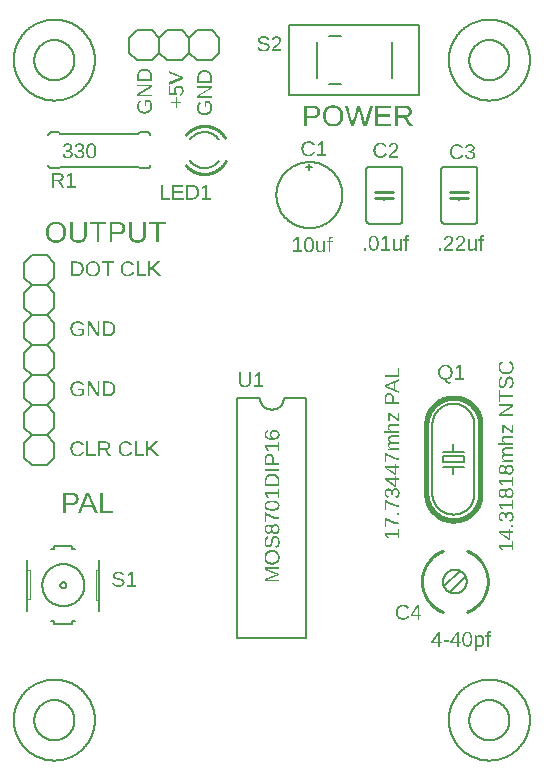
<source format=gbr>
G04 EAGLE Gerber RS-274X export*
G75*
%MOMM*%
%FSLAX34Y34*%
%LPD*%
%INSilkscreen Top*%
%IPPOS*%
%AMOC8*
5,1,8,0,0,1.08239X$1,22.5*%
G01*
%ADD10C,0.152400*%
%ADD11C,0.254000*%
%ADD12C,0.406400*%
%ADD13C,0.050800*%
%ADD14C,0.203200*%
G36*
X71195Y413857D02*
X71642Y413894D01*
X72074Y413954D01*
X72490Y414040D01*
X72891Y414149D01*
X73276Y414283D01*
X73645Y414442D01*
X73999Y414624D01*
X74335Y414830D01*
X74650Y415056D01*
X74946Y415304D01*
X75222Y415572D01*
X75477Y415862D01*
X75712Y416173D01*
X75928Y416505D01*
X76123Y416858D01*
X76296Y417229D01*
X76446Y417615D01*
X76574Y418016D01*
X76678Y418432D01*
X76759Y418863D01*
X76817Y419310D01*
X76851Y419771D01*
X76863Y420247D01*
X76851Y420725D01*
X76817Y421187D01*
X76760Y421633D01*
X76680Y422063D01*
X76577Y422476D01*
X76451Y422873D01*
X76303Y423254D01*
X76131Y423619D01*
X75938Y423966D01*
X75725Y424291D01*
X75491Y424595D01*
X75237Y424877D01*
X74962Y425139D01*
X74667Y425379D01*
X74352Y425598D01*
X74016Y425796D01*
X73662Y425971D01*
X73293Y426123D01*
X72908Y426252D01*
X72508Y426358D01*
X72091Y426439D01*
X71660Y426498D01*
X71212Y426533D01*
X70749Y426545D01*
X70393Y426538D01*
X70047Y426519D01*
X69710Y426486D01*
X69384Y426440D01*
X69067Y426382D01*
X68760Y426310D01*
X68463Y426225D01*
X68176Y426128D01*
X67900Y426017D01*
X67632Y425893D01*
X67375Y425756D01*
X67128Y425606D01*
X66891Y425443D01*
X66664Y425267D01*
X66239Y424876D01*
X65859Y424439D01*
X65530Y423961D01*
X65384Y423707D01*
X65251Y423443D01*
X65131Y423169D01*
X65023Y422885D01*
X64928Y422590D01*
X64846Y422286D01*
X64777Y421971D01*
X64720Y421647D01*
X64675Y421312D01*
X64644Y420967D01*
X64625Y420612D01*
X64618Y420247D01*
X64630Y419769D01*
X64664Y419306D01*
X64721Y418857D01*
X64800Y418424D01*
X64902Y418007D01*
X65027Y417604D01*
X65175Y417217D01*
X65345Y416845D01*
X65537Y416491D01*
X65750Y416158D01*
X65982Y415848D01*
X66235Y415558D01*
X66509Y415290D01*
X66803Y415044D01*
X67117Y414819D01*
X67452Y414616D01*
X67805Y414435D01*
X68174Y414278D01*
X68560Y414146D01*
X68961Y414038D01*
X69380Y413953D01*
X69814Y413893D01*
X70265Y413857D01*
X70732Y413845D01*
X71195Y413857D01*
G37*
G36*
X57327Y414032D02*
X57754Y414068D01*
X58168Y414127D01*
X58569Y414210D01*
X58956Y414318D01*
X59331Y414449D01*
X59692Y414603D01*
X60040Y414782D01*
X60372Y414983D01*
X60685Y415205D01*
X60978Y415448D01*
X61251Y415711D01*
X61505Y415996D01*
X61740Y416302D01*
X61955Y416628D01*
X62151Y416976D01*
X62326Y417341D01*
X62477Y417722D01*
X62605Y418117D01*
X62709Y418527D01*
X62791Y418952D01*
X62849Y419393D01*
X62884Y419848D01*
X62896Y420317D01*
X62889Y420675D01*
X62869Y421021D01*
X62836Y421358D01*
X62789Y421684D01*
X62729Y422000D01*
X62656Y422305D01*
X62569Y422600D01*
X62470Y422885D01*
X62357Y423159D01*
X62230Y423423D01*
X62090Y423676D01*
X61937Y423920D01*
X61771Y424152D01*
X61591Y424375D01*
X61398Y424587D01*
X61192Y424789D01*
X60973Y424979D01*
X60744Y425157D01*
X60503Y425323D01*
X60251Y425476D01*
X59987Y425618D01*
X59713Y425747D01*
X59427Y425863D01*
X59130Y425968D01*
X58822Y426060D01*
X58503Y426140D01*
X58173Y426207D01*
X57831Y426263D01*
X57478Y426306D01*
X57114Y426336D01*
X56739Y426355D01*
X56353Y426361D01*
X52271Y426361D01*
X52271Y414020D01*
X56887Y414020D01*
X57327Y414032D01*
G37*
%LPC*%
G36*
X70227Y415224D02*
X69751Y415288D01*
X69302Y415394D01*
X68883Y415543D01*
X68491Y415734D01*
X68128Y415969D01*
X67793Y416245D01*
X67487Y416564D01*
X67213Y416920D01*
X66975Y417305D01*
X66774Y417721D01*
X66610Y418166D01*
X66482Y418641D01*
X66391Y419147D01*
X66336Y419682D01*
X66317Y420247D01*
X66336Y420816D01*
X66390Y421351D01*
X66480Y421855D01*
X66607Y422325D01*
X66769Y422763D01*
X66968Y423169D01*
X67203Y423542D01*
X67474Y423882D01*
X67778Y424186D01*
X68112Y424449D01*
X68476Y424672D01*
X68871Y424854D01*
X69295Y424996D01*
X69750Y425097D01*
X70234Y425158D01*
X70749Y425178D01*
X71260Y425158D01*
X71741Y425096D01*
X72192Y424994D01*
X72614Y424850D01*
X73006Y424665D01*
X73368Y424439D01*
X73700Y424173D01*
X74003Y423865D01*
X74273Y423521D01*
X74507Y423146D01*
X74705Y422740D01*
X74867Y422303D01*
X74993Y421836D01*
X75083Y421337D01*
X75137Y420808D01*
X75155Y420247D01*
X75137Y419662D01*
X75083Y419111D01*
X74994Y418594D01*
X74869Y418111D01*
X74708Y417663D01*
X74512Y417248D01*
X74280Y416867D01*
X74012Y416521D01*
X73711Y416212D01*
X73378Y415944D01*
X73015Y415717D01*
X72620Y415532D01*
X72195Y415388D01*
X71738Y415285D01*
X71251Y415223D01*
X70732Y415202D01*
X70227Y415224D01*
G37*
G36*
X53944Y415360D02*
X53944Y425021D01*
X56318Y425021D01*
X56896Y425002D01*
X57439Y424945D01*
X57946Y424851D01*
X58419Y424720D01*
X58856Y424550D01*
X59258Y424343D01*
X59625Y424099D01*
X59957Y423816D01*
X60252Y423498D01*
X60507Y423146D01*
X60723Y422760D01*
X60900Y422340D01*
X61037Y421885D01*
X61135Y421397D01*
X61194Y420874D01*
X61214Y420317D01*
X61205Y419943D01*
X61179Y419581D01*
X61136Y419231D01*
X61076Y418894D01*
X60998Y418570D01*
X60904Y418258D01*
X60791Y417959D01*
X60662Y417672D01*
X60517Y417400D01*
X60356Y417145D01*
X60181Y416905D01*
X59991Y416683D01*
X59786Y416476D01*
X59566Y416286D01*
X59331Y416113D01*
X59081Y415956D01*
X58819Y415816D01*
X58546Y415695D01*
X58263Y415593D01*
X57970Y415509D01*
X57666Y415444D01*
X57353Y415397D01*
X57029Y415369D01*
X56695Y415360D01*
X53944Y415360D01*
G37*
%LPD*%
G36*
X119413Y418750D02*
X121025Y419976D01*
X125956Y414020D01*
X128031Y414020D01*
X122076Y421001D01*
X127331Y426361D01*
X125360Y426361D01*
X119413Y420177D01*
X119413Y426361D01*
X117740Y426361D01*
X117740Y414020D01*
X119413Y414020D01*
X119413Y418750D01*
G37*
G36*
X100708Y413858D02*
X101143Y413897D01*
X101563Y413962D01*
X101970Y414053D01*
X102364Y414170D01*
X102743Y414313D01*
X103109Y414482D01*
X103461Y414677D01*
X103796Y414897D01*
X104112Y415141D01*
X104408Y415408D01*
X104686Y415699D01*
X104944Y416015D01*
X105182Y416354D01*
X105402Y416716D01*
X105602Y417103D01*
X104236Y417786D01*
X104067Y417475D01*
X103889Y417185D01*
X103701Y416914D01*
X103503Y416663D01*
X103294Y416433D01*
X103076Y416222D01*
X102847Y416032D01*
X102609Y415861D01*
X102360Y415711D01*
X102101Y415581D01*
X101833Y415471D01*
X101554Y415380D01*
X101265Y415310D01*
X100966Y415260D01*
X100657Y415230D01*
X100338Y415220D01*
X99845Y415241D01*
X99379Y415306D01*
X98938Y415414D01*
X98524Y415565D01*
X98136Y415759D01*
X97774Y415996D01*
X97438Y416276D01*
X97128Y416599D01*
X96850Y416958D01*
X96609Y417345D01*
X96405Y417759D01*
X96238Y418201D01*
X96108Y418671D01*
X96015Y419169D01*
X95960Y419694D01*
X95941Y420247D01*
X95959Y420806D01*
X96012Y421334D01*
X96101Y421831D01*
X96226Y422298D01*
X96386Y422734D01*
X96582Y423140D01*
X96813Y423515D01*
X97080Y423860D01*
X97379Y424169D01*
X97706Y424437D01*
X98062Y424663D01*
X98446Y424849D01*
X98859Y424993D01*
X99300Y425096D01*
X99770Y425158D01*
X100268Y425178D01*
X100589Y425169D01*
X100898Y425143D01*
X101197Y425098D01*
X101484Y425036D01*
X101761Y424956D01*
X102026Y424858D01*
X102280Y424743D01*
X102523Y424609D01*
X102753Y424459D01*
X102966Y424293D01*
X103163Y424111D01*
X103343Y423913D01*
X103508Y423699D01*
X103656Y423469D01*
X103787Y423224D01*
X103903Y422962D01*
X105488Y423488D01*
X105322Y423855D01*
X105133Y424199D01*
X104923Y424520D01*
X104691Y424817D01*
X104437Y425091D01*
X104161Y425342D01*
X103863Y425570D01*
X103544Y425774D01*
X103203Y425955D01*
X102842Y426111D01*
X102461Y426244D01*
X102059Y426352D01*
X101637Y426436D01*
X101195Y426497D01*
X100733Y426533D01*
X100251Y426545D01*
X99903Y426538D01*
X99565Y426519D01*
X99236Y426486D01*
X98917Y426440D01*
X98608Y426381D01*
X98308Y426309D01*
X98017Y426225D01*
X97737Y426126D01*
X97466Y426015D01*
X97204Y425891D01*
X96952Y425754D01*
X96710Y425604D01*
X96254Y425264D01*
X95836Y424872D01*
X95463Y424434D01*
X95139Y423955D01*
X94865Y423437D01*
X94747Y423163D01*
X94641Y422879D01*
X94547Y422585D01*
X94466Y422281D01*
X94398Y421967D01*
X94342Y421643D01*
X94298Y421309D01*
X94267Y420965D01*
X94248Y420611D01*
X94242Y420247D01*
X94253Y419763D01*
X94287Y419295D01*
X94343Y418844D01*
X94421Y418409D01*
X94521Y417991D01*
X94644Y417589D01*
X94789Y417204D01*
X94956Y416836D01*
X95145Y416486D01*
X95353Y416157D01*
X95582Y415849D01*
X95832Y415562D01*
X96101Y415295D01*
X96391Y415049D01*
X96701Y414824D01*
X97032Y414620D01*
X97380Y414438D01*
X97744Y414281D01*
X98124Y414148D01*
X98520Y414039D01*
X98931Y413954D01*
X99358Y413893D01*
X99801Y413857D01*
X100259Y413845D01*
X100708Y413858D01*
G37*
G36*
X84012Y424994D02*
X88252Y424994D01*
X88252Y426361D01*
X78109Y426361D01*
X78109Y424994D01*
X82348Y424994D01*
X82348Y414020D01*
X84012Y414020D01*
X84012Y424994D01*
G37*
G36*
X115680Y415386D02*
X109444Y415386D01*
X109444Y426361D01*
X107771Y426361D01*
X107771Y414020D01*
X115680Y414020D01*
X115680Y415386D01*
G37*
G36*
X76882Y266744D02*
X80727Y266744D01*
X83932Y261620D01*
X85859Y261620D01*
X83847Y264673D01*
X82356Y266936D01*
X82699Y267009D01*
X83023Y267102D01*
X83328Y267218D01*
X83614Y267355D01*
X83770Y267447D01*
X83881Y267513D01*
X84129Y267694D01*
X84358Y267895D01*
X84567Y268119D01*
X84755Y268360D01*
X84918Y268615D01*
X85056Y268883D01*
X85168Y269165D01*
X85256Y269461D01*
X85319Y269771D01*
X85356Y270094D01*
X85369Y270431D01*
X85351Y270836D01*
X85298Y271217D01*
X85209Y271576D01*
X85085Y271912D01*
X84926Y272226D01*
X84731Y272516D01*
X84500Y272783D01*
X84235Y273028D01*
X83936Y273247D01*
X83608Y273436D01*
X83250Y273596D01*
X82863Y273728D01*
X82446Y273830D01*
X81999Y273902D01*
X81522Y273946D01*
X81016Y273961D01*
X75209Y273961D01*
X75209Y261620D01*
X76882Y261620D01*
X76882Y266744D01*
G37*
G36*
X117757Y266350D02*
X119368Y267576D01*
X124299Y261620D01*
X126375Y261620D01*
X120419Y268601D01*
X125675Y273961D01*
X123704Y273961D01*
X117757Y267777D01*
X117757Y273961D01*
X116084Y273961D01*
X116084Y261620D01*
X117757Y261620D01*
X117757Y266350D01*
G37*
G36*
X58177Y261458D02*
X58611Y261497D01*
X59032Y261562D01*
X59439Y261653D01*
X59832Y261770D01*
X60212Y261913D01*
X60577Y262082D01*
X60929Y262277D01*
X61264Y262497D01*
X61580Y262741D01*
X61877Y263008D01*
X62154Y263299D01*
X62412Y263615D01*
X62651Y263954D01*
X62871Y264316D01*
X63071Y264703D01*
X61704Y265386D01*
X61536Y265075D01*
X61358Y264785D01*
X61170Y264514D01*
X60971Y264263D01*
X60763Y264033D01*
X60545Y263822D01*
X60316Y263632D01*
X60077Y263461D01*
X59829Y263311D01*
X59570Y263181D01*
X59301Y263071D01*
X59023Y262980D01*
X58734Y262910D01*
X58435Y262860D01*
X58126Y262830D01*
X57807Y262820D01*
X57314Y262841D01*
X56848Y262906D01*
X56407Y263014D01*
X55993Y263165D01*
X55605Y263359D01*
X55242Y263596D01*
X54907Y263876D01*
X54597Y264199D01*
X54319Y264558D01*
X54078Y264945D01*
X53874Y265359D01*
X53707Y265801D01*
X53577Y266271D01*
X53484Y266769D01*
X53429Y267294D01*
X53410Y267847D01*
X53428Y268406D01*
X53481Y268934D01*
X53570Y269431D01*
X53695Y269898D01*
X53855Y270334D01*
X54051Y270740D01*
X54282Y271115D01*
X54549Y271460D01*
X54848Y271769D01*
X55175Y272037D01*
X55531Y272263D01*
X55915Y272449D01*
X56328Y272593D01*
X56769Y272696D01*
X57239Y272758D01*
X57737Y272778D01*
X58057Y272769D01*
X58367Y272743D01*
X58666Y272698D01*
X58953Y272636D01*
X59229Y272556D01*
X59495Y272458D01*
X59749Y272343D01*
X59992Y272209D01*
X60222Y272059D01*
X60435Y271893D01*
X60632Y271711D01*
X60812Y271513D01*
X60976Y271299D01*
X61124Y271069D01*
X61256Y270824D01*
X61372Y270562D01*
X62957Y271088D01*
X62790Y271455D01*
X62602Y271799D01*
X62392Y272120D01*
X62160Y272417D01*
X61906Y272691D01*
X61630Y272942D01*
X61332Y273170D01*
X61012Y273374D01*
X60672Y273555D01*
X60311Y273711D01*
X59929Y273844D01*
X59528Y273952D01*
X59106Y274036D01*
X58664Y274097D01*
X58202Y274133D01*
X57719Y274145D01*
X57372Y274138D01*
X57033Y274119D01*
X56705Y274086D01*
X56386Y274040D01*
X56076Y273981D01*
X55776Y273909D01*
X55486Y273825D01*
X55206Y273726D01*
X54934Y273615D01*
X54673Y273491D01*
X54421Y273354D01*
X54179Y273204D01*
X53723Y272864D01*
X53305Y272472D01*
X52931Y272034D01*
X52608Y271555D01*
X52334Y271037D01*
X52215Y270763D01*
X52109Y270479D01*
X52016Y270185D01*
X51935Y269881D01*
X51867Y269567D01*
X51811Y269243D01*
X51767Y268909D01*
X51736Y268565D01*
X51717Y268211D01*
X51711Y267847D01*
X51722Y267363D01*
X51756Y266895D01*
X51811Y266444D01*
X51889Y266009D01*
X51990Y265591D01*
X52112Y265189D01*
X52257Y264804D01*
X52425Y264436D01*
X52613Y264086D01*
X52822Y263757D01*
X53051Y263449D01*
X53301Y263162D01*
X53570Y262895D01*
X53860Y262649D01*
X54170Y262424D01*
X54500Y262220D01*
X54849Y262038D01*
X55213Y261881D01*
X55593Y261748D01*
X55988Y261639D01*
X56400Y261554D01*
X56827Y261493D01*
X57269Y261457D01*
X57728Y261445D01*
X58177Y261458D01*
G37*
G36*
X99052Y261458D02*
X99486Y261497D01*
X99907Y261562D01*
X100314Y261653D01*
X100707Y261770D01*
X101087Y261913D01*
X101452Y262082D01*
X101804Y262277D01*
X102139Y262497D01*
X102455Y262741D01*
X102752Y263008D01*
X103029Y263299D01*
X103287Y263615D01*
X103526Y263954D01*
X103746Y264316D01*
X103946Y264703D01*
X102579Y265386D01*
X102411Y265075D01*
X102233Y264785D01*
X102045Y264514D01*
X101846Y264263D01*
X101638Y264033D01*
X101420Y263822D01*
X101191Y263632D01*
X100952Y263461D01*
X100704Y263311D01*
X100445Y263181D01*
X100176Y263071D01*
X99898Y262980D01*
X99609Y262910D01*
X99310Y262860D01*
X99001Y262830D01*
X98682Y262820D01*
X98189Y262841D01*
X97723Y262906D01*
X97282Y263014D01*
X96868Y263165D01*
X96480Y263359D01*
X96117Y263596D01*
X95782Y263876D01*
X95472Y264199D01*
X95194Y264558D01*
X94953Y264945D01*
X94749Y265359D01*
X94582Y265801D01*
X94452Y266271D01*
X94359Y266769D01*
X94304Y267294D01*
X94285Y267847D01*
X94303Y268406D01*
X94356Y268934D01*
X94445Y269431D01*
X94570Y269898D01*
X94730Y270334D01*
X94926Y270740D01*
X95157Y271115D01*
X95424Y271460D01*
X95723Y271769D01*
X96050Y272037D01*
X96406Y272263D01*
X96790Y272449D01*
X97203Y272593D01*
X97644Y272696D01*
X98114Y272758D01*
X98612Y272778D01*
X98932Y272769D01*
X99242Y272743D01*
X99541Y272698D01*
X99828Y272636D01*
X100104Y272556D01*
X100370Y272458D01*
X100624Y272343D01*
X100867Y272209D01*
X101097Y272059D01*
X101310Y271893D01*
X101507Y271711D01*
X101687Y271513D01*
X101851Y271299D01*
X101999Y271069D01*
X102131Y270824D01*
X102247Y270562D01*
X103832Y271088D01*
X103665Y271455D01*
X103477Y271799D01*
X103267Y272120D01*
X103035Y272417D01*
X102781Y272691D01*
X102505Y272942D01*
X102207Y273170D01*
X101887Y273374D01*
X101547Y273555D01*
X101186Y273711D01*
X100804Y273844D01*
X100403Y273952D01*
X99981Y274036D01*
X99539Y274097D01*
X99077Y274133D01*
X98594Y274145D01*
X98247Y274138D01*
X97908Y274119D01*
X97580Y274086D01*
X97261Y274040D01*
X96951Y273981D01*
X96651Y273909D01*
X96361Y273825D01*
X96081Y273726D01*
X95809Y273615D01*
X95548Y273491D01*
X95296Y273354D01*
X95054Y273204D01*
X94598Y272864D01*
X94180Y272472D01*
X93806Y272034D01*
X93483Y271555D01*
X93209Y271037D01*
X93090Y270763D01*
X92984Y270479D01*
X92891Y270185D01*
X92810Y269881D01*
X92742Y269567D01*
X92686Y269243D01*
X92642Y268909D01*
X92611Y268565D01*
X92592Y268211D01*
X92586Y267847D01*
X92597Y267363D01*
X92631Y266895D01*
X92686Y266444D01*
X92764Y266009D01*
X92865Y265591D01*
X92987Y265189D01*
X93132Y264804D01*
X93300Y264436D01*
X93488Y264086D01*
X93697Y263757D01*
X93926Y263449D01*
X94176Y263162D01*
X94445Y262895D01*
X94735Y262649D01*
X95045Y262424D01*
X95375Y262220D01*
X95724Y262038D01*
X96088Y261881D01*
X96468Y261748D01*
X96863Y261639D01*
X97275Y261554D01*
X97702Y261493D01*
X98144Y261457D01*
X98603Y261445D01*
X99052Y261458D01*
G37*
G36*
X73149Y262986D02*
X66913Y262986D01*
X66913Y273961D01*
X65240Y273961D01*
X65240Y261620D01*
X73149Y261620D01*
X73149Y262986D01*
G37*
G36*
X114024Y262986D02*
X107788Y262986D01*
X107788Y273961D01*
X106115Y273961D01*
X106115Y261620D01*
X114024Y261620D01*
X114024Y262986D01*
G37*
%LPC*%
G36*
X76882Y268066D02*
X76882Y272621D01*
X80849Y272621D01*
X81183Y272612D01*
X81497Y272585D01*
X81790Y272541D01*
X82064Y272480D01*
X82317Y272400D01*
X82550Y272303D01*
X82763Y272188D01*
X82956Y272056D01*
X83127Y271907D01*
X83276Y271741D01*
X83402Y271560D01*
X83504Y271363D01*
X83584Y271150D01*
X83641Y270920D01*
X83676Y270675D01*
X83687Y270414D01*
X83676Y270143D01*
X83642Y269888D01*
X83586Y269649D01*
X83507Y269425D01*
X83405Y269216D01*
X83281Y269023D01*
X83134Y268846D01*
X82965Y268684D01*
X82775Y268539D01*
X82566Y268414D01*
X82338Y268307D01*
X82092Y268221D01*
X81827Y268153D01*
X81543Y268105D01*
X81241Y268076D01*
X80920Y268066D01*
X76882Y268066D01*
G37*
%LPD*%
G36*
X84234Y312432D02*
X84661Y312468D01*
X85074Y312527D01*
X85475Y312610D01*
X85863Y312718D01*
X86237Y312849D01*
X86598Y313003D01*
X86947Y313182D01*
X87278Y313383D01*
X87591Y313605D01*
X87884Y313848D01*
X88157Y314111D01*
X88412Y314396D01*
X88646Y314702D01*
X88861Y315028D01*
X89057Y315376D01*
X89232Y315741D01*
X89383Y316122D01*
X89511Y316517D01*
X89616Y316927D01*
X89697Y317352D01*
X89755Y317793D01*
X89790Y318248D01*
X89802Y318717D01*
X89795Y319075D01*
X89775Y319421D01*
X89742Y319758D01*
X89695Y320084D01*
X89635Y320400D01*
X89562Y320705D01*
X89476Y321000D01*
X89376Y321285D01*
X89263Y321559D01*
X89136Y321823D01*
X88997Y322076D01*
X88844Y322320D01*
X88677Y322552D01*
X88498Y322775D01*
X88305Y322987D01*
X88098Y323189D01*
X87880Y323379D01*
X87650Y323557D01*
X87409Y323723D01*
X87157Y323876D01*
X86894Y324018D01*
X86619Y324147D01*
X86334Y324263D01*
X86037Y324368D01*
X85729Y324460D01*
X85409Y324540D01*
X85079Y324607D01*
X84737Y324663D01*
X84385Y324706D01*
X84021Y324736D01*
X83646Y324755D01*
X83259Y324761D01*
X79178Y324761D01*
X79178Y312420D01*
X83793Y312420D01*
X84234Y312432D01*
G37*
%LPC*%
G36*
X80851Y313760D02*
X80851Y323421D01*
X83224Y323421D01*
X83802Y323402D01*
X84345Y323345D01*
X84853Y323251D01*
X85325Y323120D01*
X85762Y322950D01*
X86165Y322743D01*
X86532Y322499D01*
X86863Y322216D01*
X87158Y321898D01*
X87413Y321546D01*
X87629Y321160D01*
X87806Y320740D01*
X87943Y320285D01*
X88042Y319797D01*
X88101Y319274D01*
X88120Y318717D01*
X88112Y318343D01*
X88086Y317981D01*
X88043Y317631D01*
X87982Y317294D01*
X87905Y316970D01*
X87810Y316658D01*
X87698Y316359D01*
X87568Y316072D01*
X87423Y315800D01*
X87263Y315545D01*
X87087Y315305D01*
X86897Y315083D01*
X86692Y314876D01*
X86472Y314686D01*
X86237Y314513D01*
X85987Y314356D01*
X85725Y314216D01*
X85452Y314095D01*
X85169Y313993D01*
X84876Y313909D01*
X84573Y313844D01*
X84259Y313797D01*
X83935Y313769D01*
X83601Y313760D01*
X80851Y313760D01*
G37*
%LPD*%
G36*
X67698Y320618D02*
X67654Y322081D01*
X67610Y322930D01*
X74214Y312420D01*
X76229Y312420D01*
X76229Y324761D01*
X74722Y324761D01*
X74722Y316668D01*
X74749Y315661D01*
X74827Y314180D01*
X68153Y324761D01*
X66209Y324761D01*
X66209Y312420D01*
X67698Y312420D01*
X67698Y320618D01*
G37*
G36*
X58333Y312253D02*
X58738Y312279D01*
X59135Y312322D01*
X59525Y312382D01*
X59907Y312459D01*
X60281Y312553D01*
X60649Y312664D01*
X61008Y312792D01*
X61357Y312936D01*
X61692Y313094D01*
X62013Y313266D01*
X62321Y313452D01*
X62614Y313653D01*
X62894Y313867D01*
X63160Y314096D01*
X63412Y314338D01*
X63412Y318595D01*
X58183Y318595D01*
X58183Y317193D01*
X61871Y317193D01*
X61871Y314969D01*
X61522Y314670D01*
X61123Y314404D01*
X60674Y314171D01*
X60176Y313970D01*
X59643Y313809D01*
X59089Y313694D01*
X58515Y313625D01*
X57921Y313602D01*
X57405Y313624D01*
X56918Y313687D01*
X56460Y313793D01*
X56031Y313941D01*
X55630Y314131D01*
X55259Y314364D01*
X54916Y314638D01*
X54601Y314956D01*
X54320Y315309D01*
X54076Y315694D01*
X53870Y316109D01*
X53701Y316555D01*
X53570Y317032D01*
X53476Y317540D01*
X53420Y318078D01*
X53401Y318647D01*
X53419Y319218D01*
X53472Y319755D01*
X53560Y320259D01*
X53684Y320731D01*
X53843Y321169D01*
X54037Y321575D01*
X54266Y321947D01*
X54531Y322287D01*
X54829Y322589D01*
X55159Y322852D01*
X55520Y323074D01*
X55913Y323255D01*
X56337Y323397D01*
X56792Y323498D01*
X57280Y323558D01*
X57798Y323578D01*
X58135Y323571D01*
X58457Y323548D01*
X58766Y323511D01*
X59060Y323458D01*
X59341Y323390D01*
X59607Y323307D01*
X59859Y323210D01*
X60097Y323097D01*
X60322Y322967D01*
X60534Y322820D01*
X60734Y322655D01*
X60922Y322473D01*
X61097Y322272D01*
X61259Y322054D01*
X61409Y321818D01*
X61547Y321564D01*
X63141Y322037D01*
X62959Y322405D01*
X62758Y322747D01*
X62539Y323063D01*
X62302Y323353D01*
X62047Y323617D01*
X61773Y323855D01*
X61481Y324067D01*
X61170Y324253D01*
X60838Y324415D01*
X60483Y324556D01*
X60103Y324674D01*
X59699Y324772D01*
X59271Y324847D01*
X58818Y324901D01*
X58342Y324934D01*
X57842Y324945D01*
X57482Y324938D01*
X57133Y324919D01*
X56794Y324887D01*
X56465Y324842D01*
X56146Y324784D01*
X55838Y324713D01*
X55540Y324630D01*
X55252Y324533D01*
X54974Y324424D01*
X54706Y324302D01*
X54448Y324166D01*
X54201Y324019D01*
X53964Y323858D01*
X53737Y323684D01*
X53314Y323298D01*
X52936Y322865D01*
X52766Y322633D01*
X52609Y322390D01*
X52464Y322136D01*
X52332Y321872D01*
X52212Y321597D01*
X52105Y321312D01*
X52011Y321016D01*
X51929Y320710D01*
X51860Y320392D01*
X51803Y320065D01*
X51759Y319726D01*
X51727Y319377D01*
X51708Y319018D01*
X51702Y318647D01*
X51714Y318165D01*
X51748Y317698D01*
X51806Y317248D01*
X51887Y316814D01*
X51991Y316395D01*
X52118Y315993D01*
X52269Y315606D01*
X52442Y315236D01*
X52638Y314884D01*
X52854Y314554D01*
X53090Y314244D01*
X53348Y313956D01*
X53626Y313689D01*
X53924Y313443D01*
X54244Y313219D01*
X54584Y313016D01*
X54942Y312835D01*
X55318Y312678D01*
X55710Y312546D01*
X56119Y312438D01*
X56544Y312353D01*
X56986Y312293D01*
X57445Y312257D01*
X57921Y312245D01*
X58333Y312253D01*
G37*
G36*
X84234Y363232D02*
X84661Y363268D01*
X85074Y363327D01*
X85475Y363410D01*
X85863Y363518D01*
X86237Y363649D01*
X86598Y363803D01*
X86947Y363982D01*
X87278Y364183D01*
X87591Y364405D01*
X87884Y364648D01*
X88157Y364911D01*
X88412Y365196D01*
X88646Y365502D01*
X88861Y365828D01*
X89057Y366176D01*
X89232Y366541D01*
X89383Y366922D01*
X89511Y367317D01*
X89616Y367727D01*
X89697Y368152D01*
X89755Y368593D01*
X89790Y369048D01*
X89802Y369517D01*
X89795Y369875D01*
X89775Y370221D01*
X89742Y370558D01*
X89695Y370884D01*
X89635Y371200D01*
X89562Y371505D01*
X89476Y371800D01*
X89376Y372085D01*
X89263Y372359D01*
X89136Y372623D01*
X88997Y372876D01*
X88844Y373120D01*
X88677Y373352D01*
X88498Y373575D01*
X88305Y373787D01*
X88098Y373989D01*
X87880Y374179D01*
X87650Y374357D01*
X87409Y374523D01*
X87157Y374676D01*
X86894Y374818D01*
X86619Y374947D01*
X86334Y375063D01*
X86037Y375168D01*
X85729Y375260D01*
X85409Y375340D01*
X85079Y375407D01*
X84737Y375463D01*
X84385Y375506D01*
X84021Y375536D01*
X83646Y375555D01*
X83259Y375561D01*
X79178Y375561D01*
X79178Y363220D01*
X83793Y363220D01*
X84234Y363232D01*
G37*
%LPC*%
G36*
X80851Y364560D02*
X80851Y374221D01*
X83224Y374221D01*
X83802Y374202D01*
X84345Y374145D01*
X84853Y374051D01*
X85325Y373920D01*
X85762Y373750D01*
X86165Y373543D01*
X86532Y373299D01*
X86863Y373016D01*
X87158Y372698D01*
X87413Y372346D01*
X87629Y371960D01*
X87806Y371540D01*
X87943Y371085D01*
X88042Y370597D01*
X88101Y370074D01*
X88120Y369517D01*
X88112Y369143D01*
X88086Y368781D01*
X88043Y368431D01*
X87982Y368094D01*
X87905Y367770D01*
X87810Y367458D01*
X87698Y367159D01*
X87568Y366872D01*
X87423Y366600D01*
X87263Y366345D01*
X87087Y366105D01*
X86897Y365883D01*
X86692Y365676D01*
X86472Y365486D01*
X86237Y365313D01*
X85987Y365156D01*
X85725Y365016D01*
X85452Y364895D01*
X85169Y364793D01*
X84876Y364709D01*
X84573Y364644D01*
X84259Y364597D01*
X83935Y364569D01*
X83601Y364560D01*
X80851Y364560D01*
G37*
%LPD*%
G36*
X67698Y371418D02*
X67654Y372881D01*
X67610Y373730D01*
X74214Y363220D01*
X76229Y363220D01*
X76229Y375561D01*
X74722Y375561D01*
X74722Y367468D01*
X74749Y366461D01*
X74827Y364980D01*
X68153Y375561D01*
X66209Y375561D01*
X66209Y363220D01*
X67698Y363220D01*
X67698Y371418D01*
G37*
G36*
X58333Y363053D02*
X58738Y363079D01*
X59135Y363122D01*
X59525Y363182D01*
X59907Y363259D01*
X60281Y363353D01*
X60649Y363464D01*
X61008Y363592D01*
X61357Y363736D01*
X61692Y363894D01*
X62013Y364066D01*
X62321Y364252D01*
X62614Y364453D01*
X62894Y364667D01*
X63160Y364896D01*
X63412Y365138D01*
X63412Y369395D01*
X58183Y369395D01*
X58183Y367993D01*
X61871Y367993D01*
X61871Y365769D01*
X61522Y365470D01*
X61123Y365204D01*
X60674Y364971D01*
X60176Y364770D01*
X59643Y364609D01*
X59089Y364494D01*
X58515Y364425D01*
X57921Y364402D01*
X57405Y364424D01*
X56918Y364487D01*
X56460Y364593D01*
X56031Y364741D01*
X55630Y364931D01*
X55259Y365164D01*
X54916Y365438D01*
X54601Y365756D01*
X54320Y366109D01*
X54076Y366494D01*
X53870Y366909D01*
X53701Y367355D01*
X53570Y367832D01*
X53476Y368340D01*
X53420Y368878D01*
X53401Y369447D01*
X53419Y370018D01*
X53472Y370555D01*
X53560Y371059D01*
X53684Y371531D01*
X53843Y371969D01*
X54037Y372375D01*
X54266Y372747D01*
X54531Y373087D01*
X54829Y373389D01*
X55159Y373652D01*
X55520Y373874D01*
X55913Y374055D01*
X56337Y374197D01*
X56792Y374298D01*
X57280Y374358D01*
X57798Y374378D01*
X58135Y374371D01*
X58457Y374348D01*
X58766Y374311D01*
X59060Y374258D01*
X59341Y374190D01*
X59607Y374107D01*
X59859Y374010D01*
X60097Y373897D01*
X60322Y373767D01*
X60534Y373620D01*
X60734Y373455D01*
X60922Y373273D01*
X61097Y373072D01*
X61259Y372854D01*
X61409Y372618D01*
X61547Y372364D01*
X63141Y372837D01*
X62959Y373205D01*
X62758Y373547D01*
X62539Y373863D01*
X62302Y374153D01*
X62047Y374417D01*
X61773Y374655D01*
X61481Y374867D01*
X61170Y375053D01*
X60838Y375215D01*
X60483Y375356D01*
X60103Y375474D01*
X59699Y375572D01*
X59271Y375647D01*
X58818Y375701D01*
X58342Y375734D01*
X57842Y375745D01*
X57482Y375738D01*
X57133Y375719D01*
X56794Y375687D01*
X56465Y375642D01*
X56146Y375584D01*
X55838Y375513D01*
X55540Y375430D01*
X55252Y375333D01*
X54974Y375224D01*
X54706Y375102D01*
X54448Y374966D01*
X54201Y374819D01*
X53964Y374658D01*
X53737Y374484D01*
X53314Y374098D01*
X52936Y373665D01*
X52766Y373433D01*
X52609Y373190D01*
X52464Y372936D01*
X52332Y372672D01*
X52212Y372397D01*
X52105Y372112D01*
X52011Y371816D01*
X51929Y371510D01*
X51860Y371192D01*
X51803Y370865D01*
X51759Y370526D01*
X51727Y370177D01*
X51708Y369818D01*
X51702Y369447D01*
X51714Y368965D01*
X51748Y368498D01*
X51806Y368048D01*
X51887Y367614D01*
X51991Y367195D01*
X52118Y366793D01*
X52269Y366406D01*
X52442Y366036D01*
X52638Y365684D01*
X52854Y365354D01*
X53090Y365044D01*
X53348Y364756D01*
X53626Y364489D01*
X53924Y364243D01*
X54244Y364019D01*
X54584Y363816D01*
X54942Y363635D01*
X55318Y363478D01*
X55710Y363346D01*
X56119Y363238D01*
X56544Y363153D01*
X56986Y363093D01*
X57445Y363057D01*
X57921Y363045D01*
X58333Y363053D01*
G37*
G36*
X144907Y566873D02*
X145233Y566980D01*
X145537Y567111D01*
X145820Y567266D01*
X146082Y567446D01*
X146323Y567650D01*
X146543Y567878D01*
X146742Y568131D01*
X146919Y568406D01*
X147072Y568702D01*
X147201Y569019D01*
X147307Y569357D01*
X147389Y569716D01*
X147448Y570095D01*
X147483Y570495D01*
X147495Y570916D01*
X147478Y571417D01*
X147425Y571889D01*
X147338Y572333D01*
X147215Y572750D01*
X147057Y573138D01*
X146865Y573498D01*
X146637Y573831D01*
X146374Y574135D01*
X146081Y574407D01*
X145762Y574642D01*
X145416Y574842D01*
X145045Y575005D01*
X144648Y575132D01*
X144224Y575223D01*
X143775Y575277D01*
X143300Y575295D01*
X142881Y575278D01*
X142482Y575228D01*
X142103Y575143D01*
X141745Y575025D01*
X141407Y574873D01*
X141089Y574687D01*
X140792Y574467D01*
X140515Y574214D01*
X140264Y573932D01*
X140047Y573626D01*
X139863Y573298D01*
X139713Y572947D01*
X139596Y572572D01*
X139513Y572175D01*
X139463Y571754D01*
X139446Y571310D01*
X139458Y570937D01*
X139495Y570579D01*
X139557Y570237D01*
X139643Y569911D01*
X139754Y569600D01*
X139890Y569305D01*
X140050Y569025D01*
X140234Y568761D01*
X136319Y568998D01*
X136319Y574577D01*
X134979Y574577D01*
X134979Y567561D01*
X141618Y567150D01*
X141618Y568691D01*
X141395Y568967D01*
X141207Y569243D01*
X141053Y569519D01*
X140935Y569795D01*
X140847Y570076D01*
X140784Y570369D01*
X140746Y570672D01*
X140734Y570986D01*
X140745Y571285D01*
X140778Y571568D01*
X140835Y571835D01*
X140913Y572086D01*
X141014Y572322D01*
X141138Y572542D01*
X141283Y572746D01*
X141452Y572935D01*
X141638Y573104D01*
X141839Y573251D01*
X142053Y573375D01*
X142282Y573477D01*
X142524Y573556D01*
X142780Y573612D01*
X143051Y573646D01*
X143335Y573657D01*
X143661Y573646D01*
X143969Y573613D01*
X144259Y573556D01*
X144532Y573478D01*
X144786Y573377D01*
X145022Y573253D01*
X145241Y573108D01*
X145441Y572939D01*
X145621Y572751D01*
X145777Y572546D01*
X145908Y572323D01*
X146016Y572083D01*
X146100Y571826D01*
X146160Y571552D01*
X146196Y571260D01*
X146208Y570951D01*
X146201Y570699D01*
X146179Y570459D01*
X146143Y570231D01*
X146093Y570015D01*
X146029Y569812D01*
X145950Y569621D01*
X145857Y569442D01*
X145750Y569276D01*
X145629Y569122D01*
X145493Y568980D01*
X145342Y568850D01*
X145178Y568732D01*
X144999Y568627D01*
X144806Y568534D01*
X144599Y568453D01*
X144377Y568385D01*
X144561Y566791D01*
X144907Y566873D01*
G37*
G36*
X147320Y581156D02*
X147320Y582890D01*
X134979Y587927D01*
X134979Y586166D01*
X143668Y582768D01*
X145849Y582032D01*
X143668Y581296D01*
X134979Y577881D01*
X134979Y576120D01*
X147320Y581156D01*
G37*
G36*
X141995Y560193D02*
X145743Y560193D01*
X145743Y561481D01*
X141995Y561481D01*
X141995Y565194D01*
X140716Y565194D01*
X140716Y561481D01*
X136967Y561481D01*
X136967Y560193D01*
X140716Y560193D01*
X140716Y556480D01*
X141995Y556480D01*
X141995Y560193D01*
G37*
G36*
X171450Y582398D02*
X171438Y582839D01*
X171402Y583266D01*
X171343Y583679D01*
X171260Y584080D01*
X171152Y584468D01*
X171021Y584842D01*
X170867Y585203D01*
X170688Y585552D01*
X170487Y585883D01*
X170265Y586196D01*
X170022Y586489D01*
X169759Y586762D01*
X169474Y587017D01*
X169168Y587251D01*
X168842Y587466D01*
X168494Y587662D01*
X168129Y587837D01*
X167748Y587988D01*
X167353Y588116D01*
X166943Y588221D01*
X166518Y588302D01*
X166077Y588360D01*
X165623Y588395D01*
X165153Y588407D01*
X164795Y588400D01*
X164449Y588380D01*
X164112Y588347D01*
X163786Y588300D01*
X163470Y588240D01*
X163165Y588167D01*
X162870Y588081D01*
X162585Y587981D01*
X162311Y587868D01*
X162047Y587741D01*
X161794Y587602D01*
X161550Y587449D01*
X161318Y587282D01*
X161095Y587103D01*
X160883Y586910D01*
X160681Y586703D01*
X160491Y586485D01*
X160313Y586255D01*
X160147Y586014D01*
X159994Y585762D01*
X159852Y585499D01*
X159723Y585224D01*
X159607Y584939D01*
X159502Y584642D01*
X159410Y584334D01*
X159330Y584014D01*
X159263Y583684D01*
X159208Y583342D01*
X159165Y582990D01*
X159134Y582626D01*
X159115Y582251D01*
X159109Y581864D01*
X159109Y577783D01*
X171450Y577783D01*
X171450Y582398D01*
G37*
%LPC*%
G36*
X160449Y579456D02*
X160449Y581829D01*
X160468Y582407D01*
X160525Y582950D01*
X160619Y583458D01*
X160750Y583930D01*
X160920Y584367D01*
X161127Y584770D01*
X161371Y585137D01*
X161654Y585468D01*
X161972Y585763D01*
X162324Y586018D01*
X162710Y586234D01*
X163131Y586411D01*
X163585Y586548D01*
X164073Y586647D01*
X164596Y586706D01*
X165153Y586725D01*
X165527Y586717D01*
X165889Y586691D01*
X166239Y586648D01*
X166576Y586587D01*
X166900Y586510D01*
X167212Y586415D01*
X167511Y586303D01*
X167798Y586173D01*
X168070Y586028D01*
X168325Y585868D01*
X168565Y585692D01*
X168787Y585502D01*
X168994Y585297D01*
X169184Y585077D01*
X169357Y584842D01*
X169514Y584592D01*
X169654Y584330D01*
X169775Y584057D01*
X169877Y583774D01*
X169961Y583481D01*
X170026Y583178D01*
X170073Y582864D01*
X170101Y582540D01*
X170110Y582206D01*
X170110Y579456D01*
X160449Y579456D01*
G37*
%LPD*%
G36*
X171450Y566303D02*
X163252Y566303D01*
X161789Y566259D01*
X160940Y566215D01*
X171450Y572819D01*
X171450Y574834D01*
X159109Y574834D01*
X159109Y573327D01*
X167202Y573327D01*
X168209Y573354D01*
X169690Y573432D01*
X159109Y566758D01*
X159109Y564814D01*
X171450Y564814D01*
X171450Y566303D01*
G37*
G36*
X165705Y550319D02*
X166172Y550353D01*
X166622Y550411D01*
X167057Y550492D01*
X167475Y550596D01*
X167877Y550723D01*
X168264Y550874D01*
X168634Y551047D01*
X168986Y551243D01*
X169317Y551459D01*
X169626Y551695D01*
X169914Y551953D01*
X170181Y552231D01*
X170427Y552529D01*
X170651Y552849D01*
X170854Y553189D01*
X171035Y553547D01*
X171192Y553923D01*
X171324Y554315D01*
X171433Y554724D01*
X171517Y555149D01*
X171577Y555591D01*
X171613Y556050D01*
X171625Y556526D01*
X171617Y556938D01*
X171591Y557343D01*
X171548Y557740D01*
X171488Y558130D01*
X171411Y558512D01*
X171317Y558886D01*
X171206Y559254D01*
X171078Y559613D01*
X170934Y559962D01*
X170776Y560297D01*
X170604Y560618D01*
X170418Y560926D01*
X170217Y561219D01*
X170003Y561499D01*
X169774Y561765D01*
X169532Y562017D01*
X165275Y562017D01*
X165275Y556788D01*
X166677Y556788D01*
X166677Y560476D01*
X168901Y560476D01*
X169200Y560127D01*
X169466Y559728D01*
X169699Y559279D01*
X169900Y558781D01*
X170061Y558248D01*
X170176Y557694D01*
X170245Y557120D01*
X170268Y556526D01*
X170246Y556010D01*
X170183Y555523D01*
X170077Y555065D01*
X169929Y554636D01*
X169739Y554235D01*
X169506Y553864D01*
X169232Y553521D01*
X168914Y553206D01*
X168561Y552925D01*
X168176Y552681D01*
X167761Y552475D01*
X167315Y552306D01*
X166838Y552175D01*
X166330Y552081D01*
X165792Y552025D01*
X165223Y552006D01*
X164652Y552024D01*
X164115Y552077D01*
X163611Y552165D01*
X163139Y552289D01*
X162701Y552448D01*
X162295Y552642D01*
X161923Y552871D01*
X161584Y553136D01*
X161281Y553434D01*
X161018Y553764D01*
X160796Y554125D01*
X160615Y554518D01*
X160473Y554942D01*
X160372Y555397D01*
X160312Y555885D01*
X160292Y556403D01*
X160299Y556740D01*
X160322Y557062D01*
X160359Y557371D01*
X160412Y557665D01*
X160480Y557946D01*
X160563Y558212D01*
X160660Y558464D01*
X160773Y558702D01*
X160903Y558927D01*
X161050Y559139D01*
X161215Y559339D01*
X161397Y559527D01*
X161598Y559702D01*
X161816Y559864D01*
X162052Y560014D01*
X162306Y560152D01*
X161833Y561746D01*
X161465Y561564D01*
X161123Y561363D01*
X160807Y561144D01*
X160517Y560907D01*
X160253Y560652D01*
X160015Y560378D01*
X159803Y560086D01*
X159617Y559775D01*
X159455Y559443D01*
X159315Y559088D01*
X159196Y558708D01*
X159098Y558304D01*
X159023Y557876D01*
X158969Y557423D01*
X158936Y556947D01*
X158925Y556447D01*
X158932Y556087D01*
X158951Y555738D01*
X158983Y555399D01*
X159028Y555070D01*
X159086Y554751D01*
X159157Y554443D01*
X159240Y554145D01*
X159337Y553857D01*
X159446Y553579D01*
X159569Y553311D01*
X159704Y553053D01*
X159852Y552806D01*
X160012Y552569D01*
X160186Y552342D01*
X160572Y551919D01*
X161005Y551541D01*
X161237Y551371D01*
X161480Y551214D01*
X161734Y551069D01*
X161998Y550937D01*
X162273Y550817D01*
X162558Y550710D01*
X162854Y550616D01*
X163160Y550534D01*
X163478Y550465D01*
X163805Y550408D01*
X164144Y550364D01*
X164493Y550332D01*
X164852Y550313D01*
X165223Y550307D01*
X165705Y550319D01*
G37*
G36*
X120650Y583668D02*
X120638Y584109D01*
X120602Y584536D01*
X120543Y584949D01*
X120460Y585350D01*
X120352Y585738D01*
X120221Y586112D01*
X120067Y586473D01*
X119888Y586822D01*
X119687Y587153D01*
X119465Y587466D01*
X119222Y587759D01*
X118959Y588032D01*
X118674Y588287D01*
X118368Y588521D01*
X118042Y588736D01*
X117694Y588932D01*
X117329Y589107D01*
X116948Y589258D01*
X116553Y589386D01*
X116143Y589491D01*
X115718Y589572D01*
X115277Y589630D01*
X114823Y589665D01*
X114353Y589677D01*
X113995Y589670D01*
X113649Y589650D01*
X113312Y589617D01*
X112986Y589570D01*
X112670Y589510D01*
X112365Y589437D01*
X112070Y589351D01*
X111785Y589251D01*
X111511Y589138D01*
X111247Y589011D01*
X110994Y588872D01*
X110750Y588719D01*
X110518Y588552D01*
X110295Y588373D01*
X110083Y588180D01*
X109881Y587973D01*
X109691Y587755D01*
X109513Y587525D01*
X109347Y587284D01*
X109194Y587032D01*
X109052Y586769D01*
X108923Y586494D01*
X108807Y586209D01*
X108702Y585912D01*
X108610Y585604D01*
X108530Y585284D01*
X108463Y584954D01*
X108408Y584612D01*
X108365Y584260D01*
X108334Y583896D01*
X108315Y583521D01*
X108309Y583134D01*
X108309Y579053D01*
X120650Y579053D01*
X120650Y583668D01*
G37*
%LPC*%
G36*
X109649Y580726D02*
X109649Y583099D01*
X109668Y583677D01*
X109725Y584220D01*
X109819Y584728D01*
X109950Y585200D01*
X110120Y585637D01*
X110327Y586040D01*
X110571Y586407D01*
X110854Y586738D01*
X111172Y587033D01*
X111524Y587288D01*
X111910Y587504D01*
X112331Y587681D01*
X112785Y587818D01*
X113273Y587917D01*
X113796Y587976D01*
X114353Y587995D01*
X114727Y587987D01*
X115089Y587961D01*
X115439Y587918D01*
X115776Y587857D01*
X116100Y587780D01*
X116412Y587685D01*
X116711Y587573D01*
X116998Y587443D01*
X117270Y587298D01*
X117525Y587138D01*
X117765Y586962D01*
X117987Y586772D01*
X118194Y586567D01*
X118384Y586347D01*
X118557Y586112D01*
X118714Y585862D01*
X118854Y585600D01*
X118975Y585327D01*
X119077Y585044D01*
X119161Y584751D01*
X119226Y584448D01*
X119273Y584134D01*
X119301Y583810D01*
X119310Y583476D01*
X119310Y580726D01*
X109649Y580726D01*
G37*
%LPD*%
G36*
X120650Y567573D02*
X112452Y567573D01*
X110989Y567529D01*
X110140Y567485D01*
X120650Y574089D01*
X120650Y576104D01*
X108309Y576104D01*
X108309Y574597D01*
X116402Y574597D01*
X117409Y574624D01*
X118890Y574702D01*
X108309Y568028D01*
X108309Y566084D01*
X120650Y566084D01*
X120650Y567573D01*
G37*
G36*
X114905Y551589D02*
X115372Y551623D01*
X115822Y551681D01*
X116257Y551762D01*
X116675Y551866D01*
X117077Y551993D01*
X117464Y552144D01*
X117834Y552317D01*
X118186Y552513D01*
X118517Y552729D01*
X118826Y552965D01*
X119114Y553223D01*
X119381Y553501D01*
X119627Y553799D01*
X119851Y554119D01*
X120054Y554459D01*
X120235Y554817D01*
X120392Y555193D01*
X120524Y555585D01*
X120633Y555994D01*
X120717Y556419D01*
X120777Y556861D01*
X120813Y557320D01*
X120825Y557796D01*
X120817Y558208D01*
X120791Y558613D01*
X120748Y559010D01*
X120688Y559400D01*
X120611Y559782D01*
X120517Y560156D01*
X120406Y560524D01*
X120278Y560883D01*
X120134Y561232D01*
X119976Y561567D01*
X119804Y561888D01*
X119618Y562196D01*
X119417Y562489D01*
X119203Y562769D01*
X118974Y563035D01*
X118732Y563287D01*
X114475Y563287D01*
X114475Y558058D01*
X115877Y558058D01*
X115877Y561746D01*
X118101Y561746D01*
X118400Y561397D01*
X118666Y560998D01*
X118899Y560549D01*
X119100Y560051D01*
X119261Y559518D01*
X119376Y558964D01*
X119445Y558390D01*
X119468Y557796D01*
X119446Y557280D01*
X119383Y556793D01*
X119277Y556335D01*
X119129Y555906D01*
X118939Y555505D01*
X118706Y555134D01*
X118432Y554791D01*
X118114Y554476D01*
X117761Y554195D01*
X117376Y553951D01*
X116961Y553745D01*
X116515Y553576D01*
X116038Y553445D01*
X115530Y553351D01*
X114992Y553295D01*
X114423Y553276D01*
X113852Y553294D01*
X113315Y553347D01*
X112811Y553435D01*
X112339Y553559D01*
X111901Y553718D01*
X111495Y553912D01*
X111123Y554141D01*
X110784Y554406D01*
X110481Y554704D01*
X110218Y555034D01*
X109996Y555395D01*
X109815Y555788D01*
X109673Y556212D01*
X109572Y556667D01*
X109512Y557155D01*
X109492Y557673D01*
X109499Y558010D01*
X109522Y558332D01*
X109559Y558641D01*
X109612Y558935D01*
X109680Y559216D01*
X109763Y559482D01*
X109860Y559734D01*
X109973Y559972D01*
X110103Y560197D01*
X110250Y560409D01*
X110415Y560609D01*
X110597Y560797D01*
X110798Y560972D01*
X111016Y561134D01*
X111252Y561284D01*
X111506Y561422D01*
X111033Y563016D01*
X110665Y562834D01*
X110323Y562633D01*
X110007Y562414D01*
X109717Y562177D01*
X109453Y561922D01*
X109215Y561648D01*
X109003Y561356D01*
X108817Y561045D01*
X108655Y560713D01*
X108515Y560358D01*
X108396Y559978D01*
X108298Y559574D01*
X108223Y559146D01*
X108169Y558693D01*
X108136Y558217D01*
X108125Y557717D01*
X108132Y557357D01*
X108151Y557008D01*
X108183Y556669D01*
X108228Y556340D01*
X108286Y556021D01*
X108357Y555713D01*
X108440Y555415D01*
X108537Y555127D01*
X108646Y554849D01*
X108769Y554581D01*
X108904Y554323D01*
X109052Y554076D01*
X109212Y553839D01*
X109386Y553612D01*
X109772Y553189D01*
X110205Y552811D01*
X110437Y552641D01*
X110680Y552484D01*
X110934Y552339D01*
X111198Y552207D01*
X111473Y552087D01*
X111758Y551980D01*
X112054Y551886D01*
X112360Y551804D01*
X112678Y551735D01*
X113005Y551678D01*
X113344Y551634D01*
X113693Y551602D01*
X114052Y551583D01*
X114423Y551577D01*
X114905Y551589D01*
G37*
G36*
X47584Y220095D02*
X52663Y220095D01*
X53332Y220118D01*
X53966Y220186D01*
X54563Y220299D01*
X55124Y220457D01*
X55650Y220661D01*
X56140Y220909D01*
X56594Y221204D01*
X57012Y221543D01*
X57387Y221920D01*
X57713Y222329D01*
X57988Y222770D01*
X58213Y223242D01*
X58388Y223745D01*
X58513Y224280D01*
X58557Y224559D01*
X58588Y224846D01*
X58607Y225141D01*
X58613Y225444D01*
X58607Y225749D01*
X58588Y226046D01*
X58557Y226334D01*
X58514Y226613D01*
X58457Y226884D01*
X58389Y227146D01*
X58215Y227643D01*
X57990Y228106D01*
X57716Y228533D01*
X57392Y228926D01*
X57018Y229284D01*
X56599Y229603D01*
X56139Y229880D01*
X55638Y230114D01*
X55095Y230305D01*
X54512Y230454D01*
X53888Y230561D01*
X53222Y230624D01*
X52516Y230646D01*
X45241Y230646D01*
X45241Y213360D01*
X47584Y213360D01*
X47584Y220095D01*
G37*
G36*
X62521Y218414D02*
X70397Y218414D01*
X72372Y213360D01*
X74764Y213360D01*
X67820Y230646D01*
X65158Y230646D01*
X58104Y213360D01*
X60533Y213360D01*
X62521Y218414D01*
G37*
G36*
X87944Y215274D02*
X79209Y215274D01*
X79209Y230646D01*
X76866Y230646D01*
X76866Y213360D01*
X87944Y213360D01*
X87944Y215274D01*
G37*
%LPC*%
G36*
X47584Y221948D02*
X47584Y228769D01*
X52234Y228769D01*
X52721Y228756D01*
X53177Y228716D01*
X53601Y228651D01*
X53994Y228559D01*
X54356Y228442D01*
X54686Y228298D01*
X54985Y228128D01*
X55252Y227931D01*
X55488Y227709D01*
X55692Y227460D01*
X55865Y227186D01*
X56006Y226885D01*
X56116Y226558D01*
X56195Y226204D01*
X56242Y225825D01*
X56258Y225420D01*
X56242Y224999D01*
X56196Y224606D01*
X56120Y224240D01*
X56012Y223901D01*
X55874Y223589D01*
X55706Y223304D01*
X55506Y223046D01*
X55276Y222816D01*
X55016Y222612D01*
X54724Y222436D01*
X54402Y222287D01*
X54050Y222165D01*
X53666Y222070D01*
X53252Y222002D01*
X52807Y221961D01*
X52332Y221948D01*
X47584Y221948D01*
G37*
G36*
X63232Y220242D02*
X65440Y225923D01*
X65968Y227373D01*
X66348Y228536D01*
X66459Y228879D01*
X66790Y227861D01*
X67133Y226849D01*
X67477Y225947D01*
X69697Y220242D01*
X63232Y220242D01*
G37*
%LPD*%
G36*
X330200Y307238D02*
X325392Y307238D01*
X325392Y310864D01*
X325375Y311342D01*
X325327Y311794D01*
X325246Y312220D01*
X325133Y312621D01*
X324988Y312997D01*
X324810Y313346D01*
X324600Y313670D01*
X324358Y313969D01*
X324088Y314237D01*
X323796Y314469D01*
X323482Y314666D01*
X323145Y314826D01*
X322786Y314951D01*
X322404Y315041D01*
X322000Y315094D01*
X321573Y315112D01*
X321143Y315094D01*
X320738Y315041D01*
X320358Y314952D01*
X320003Y314827D01*
X319673Y314667D01*
X319367Y314472D01*
X319087Y314240D01*
X318831Y313973D01*
X318604Y313674D01*
X318406Y313346D01*
X318239Y312988D01*
X318102Y312600D01*
X317996Y312184D01*
X317920Y311738D01*
X317874Y311263D01*
X317859Y310759D01*
X317859Y305565D01*
X330200Y305565D01*
X330200Y307238D01*
G37*
G36*
X330200Y316488D02*
X326592Y317907D01*
X326592Y323530D01*
X330200Y324940D01*
X330200Y326648D01*
X317859Y321691D01*
X317859Y319790D01*
X330200Y314754D01*
X330200Y316488D01*
G37*
G36*
X320988Y266464D02*
X321413Y266481D01*
X322747Y266494D01*
X330200Y266494D01*
X330200Y268061D01*
X324708Y268061D01*
X324368Y268071D01*
X324047Y268098D01*
X323746Y268144D01*
X323465Y268208D01*
X323203Y268291D01*
X322961Y268392D01*
X322739Y268511D01*
X322536Y268648D01*
X322356Y268802D01*
X322199Y268968D01*
X322067Y269148D01*
X321958Y269340D01*
X321874Y269546D01*
X321814Y269765D01*
X321778Y269997D01*
X321766Y270242D01*
X321774Y270478D01*
X321798Y270695D01*
X321839Y270893D01*
X321897Y271072D01*
X321971Y271232D01*
X322061Y271374D01*
X322168Y271496D01*
X322291Y271600D01*
X322436Y271688D01*
X322607Y271765D01*
X322805Y271829D01*
X323029Y271882D01*
X323280Y271924D01*
X323557Y271953D01*
X323861Y271971D01*
X324192Y271977D01*
X330200Y271977D01*
X330200Y273536D01*
X324708Y273536D01*
X324366Y273545D01*
X324044Y273571D01*
X323741Y273616D01*
X323459Y273679D01*
X323197Y273760D01*
X322955Y273858D01*
X322734Y273975D01*
X322532Y274109D01*
X322352Y274260D01*
X322197Y274425D01*
X322065Y274604D01*
X321957Y274798D01*
X321873Y275006D01*
X321813Y275228D01*
X321778Y275465D01*
X321766Y275716D01*
X321774Y275952D01*
X321798Y276169D01*
X321839Y276367D01*
X321897Y276546D01*
X321971Y276707D01*
X322061Y276848D01*
X322168Y276970D01*
X322291Y277074D01*
X322436Y277162D01*
X322607Y277239D01*
X322805Y277304D01*
X323029Y277356D01*
X323280Y277398D01*
X323557Y277427D01*
X323861Y277445D01*
X324192Y277451D01*
X330200Y277451D01*
X330200Y279010D01*
X323885Y279010D01*
X323456Y278999D01*
X323059Y278969D01*
X322692Y278918D01*
X322357Y278847D01*
X322053Y278755D01*
X321780Y278643D01*
X321538Y278510D01*
X321328Y278357D01*
X321145Y278182D01*
X320987Y277982D01*
X320853Y277758D01*
X320743Y277509D01*
X320658Y277235D01*
X320597Y276937D01*
X320560Y276615D01*
X320548Y276268D01*
X320555Y276025D01*
X320574Y275792D01*
X320607Y275567D01*
X320653Y275352D01*
X320712Y275146D01*
X320785Y274949D01*
X320870Y274761D01*
X320969Y274582D01*
X321082Y274411D01*
X321212Y274247D01*
X321523Y273937D01*
X321900Y273654D01*
X322344Y273395D01*
X322344Y273369D01*
X322117Y273302D01*
X321907Y273223D01*
X321712Y273132D01*
X321533Y273029D01*
X321371Y272914D01*
X321224Y272787D01*
X321093Y272648D01*
X320977Y272498D01*
X320877Y272334D01*
X320790Y272156D01*
X320716Y271965D01*
X320655Y271759D01*
X320608Y271539D01*
X320575Y271305D01*
X320555Y271056D01*
X320548Y270794D01*
X320554Y270562D01*
X320573Y270339D01*
X320604Y270125D01*
X320647Y269920D01*
X320770Y269538D01*
X320942Y269191D01*
X321050Y269029D01*
X321178Y268872D01*
X321324Y268720D01*
X321490Y268572D01*
X321878Y268290D01*
X322344Y268026D01*
X322344Y268000D01*
X321402Y267970D01*
X320960Y267948D01*
X320723Y267930D01*
X320723Y266441D01*
X320988Y266464D01*
G37*
G36*
X327406Y241571D02*
X330200Y241571D01*
X330200Y243060D01*
X327406Y243060D01*
X327406Y244794D01*
X326162Y244794D01*
X326162Y243060D01*
X317859Y243060D01*
X317859Y241405D01*
X326180Y235755D01*
X327406Y235755D01*
X327406Y241571D01*
G37*
G36*
X327406Y251540D02*
X330200Y251540D01*
X330200Y253029D01*
X327406Y253029D01*
X327406Y254763D01*
X326162Y254763D01*
X326162Y253029D01*
X317859Y253029D01*
X317859Y251373D01*
X326180Y245724D01*
X327406Y245724D01*
X327406Y251540D01*
G37*
G36*
X327431Y226125D02*
X327806Y226220D01*
X328157Y226343D01*
X328482Y226495D01*
X328782Y226675D01*
X329057Y226883D01*
X329306Y227120D01*
X329530Y227385D01*
X329728Y227676D01*
X329900Y227991D01*
X330045Y228329D01*
X330164Y228691D01*
X330256Y229077D01*
X330322Y229486D01*
X330362Y229919D01*
X330375Y230376D01*
X330361Y230865D01*
X330317Y231325D01*
X330243Y231756D01*
X330141Y232158D01*
X330009Y232532D01*
X329848Y232876D01*
X329658Y233191D01*
X329438Y233477D01*
X329192Y233731D01*
X328921Y233952D01*
X328627Y234138D01*
X328308Y234291D01*
X327966Y234410D01*
X327599Y234495D01*
X327208Y234546D01*
X326793Y234563D01*
X326504Y234551D01*
X326227Y234515D01*
X325963Y234454D01*
X325711Y234370D01*
X325472Y234262D01*
X325246Y234129D01*
X325032Y233973D01*
X324831Y233792D01*
X324646Y233590D01*
X324481Y233368D01*
X324335Y233128D01*
X324209Y232868D01*
X324103Y232589D01*
X324016Y232291D01*
X323950Y231974D01*
X323903Y231637D01*
X323868Y231637D01*
X323794Y231943D01*
X323706Y232230D01*
X323603Y232499D01*
X323486Y232749D01*
X323353Y232980D01*
X323205Y233192D01*
X323042Y233385D01*
X322865Y233560D01*
X322673Y233715D01*
X322467Y233849D01*
X322247Y233963D01*
X322014Y234056D01*
X321767Y234128D01*
X321506Y234180D01*
X321231Y234211D01*
X320942Y234221D01*
X320567Y234205D01*
X320214Y234157D01*
X319882Y234076D01*
X319570Y233964D01*
X319281Y233819D01*
X319012Y233642D01*
X318764Y233433D01*
X318538Y233192D01*
X318336Y232922D01*
X318161Y232626D01*
X318012Y232304D01*
X317891Y231956D01*
X317797Y231582D01*
X317729Y231183D01*
X317689Y230757D01*
X317675Y230306D01*
X317689Y229891D01*
X317728Y229495D01*
X317795Y229119D01*
X317888Y228761D01*
X318007Y228423D01*
X318153Y228105D01*
X318326Y227805D01*
X318525Y227525D01*
X318748Y227269D01*
X318991Y227041D01*
X319256Y226841D01*
X319541Y226670D01*
X319847Y226527D01*
X320174Y226413D01*
X320521Y226326D01*
X320890Y226268D01*
X321012Y227854D01*
X320776Y227888D01*
X320554Y227940D01*
X320345Y228008D01*
X320150Y228093D01*
X319968Y228195D01*
X319800Y228314D01*
X319646Y228450D01*
X319506Y228603D01*
X319381Y228770D01*
X319272Y228949D01*
X319180Y229141D01*
X319105Y229346D01*
X319047Y229563D01*
X319005Y229792D01*
X318980Y230034D01*
X318972Y230289D01*
X318981Y230567D01*
X319007Y230827D01*
X319052Y231070D01*
X319115Y231295D01*
X319196Y231502D01*
X319294Y231692D01*
X319411Y231864D01*
X319545Y232018D01*
X319695Y232155D01*
X319858Y232273D01*
X320034Y232373D01*
X320223Y232455D01*
X320425Y232519D01*
X320640Y232564D01*
X320868Y232592D01*
X321109Y232601D01*
X321352Y232590D01*
X321581Y232556D01*
X321797Y232500D01*
X321999Y232422D01*
X322187Y232322D01*
X322363Y232199D01*
X322524Y232054D01*
X322672Y231887D01*
X322804Y231699D01*
X322919Y231494D01*
X323016Y231270D01*
X323096Y231028D01*
X323158Y230767D01*
X323202Y230489D01*
X323228Y230192D01*
X323237Y229877D01*
X323237Y229019D01*
X324603Y229019D01*
X324603Y229912D01*
X324612Y230267D01*
X324639Y230600D01*
X324683Y230912D01*
X324745Y231203D01*
X324824Y231472D01*
X324921Y231719D01*
X325036Y231945D01*
X325168Y232150D01*
X325316Y232331D01*
X325478Y232489D01*
X325654Y232622D01*
X325844Y232731D01*
X326047Y232816D01*
X326264Y232876D01*
X326496Y232913D01*
X326740Y232925D01*
X327021Y232914D01*
X327283Y232882D01*
X327527Y232829D01*
X327754Y232755D01*
X327963Y232660D01*
X328154Y232543D01*
X328328Y232405D01*
X328483Y232246D01*
X328621Y232068D01*
X328740Y231875D01*
X328841Y231665D01*
X328923Y231439D01*
X328988Y231197D01*
X329034Y230940D01*
X329061Y230666D01*
X329070Y230376D01*
X329062Y230087D01*
X329036Y229815D01*
X328993Y229558D01*
X328933Y229318D01*
X328856Y229094D01*
X328762Y228885D01*
X328651Y228693D01*
X328523Y228517D01*
X328377Y228357D01*
X328215Y228213D01*
X328035Y228085D01*
X327839Y227974D01*
X327625Y227878D01*
X327394Y227798D01*
X327146Y227735D01*
X326881Y227687D01*
X327029Y226058D01*
X327431Y226125D01*
G37*
G36*
X330200Y283008D02*
X324612Y283008D01*
X324294Y283018D01*
X323993Y283050D01*
X323708Y283102D01*
X323441Y283175D01*
X323190Y283269D01*
X322955Y283385D01*
X322737Y283521D01*
X322536Y283678D01*
X322356Y283852D01*
X322199Y284040D01*
X322067Y284243D01*
X321958Y284458D01*
X321874Y284688D01*
X321814Y284932D01*
X321778Y285189D01*
X321766Y285460D01*
X321780Y285812D01*
X321822Y286124D01*
X321894Y286395D01*
X321993Y286625D01*
X322123Y286820D01*
X322286Y286986D01*
X322480Y287123D01*
X322707Y287229D01*
X322982Y287310D01*
X323321Y287367D01*
X323724Y287402D01*
X324192Y287413D01*
X330200Y287413D01*
X330200Y288999D01*
X323885Y288999D01*
X323450Y288987D01*
X323048Y288953D01*
X322678Y288896D01*
X322340Y288816D01*
X322035Y288713D01*
X321763Y288587D01*
X321522Y288439D01*
X321314Y288267D01*
X321135Y288072D01*
X320979Y287851D01*
X320847Y287605D01*
X320740Y287333D01*
X320656Y287037D01*
X320596Y286715D01*
X320560Y286367D01*
X320548Y285994D01*
X320555Y285727D01*
X320575Y285471D01*
X320609Y285227D01*
X320657Y284995D01*
X320717Y284775D01*
X320792Y284566D01*
X320880Y284370D01*
X320982Y284186D01*
X321229Y283842D01*
X321539Y283523D01*
X321910Y283231D01*
X322344Y282964D01*
X322344Y282938D01*
X321687Y282977D01*
X321126Y283000D01*
X320583Y283008D01*
X317202Y283008D01*
X317202Y281431D01*
X330200Y281431D01*
X330200Y283008D01*
G37*
G36*
X330200Y199600D02*
X328860Y199600D01*
X328860Y196596D01*
X317859Y196596D01*
X317859Y195142D01*
X319865Y192225D01*
X321354Y192225D01*
X319366Y195011D01*
X328860Y195011D01*
X328860Y191866D01*
X330200Y191866D01*
X330200Y199600D01*
G37*
G36*
X330200Y298232D02*
X328983Y298232D01*
X328983Y292740D01*
X321923Y298048D01*
X320723Y298048D01*
X320723Y291181D01*
X321941Y291181D01*
X321941Y296182D01*
X329000Y290883D01*
X330200Y290883D01*
X330200Y298232D01*
G37*
G36*
X330200Y336068D02*
X328834Y336068D01*
X328834Y329832D01*
X317859Y329832D01*
X317859Y328159D01*
X330200Y328159D01*
X330200Y336068D01*
G37*
G36*
X319199Y208019D02*
X320039Y207453D01*
X320853Y206929D01*
X321643Y206447D01*
X322408Y206007D01*
X323149Y205610D01*
X323864Y205254D01*
X324555Y204940D01*
X325221Y204668D01*
X325871Y204433D01*
X326512Y204230D01*
X327147Y204057D01*
X327773Y203916D01*
X328391Y203807D01*
X329002Y203728D01*
X329605Y203681D01*
X330200Y203666D01*
X330200Y205312D01*
X329775Y205318D01*
X329353Y205337D01*
X328521Y205410D01*
X327702Y205531D01*
X326898Y205702D01*
X326098Y205921D01*
X325293Y206189D01*
X324482Y206506D01*
X323666Y206871D01*
X322769Y207331D01*
X321715Y207929D01*
X320505Y208666D01*
X319138Y209543D01*
X317859Y209543D01*
X317859Y201388D01*
X319199Y201388D01*
X319199Y208019D01*
G37*
G36*
X319199Y222956D02*
X320039Y222390D01*
X320853Y221866D01*
X321643Y221385D01*
X322408Y220945D01*
X323149Y220547D01*
X323864Y220191D01*
X324555Y219878D01*
X325221Y219606D01*
X325871Y219371D01*
X326512Y219167D01*
X327147Y218995D01*
X327773Y218854D01*
X328391Y218744D01*
X329002Y218666D01*
X329605Y218619D01*
X330200Y218603D01*
X330200Y220250D01*
X329775Y220256D01*
X329353Y220274D01*
X328521Y220347D01*
X327702Y220469D01*
X326898Y220639D01*
X326098Y220859D01*
X325293Y221127D01*
X324482Y221443D01*
X323666Y221809D01*
X322769Y222268D01*
X321715Y222866D01*
X320505Y223604D01*
X319138Y224480D01*
X317859Y224480D01*
X317859Y216326D01*
X319199Y216326D01*
X319199Y222956D01*
G37*
G36*
X319199Y262831D02*
X320039Y262265D01*
X320853Y261741D01*
X321643Y261260D01*
X322408Y260820D01*
X323149Y260422D01*
X323864Y260066D01*
X324555Y259753D01*
X325221Y259481D01*
X325871Y259246D01*
X326512Y259042D01*
X327147Y258870D01*
X327773Y258729D01*
X328391Y258619D01*
X329002Y258541D01*
X329605Y258494D01*
X330200Y258478D01*
X330200Y260125D01*
X329775Y260131D01*
X329353Y260149D01*
X328521Y260222D01*
X327702Y260344D01*
X326898Y260514D01*
X326098Y260734D01*
X325293Y261002D01*
X324482Y261318D01*
X323666Y261684D01*
X322769Y262143D01*
X321715Y262741D01*
X320505Y263479D01*
X319138Y264355D01*
X317859Y264355D01*
X317859Y256201D01*
X319199Y256201D01*
X319199Y262831D01*
G37*
%LPC*%
G36*
X319199Y307238D02*
X319199Y310558D01*
X319209Y310905D01*
X319237Y311231D01*
X319283Y311534D01*
X319349Y311814D01*
X319433Y312073D01*
X319536Y312308D01*
X319657Y312521D01*
X319797Y312712D01*
X319956Y312880D01*
X320133Y313026D01*
X320329Y313150D01*
X320544Y313251D01*
X320778Y313329D01*
X321030Y313385D01*
X321301Y313419D01*
X321590Y313430D01*
X321891Y313419D01*
X322171Y313387D01*
X322433Y313332D01*
X322675Y313255D01*
X322897Y313157D01*
X323101Y313036D01*
X323285Y312894D01*
X323449Y312730D01*
X323595Y312544D01*
X323720Y312336D01*
X323827Y312106D01*
X323914Y311854D01*
X323982Y311580D01*
X324030Y311285D01*
X324059Y310967D01*
X324069Y310628D01*
X324069Y307238D01*
X319199Y307238D01*
G37*
G36*
X321231Y319991D02*
X320196Y320368D01*
X319366Y320640D01*
X319120Y320718D01*
X319847Y320955D01*
X320570Y321200D01*
X321214Y321445D01*
X325286Y323031D01*
X325286Y318415D01*
X321231Y319991D01*
G37*
G36*
X325987Y237349D02*
X325339Y237822D01*
X320679Y240984D01*
X320101Y241326D01*
X319637Y241571D01*
X326162Y241571D01*
X326162Y237209D01*
X325987Y237349D01*
G37*
G36*
X325987Y247318D02*
X325339Y247791D01*
X320679Y250953D01*
X320101Y251295D01*
X319637Y251540D01*
X326162Y251540D01*
X326162Y247178D01*
X325987Y247318D01*
G37*
%LPD*%
G36*
X330200Y213783D02*
X328282Y213783D01*
X328282Y212075D01*
X330200Y212075D01*
X330200Y213783D01*
G37*
G36*
X274802Y540792D02*
X275428Y540843D01*
X276033Y540928D01*
X276616Y541048D01*
X277177Y541201D01*
X277716Y541389D01*
X278234Y541611D01*
X278729Y541866D01*
X279200Y542154D01*
X279642Y542471D01*
X280056Y542818D01*
X280442Y543195D01*
X280800Y543600D01*
X281129Y544036D01*
X281431Y544500D01*
X281704Y544995D01*
X281947Y545515D01*
X282158Y546055D01*
X282336Y546617D01*
X282482Y547200D01*
X282595Y547804D01*
X282676Y548429D01*
X282725Y549075D01*
X282741Y549743D01*
X282725Y550412D01*
X282677Y551059D01*
X282597Y551683D01*
X282485Y552285D01*
X282341Y552864D01*
X282165Y553421D01*
X281956Y553955D01*
X281716Y554466D01*
X281446Y554951D01*
X281147Y555406D01*
X280820Y555832D01*
X280463Y556228D01*
X280079Y556594D01*
X279666Y556931D01*
X279224Y557237D01*
X278754Y557514D01*
X278258Y557760D01*
X277741Y557973D01*
X277202Y558154D01*
X276640Y558301D01*
X276058Y558416D01*
X275453Y558498D01*
X274826Y558547D01*
X274178Y558563D01*
X273679Y558554D01*
X273193Y558527D01*
X272722Y558481D01*
X272265Y558417D01*
X271821Y558335D01*
X271391Y558235D01*
X270976Y558116D01*
X270574Y557979D01*
X270186Y557824D01*
X269812Y557650D01*
X269452Y557459D01*
X269106Y557249D01*
X268773Y557021D01*
X268455Y556774D01*
X268150Y556509D01*
X267860Y556226D01*
X267585Y555927D01*
X267328Y555614D01*
X267088Y555286D01*
X266867Y554945D01*
X266663Y554589D01*
X266477Y554219D01*
X266308Y553835D01*
X266157Y553437D01*
X266024Y553025D01*
X265909Y552598D01*
X265812Y552158D01*
X265732Y551703D01*
X265670Y551234D01*
X265625Y550751D01*
X265599Y550254D01*
X265590Y549743D01*
X265606Y549072D01*
X265654Y548423D01*
X265733Y547796D01*
X265845Y547189D01*
X265988Y546604D01*
X266163Y546040D01*
X266370Y545498D01*
X266608Y544976D01*
X266877Y544481D01*
X267174Y544015D01*
X267500Y543580D01*
X267855Y543175D01*
X268238Y542799D01*
X268650Y542454D01*
X269090Y542139D01*
X269559Y541854D01*
X270053Y541601D01*
X270570Y541382D01*
X271111Y541196D01*
X271673Y541045D01*
X272259Y540926D01*
X272868Y540842D01*
X273499Y540792D01*
X274153Y540775D01*
X274802Y540792D01*
G37*
G36*
X328804Y548197D02*
X334190Y548197D01*
X338680Y541020D01*
X341379Y541020D01*
X338561Y545297D01*
X336472Y548467D01*
X336952Y548568D01*
X337406Y548699D01*
X337833Y548861D01*
X338234Y549053D01*
X338452Y549182D01*
X338608Y549275D01*
X338955Y549527D01*
X339276Y549810D01*
X339569Y550123D01*
X339833Y550461D01*
X340061Y550818D01*
X340254Y551194D01*
X340411Y551589D01*
X340534Y552003D01*
X340622Y552437D01*
X340674Y552890D01*
X340692Y553362D01*
X340686Y553649D01*
X340667Y553928D01*
X340636Y554200D01*
X340593Y554463D01*
X340469Y554966D01*
X340295Y555437D01*
X340071Y555875D01*
X339798Y556282D01*
X339476Y556657D01*
X339103Y556999D01*
X338685Y557305D01*
X338226Y557571D01*
X337725Y557795D01*
X337182Y557979D01*
X336597Y558122D01*
X335971Y558224D01*
X335304Y558285D01*
X334595Y558306D01*
X326461Y558306D01*
X326461Y541020D01*
X328804Y541020D01*
X328804Y548197D01*
G37*
G36*
X252054Y547755D02*
X257133Y547755D01*
X257802Y547778D01*
X258436Y547846D01*
X259033Y547959D01*
X259594Y548117D01*
X260120Y548321D01*
X260610Y548569D01*
X261064Y548864D01*
X261482Y549203D01*
X261857Y549580D01*
X262183Y549989D01*
X262458Y550430D01*
X262683Y550902D01*
X262858Y551405D01*
X262983Y551940D01*
X263027Y552219D01*
X263058Y552506D01*
X263077Y552801D01*
X263083Y553104D01*
X263077Y553409D01*
X263058Y553706D01*
X263027Y553994D01*
X262984Y554273D01*
X262927Y554544D01*
X262859Y554806D01*
X262685Y555303D01*
X262460Y555766D01*
X262186Y556193D01*
X261862Y556586D01*
X261488Y556944D01*
X261069Y557263D01*
X260609Y557540D01*
X260108Y557774D01*
X259565Y557965D01*
X258982Y558114D01*
X258358Y558221D01*
X257692Y558284D01*
X256986Y558306D01*
X249711Y558306D01*
X249711Y541020D01*
X252054Y541020D01*
X252054Y547755D01*
G37*
G36*
X294332Y549761D02*
X294987Y552185D01*
X295279Y553313D01*
X295819Y555693D01*
X296316Y553438D01*
X296514Y552617D01*
X296678Y552000D01*
X299671Y541020D01*
X302468Y541020D01*
X307560Y558306D01*
X305118Y558306D01*
X302637Y549379D01*
X301965Y546925D01*
X301671Y545811D01*
X301131Y543510D01*
X301021Y543081D01*
X300554Y545111D01*
X299941Y547547D01*
X296935Y558306D01*
X294690Y558306D01*
X292330Y549893D01*
X291644Y547391D01*
X291286Y546025D01*
X290923Y544492D01*
X290605Y543081D01*
X290117Y545234D01*
X289587Y547326D01*
X286483Y558306D01*
X284042Y558306D01*
X289133Y541020D01*
X291930Y541020D01*
X294332Y549761D01*
G37*
%LPC*%
G36*
X273795Y542684D02*
X273446Y542706D01*
X273107Y542743D01*
X272779Y542795D01*
X272460Y542862D01*
X272151Y542944D01*
X271852Y543041D01*
X271563Y543153D01*
X271284Y543280D01*
X271015Y543421D01*
X270755Y543578D01*
X270506Y543749D01*
X270267Y543936D01*
X270037Y544137D01*
X269817Y544353D01*
X269608Y544584D01*
X269409Y544828D01*
X269224Y545082D01*
X269051Y545346D01*
X268891Y545622D01*
X268744Y545907D01*
X268610Y546204D01*
X268488Y546510D01*
X268379Y546827D01*
X268283Y547155D01*
X268200Y547493D01*
X268130Y547842D01*
X268072Y548201D01*
X268028Y548571D01*
X267996Y548951D01*
X267976Y549341D01*
X267970Y549743D01*
X267976Y550146D01*
X267995Y550539D01*
X268027Y550920D01*
X268071Y551289D01*
X268128Y551647D01*
X268198Y551994D01*
X268280Y552329D01*
X268375Y552653D01*
X268482Y552966D01*
X268603Y553267D01*
X268735Y553556D01*
X268881Y553835D01*
X269039Y554102D01*
X269210Y554357D01*
X269393Y554601D01*
X269589Y554834D01*
X269797Y555054D01*
X270015Y555259D01*
X270244Y555451D01*
X270483Y555628D01*
X270733Y555791D01*
X270994Y555940D01*
X271265Y556075D01*
X271546Y556196D01*
X271838Y556302D01*
X272141Y556394D01*
X272454Y556472D01*
X272778Y556536D01*
X273112Y556586D01*
X273457Y556621D01*
X273812Y556642D01*
X274178Y556650D01*
X274540Y556642D01*
X274893Y556621D01*
X275235Y556585D01*
X275567Y556535D01*
X275888Y556470D01*
X276199Y556391D01*
X276499Y556297D01*
X276789Y556189D01*
X277069Y556067D01*
X277338Y555931D01*
X277597Y555780D01*
X277845Y555614D01*
X278083Y555435D01*
X278311Y555241D01*
X278528Y555032D01*
X278735Y554809D01*
X278931Y554574D01*
X279113Y554328D01*
X279283Y554070D01*
X279441Y553803D01*
X279586Y553524D01*
X279718Y553234D01*
X279838Y552934D01*
X279945Y552623D01*
X280040Y552300D01*
X280122Y551968D01*
X280191Y551624D01*
X280248Y551269D01*
X280292Y550904D01*
X280323Y550528D01*
X280342Y550140D01*
X280348Y549743D01*
X280342Y549327D01*
X280323Y548923D01*
X280292Y548531D01*
X280248Y548151D01*
X280192Y547783D01*
X280123Y547427D01*
X280042Y547083D01*
X279948Y546751D01*
X279842Y546430D01*
X279723Y546122D01*
X279592Y545826D01*
X279448Y545541D01*
X279292Y545269D01*
X279123Y545008D01*
X278941Y544759D01*
X278748Y544523D01*
X278542Y544299D01*
X278326Y544090D01*
X278098Y543895D01*
X277860Y543715D01*
X277611Y543549D01*
X277351Y543397D01*
X277080Y543260D01*
X276798Y543138D01*
X276506Y543030D01*
X276202Y542936D01*
X275888Y542856D01*
X275563Y542792D01*
X275227Y542741D01*
X274880Y542705D01*
X274522Y542683D01*
X274153Y542676D01*
X273795Y542684D01*
G37*
%LPD*%
G36*
X323329Y542934D02*
X312054Y542934D01*
X312054Y548957D01*
X322090Y548957D01*
X322090Y550847D01*
X312054Y550847D01*
X312054Y556392D01*
X322826Y556392D01*
X322826Y558306D01*
X309711Y558306D01*
X309711Y541020D01*
X323329Y541020D01*
X323329Y542934D01*
G37*
%LPC*%
G36*
X328804Y550049D02*
X328804Y556429D01*
X334362Y556429D01*
X334829Y556416D01*
X335268Y556379D01*
X335679Y556317D01*
X336062Y556231D01*
X336417Y556120D01*
X336744Y555984D01*
X337042Y555823D01*
X337312Y555637D01*
X337552Y555428D01*
X337760Y555197D01*
X337936Y554943D01*
X338080Y554667D01*
X338192Y554368D01*
X338272Y554047D01*
X338321Y553703D01*
X338337Y553337D01*
X338321Y552958D01*
X338273Y552601D01*
X338194Y552266D01*
X338083Y551952D01*
X337941Y551660D01*
X337767Y551390D01*
X337562Y551141D01*
X337324Y550914D01*
X337058Y550711D01*
X336766Y550536D01*
X336447Y550387D01*
X336102Y550266D01*
X335731Y550171D01*
X335334Y550103D01*
X334910Y550063D01*
X334460Y550049D01*
X328804Y550049D01*
G37*
G36*
X252054Y549608D02*
X252054Y556429D01*
X256704Y556429D01*
X257191Y556416D01*
X257647Y556376D01*
X258071Y556311D01*
X258464Y556219D01*
X258826Y556102D01*
X259156Y555958D01*
X259455Y555788D01*
X259722Y555591D01*
X259958Y555369D01*
X260162Y555120D01*
X260335Y554846D01*
X260476Y554545D01*
X260586Y554218D01*
X260665Y553864D01*
X260712Y553485D01*
X260728Y553080D01*
X260712Y552659D01*
X260666Y552266D01*
X260590Y551900D01*
X260482Y551561D01*
X260344Y551249D01*
X260176Y550964D01*
X259976Y550706D01*
X259746Y550476D01*
X259486Y550272D01*
X259194Y550096D01*
X258872Y549947D01*
X258520Y549825D01*
X258136Y549730D01*
X257722Y549662D01*
X257277Y549621D01*
X256802Y549608D01*
X252054Y549608D01*
G37*
%LPD*%
G36*
X253757Y515458D02*
X254191Y515497D01*
X254612Y515562D01*
X255019Y515653D01*
X255412Y515770D01*
X255792Y515913D01*
X256157Y516082D01*
X256509Y516277D01*
X256844Y516497D01*
X257160Y516741D01*
X257457Y517008D01*
X257734Y517299D01*
X257992Y517615D01*
X258231Y517954D01*
X258451Y518316D01*
X258651Y518703D01*
X257284Y519386D01*
X257116Y519075D01*
X256938Y518785D01*
X256750Y518514D01*
X256551Y518263D01*
X256343Y518033D01*
X256125Y517822D01*
X255896Y517632D01*
X255657Y517461D01*
X255409Y517311D01*
X255150Y517181D01*
X254881Y517071D01*
X254603Y516980D01*
X254314Y516910D01*
X254015Y516860D01*
X253706Y516830D01*
X253387Y516820D01*
X252894Y516841D01*
X252428Y516906D01*
X251987Y517014D01*
X251573Y517165D01*
X251185Y517359D01*
X250822Y517596D01*
X250487Y517876D01*
X250177Y518199D01*
X249899Y518558D01*
X249658Y518945D01*
X249454Y519359D01*
X249287Y519801D01*
X249157Y520271D01*
X249064Y520769D01*
X249009Y521294D01*
X248990Y521847D01*
X249008Y522406D01*
X249061Y522934D01*
X249150Y523431D01*
X249275Y523898D01*
X249435Y524334D01*
X249631Y524740D01*
X249862Y525115D01*
X250129Y525460D01*
X250428Y525769D01*
X250755Y526037D01*
X251111Y526263D01*
X251495Y526449D01*
X251908Y526593D01*
X252349Y526696D01*
X252819Y526758D01*
X253317Y526778D01*
X253637Y526769D01*
X253947Y526743D01*
X254246Y526698D01*
X254533Y526636D01*
X254809Y526556D01*
X255075Y526458D01*
X255329Y526343D01*
X255572Y526209D01*
X255802Y526059D01*
X256015Y525893D01*
X256212Y525711D01*
X256392Y525513D01*
X256556Y525299D01*
X256704Y525069D01*
X256836Y524824D01*
X256952Y524562D01*
X258537Y525088D01*
X258370Y525455D01*
X258182Y525799D01*
X257972Y526120D01*
X257740Y526417D01*
X257486Y526691D01*
X257210Y526942D01*
X256912Y527170D01*
X256592Y527374D01*
X256252Y527555D01*
X255891Y527711D01*
X255509Y527844D01*
X255108Y527952D01*
X254686Y528036D01*
X254244Y528097D01*
X253782Y528133D01*
X253299Y528145D01*
X252952Y528138D01*
X252613Y528119D01*
X252285Y528086D01*
X251966Y528040D01*
X251656Y527981D01*
X251356Y527909D01*
X251066Y527825D01*
X250786Y527726D01*
X250514Y527615D01*
X250253Y527491D01*
X250001Y527354D01*
X249759Y527204D01*
X249303Y526864D01*
X248885Y526472D01*
X248511Y526034D01*
X248188Y525555D01*
X247914Y525037D01*
X247795Y524763D01*
X247689Y524479D01*
X247596Y524185D01*
X247515Y523881D01*
X247447Y523567D01*
X247391Y523243D01*
X247347Y522909D01*
X247316Y522565D01*
X247297Y522211D01*
X247291Y521847D01*
X247302Y521363D01*
X247336Y520895D01*
X247391Y520444D01*
X247469Y520009D01*
X247570Y519591D01*
X247692Y519189D01*
X247837Y518804D01*
X248005Y518436D01*
X248193Y518086D01*
X248402Y517757D01*
X248631Y517449D01*
X248881Y517162D01*
X249150Y516895D01*
X249440Y516649D01*
X249750Y516424D01*
X250080Y516220D01*
X250429Y516038D01*
X250793Y515881D01*
X251173Y515748D01*
X251568Y515639D01*
X251980Y515554D01*
X252407Y515493D01*
X252849Y515457D01*
X253308Y515445D01*
X253757Y515458D01*
G37*
G36*
X268449Y516960D02*
X265445Y516960D01*
X265445Y527961D01*
X263991Y527961D01*
X261074Y525955D01*
X261074Y524466D01*
X263859Y526454D01*
X263859Y516960D01*
X260715Y516960D01*
X260715Y515620D01*
X268449Y515620D01*
X268449Y516960D01*
G37*
G36*
X253957Y434171D02*
X254211Y434190D01*
X254456Y434222D01*
X254694Y434267D01*
X255145Y434394D01*
X255564Y434572D01*
X255950Y434801D01*
X256304Y435081D01*
X256625Y435412D01*
X256914Y435794D01*
X257169Y436224D01*
X257391Y436700D01*
X257578Y437221D01*
X257731Y437789D01*
X257851Y438402D01*
X257936Y439060D01*
X257987Y439765D01*
X258004Y440515D01*
X257988Y441277D01*
X257939Y441991D01*
X257858Y442656D01*
X257745Y443274D01*
X257599Y443843D01*
X257420Y444364D01*
X257209Y444837D01*
X256966Y445262D01*
X256689Y445638D01*
X256376Y445963D01*
X256027Y446239D01*
X255643Y446464D01*
X255222Y446639D01*
X254999Y446708D01*
X254766Y446765D01*
X254525Y446808D01*
X254275Y446840D01*
X254016Y446858D01*
X253747Y446865D01*
X253472Y446859D01*
X253206Y446840D01*
X252949Y446809D01*
X252702Y446766D01*
X252464Y446710D01*
X252235Y446642D01*
X251806Y446468D01*
X251415Y446245D01*
X251062Y445973D01*
X250746Y445651D01*
X250467Y445279D01*
X250224Y444858D01*
X250013Y444387D01*
X249835Y443866D01*
X249689Y443296D01*
X249575Y442675D01*
X249494Y442005D01*
X249446Y441285D01*
X249429Y440515D01*
X249446Y439761D01*
X249496Y439053D01*
X249580Y438392D01*
X249697Y437778D01*
X249847Y437210D01*
X250030Y436688D01*
X250248Y436214D01*
X250498Y435785D01*
X250782Y435405D01*
X251098Y435076D01*
X251448Y434798D01*
X251831Y434570D01*
X252248Y434393D01*
X252697Y434266D01*
X252934Y434222D01*
X253179Y434190D01*
X253433Y434171D01*
X253695Y434165D01*
X253957Y434171D01*
G37*
%LPC*%
G36*
X253374Y435471D02*
X253059Y435528D01*
X252768Y435624D01*
X252500Y435757D01*
X252257Y435928D01*
X252036Y436137D01*
X251840Y436384D01*
X251667Y436670D01*
X251516Y436996D01*
X251386Y437367D01*
X251275Y437781D01*
X251184Y438240D01*
X251114Y438742D01*
X251064Y439289D01*
X251034Y439880D01*
X251023Y440515D01*
X251033Y441168D01*
X251063Y441773D01*
X251113Y442330D01*
X251182Y442840D01*
X251272Y443302D01*
X251381Y443717D01*
X251510Y444084D01*
X251658Y444404D01*
X251830Y444681D01*
X252027Y444921D01*
X252250Y445124D01*
X252498Y445290D01*
X252772Y445420D01*
X253072Y445512D01*
X253397Y445567D01*
X253747Y445586D01*
X254090Y445567D01*
X254407Y445511D01*
X254699Y445417D01*
X254966Y445286D01*
X255208Y445117D01*
X255425Y444911D01*
X255617Y444667D01*
X255784Y444386D01*
X255928Y444063D01*
X256054Y443694D01*
X256160Y443279D01*
X256247Y442818D01*
X256314Y442311D01*
X256363Y441758D01*
X256392Y441160D01*
X256401Y440515D01*
X256391Y439892D01*
X256361Y439310D01*
X256310Y438771D01*
X256239Y438273D01*
X256148Y437816D01*
X256037Y437401D01*
X255905Y437028D01*
X255753Y436696D01*
X255579Y436405D01*
X255383Y436152D01*
X255162Y435938D01*
X254919Y435763D01*
X254652Y435627D01*
X254362Y435530D01*
X254049Y435472D01*
X253712Y435452D01*
X253374Y435471D01*
G37*
%LPD*%
G36*
X263126Y434171D02*
X263375Y434190D01*
X263613Y434222D01*
X263840Y434267D01*
X264056Y434324D01*
X264262Y434394D01*
X264456Y434477D01*
X264640Y434572D01*
X264816Y434683D01*
X264986Y434812D01*
X265152Y434958D01*
X265311Y435123D01*
X265615Y435506D01*
X265897Y435960D01*
X265923Y435960D01*
X265954Y435019D01*
X265976Y434576D01*
X265993Y434340D01*
X267482Y434340D01*
X267459Y434604D01*
X267443Y435030D01*
X267430Y436363D01*
X267430Y443817D01*
X265853Y443817D01*
X265853Y438325D01*
X265843Y437989D01*
X265812Y437671D01*
X265761Y437372D01*
X265689Y437092D01*
X265597Y436831D01*
X265484Y436589D01*
X265350Y436366D01*
X265196Y436162D01*
X265025Y435979D01*
X264838Y435821D01*
X264636Y435687D01*
X264419Y435577D01*
X264187Y435492D01*
X263940Y435431D01*
X263678Y435394D01*
X263401Y435382D01*
X263035Y435396D01*
X262715Y435439D01*
X262443Y435510D01*
X262218Y435610D01*
X262031Y435742D01*
X261870Y435910D01*
X261737Y436114D01*
X261632Y436354D01*
X261551Y436639D01*
X261494Y436976D01*
X261459Y437366D01*
X261448Y437808D01*
X261448Y443817D01*
X259862Y443817D01*
X259862Y437502D01*
X259874Y437071D01*
X259908Y436672D01*
X259964Y436304D01*
X260043Y435968D01*
X260145Y435664D01*
X260269Y435391D01*
X260416Y435150D01*
X260585Y434940D01*
X260779Y434758D01*
X260999Y434601D01*
X261245Y434468D01*
X261517Y434359D01*
X261815Y434274D01*
X262139Y434213D01*
X262490Y434177D01*
X262867Y434165D01*
X263126Y434171D01*
G37*
G36*
X247860Y435680D02*
X244856Y435680D01*
X244856Y446681D01*
X243402Y446681D01*
X240485Y444675D01*
X240485Y443186D01*
X243271Y445174D01*
X243271Y435680D01*
X240126Y435680D01*
X240126Y434340D01*
X247860Y434340D01*
X247860Y435680D01*
G37*
G36*
X271828Y442669D02*
X273676Y442669D01*
X273676Y443817D01*
X271828Y443817D01*
X271828Y444666D01*
X271845Y445038D01*
X271896Y445347D01*
X271981Y445594D01*
X272100Y445779D01*
X272256Y445913D01*
X272454Y446009D01*
X272694Y446066D01*
X272975Y446085D01*
X273304Y446068D01*
X273676Y446015D01*
X273676Y447215D01*
X273436Y447261D01*
X273170Y447294D01*
X272880Y447314D01*
X272564Y447320D01*
X272280Y447311D01*
X272015Y447285D01*
X271769Y447240D01*
X271541Y447178D01*
X271333Y447098D01*
X271143Y447000D01*
X270973Y446884D01*
X270821Y446751D01*
X270687Y446597D01*
X270572Y446421D01*
X270474Y446222D01*
X270394Y446000D01*
X270332Y445755D01*
X270287Y445488D01*
X270260Y445198D01*
X270252Y444885D01*
X270252Y443817D01*
X268920Y443817D01*
X268920Y442669D01*
X270252Y442669D01*
X270252Y434340D01*
X271828Y434340D01*
X271828Y442669D01*
G37*
G36*
X314717Y514188D02*
X315151Y514227D01*
X315572Y514292D01*
X315979Y514383D01*
X316372Y514500D01*
X316752Y514643D01*
X317117Y514812D01*
X317469Y515007D01*
X317804Y515227D01*
X318120Y515471D01*
X318417Y515738D01*
X318694Y516029D01*
X318952Y516345D01*
X319191Y516684D01*
X319411Y517046D01*
X319611Y517433D01*
X318244Y518116D01*
X318076Y517805D01*
X317898Y517515D01*
X317710Y517244D01*
X317511Y516993D01*
X317303Y516763D01*
X317085Y516552D01*
X316856Y516362D01*
X316617Y516191D01*
X316369Y516041D01*
X316110Y515911D01*
X315841Y515801D01*
X315563Y515710D01*
X315274Y515640D01*
X314975Y515590D01*
X314666Y515560D01*
X314347Y515550D01*
X313854Y515571D01*
X313388Y515636D01*
X312947Y515744D01*
X312533Y515895D01*
X312145Y516089D01*
X311782Y516326D01*
X311447Y516606D01*
X311137Y516929D01*
X310859Y517288D01*
X310618Y517675D01*
X310414Y518089D01*
X310247Y518531D01*
X310117Y519001D01*
X310024Y519499D01*
X309969Y520024D01*
X309950Y520577D01*
X309968Y521136D01*
X310021Y521664D01*
X310110Y522161D01*
X310235Y522628D01*
X310395Y523064D01*
X310591Y523470D01*
X310822Y523845D01*
X311089Y524190D01*
X311388Y524499D01*
X311715Y524767D01*
X312071Y524993D01*
X312455Y525179D01*
X312868Y525323D01*
X313309Y525426D01*
X313779Y525488D01*
X314277Y525508D01*
X314597Y525499D01*
X314907Y525473D01*
X315206Y525428D01*
X315493Y525366D01*
X315769Y525286D01*
X316035Y525188D01*
X316289Y525073D01*
X316532Y524939D01*
X316762Y524789D01*
X316975Y524623D01*
X317172Y524441D01*
X317352Y524243D01*
X317516Y524029D01*
X317664Y523799D01*
X317796Y523554D01*
X317912Y523292D01*
X319497Y523818D01*
X319330Y524185D01*
X319142Y524529D01*
X318932Y524850D01*
X318700Y525147D01*
X318446Y525421D01*
X318170Y525672D01*
X317872Y525900D01*
X317552Y526104D01*
X317212Y526285D01*
X316851Y526441D01*
X316469Y526574D01*
X316068Y526682D01*
X315646Y526766D01*
X315204Y526827D01*
X314742Y526863D01*
X314259Y526875D01*
X313912Y526868D01*
X313573Y526849D01*
X313245Y526816D01*
X312926Y526770D01*
X312616Y526711D01*
X312316Y526639D01*
X312026Y526555D01*
X311746Y526456D01*
X311474Y526345D01*
X311213Y526221D01*
X310961Y526084D01*
X310719Y525934D01*
X310263Y525594D01*
X309845Y525202D01*
X309471Y524764D01*
X309148Y524285D01*
X308874Y523767D01*
X308755Y523493D01*
X308649Y523209D01*
X308556Y522915D01*
X308475Y522611D01*
X308407Y522297D01*
X308351Y521973D01*
X308307Y521639D01*
X308276Y521295D01*
X308257Y520941D01*
X308251Y520577D01*
X308262Y520093D01*
X308296Y519625D01*
X308351Y519174D01*
X308429Y518739D01*
X308530Y518321D01*
X308652Y517919D01*
X308797Y517534D01*
X308965Y517166D01*
X309153Y516816D01*
X309362Y516487D01*
X309591Y516179D01*
X309841Y515892D01*
X310110Y515625D01*
X310400Y515379D01*
X310710Y515154D01*
X311040Y514950D01*
X311389Y514768D01*
X311753Y514611D01*
X312133Y514478D01*
X312528Y514369D01*
X312940Y514284D01*
X313367Y514223D01*
X313809Y514187D01*
X314268Y514175D01*
X314717Y514188D01*
G37*
G36*
X329383Y515690D02*
X322945Y515690D01*
X323097Y516000D01*
X323291Y516315D01*
X323526Y516637D01*
X323803Y516964D01*
X324127Y517305D01*
X324502Y517666D01*
X324928Y518047D01*
X325406Y518449D01*
X326248Y519145D01*
X326941Y519743D01*
X327487Y520244D01*
X327885Y520647D01*
X328189Y521002D01*
X328453Y521357D01*
X328677Y521712D01*
X328861Y522066D01*
X329005Y522422D01*
X329108Y522778D01*
X329169Y523135D01*
X329190Y523494D01*
X329174Y523887D01*
X329127Y524258D01*
X329049Y524605D01*
X328939Y524929D01*
X328798Y525230D01*
X328626Y525508D01*
X328422Y525763D01*
X328187Y525994D01*
X327923Y526201D01*
X327632Y526380D01*
X327314Y526531D01*
X326969Y526655D01*
X326596Y526751D01*
X326198Y526820D01*
X325772Y526861D01*
X325319Y526875D01*
X324903Y526861D01*
X324508Y526820D01*
X324131Y526752D01*
X323774Y526656D01*
X323436Y526533D01*
X323117Y526382D01*
X322818Y526204D01*
X322538Y525999D01*
X322282Y525770D01*
X322054Y525523D01*
X321854Y525257D01*
X321683Y524972D01*
X321540Y524668D01*
X321425Y524345D01*
X321339Y524003D01*
X321281Y523643D01*
X322893Y523494D01*
X322929Y523734D01*
X322983Y523961D01*
X323054Y524174D01*
X323141Y524373D01*
X323245Y524558D01*
X323366Y524730D01*
X323504Y524887D01*
X323659Y525031D01*
X323828Y525159D01*
X324007Y525271D01*
X324198Y525365D01*
X324400Y525442D01*
X324613Y525501D01*
X324837Y525544D01*
X325072Y525570D01*
X325319Y525578D01*
X325576Y525570D01*
X325820Y525543D01*
X326048Y525500D01*
X326262Y525438D01*
X326462Y525359D01*
X326647Y525263D01*
X326818Y525149D01*
X326974Y525018D01*
X327114Y524871D01*
X327235Y524709D01*
X327337Y524533D01*
X327421Y524343D01*
X327486Y524139D01*
X327532Y523921D01*
X327560Y523688D01*
X327570Y523441D01*
X327548Y523075D01*
X327483Y522728D01*
X327375Y522400D01*
X327224Y522093D01*
X327037Y521798D01*
X326824Y521510D01*
X326584Y521229D01*
X326317Y520954D01*
X325723Y520411D01*
X325060Y519868D01*
X324361Y519302D01*
X323655Y518690D01*
X323304Y518363D01*
X322961Y518018D01*
X322627Y517654D01*
X322301Y517271D01*
X321992Y516864D01*
X321707Y516427D01*
X321447Y515960D01*
X321211Y515462D01*
X321211Y514350D01*
X329383Y514350D01*
X329383Y515690D01*
G37*
G36*
X308647Y435441D02*
X308901Y435460D01*
X309146Y435492D01*
X309384Y435537D01*
X309835Y435664D01*
X310254Y435842D01*
X310640Y436071D01*
X310994Y436351D01*
X311315Y436682D01*
X311604Y437064D01*
X311859Y437494D01*
X312081Y437970D01*
X312268Y438491D01*
X312421Y439059D01*
X312541Y439672D01*
X312626Y440330D01*
X312677Y441035D01*
X312694Y441785D01*
X312678Y442547D01*
X312629Y443261D01*
X312548Y443926D01*
X312435Y444544D01*
X312289Y445113D01*
X312110Y445634D01*
X311899Y446107D01*
X311656Y446532D01*
X311379Y446908D01*
X311066Y447233D01*
X310717Y447509D01*
X310333Y447734D01*
X309912Y447909D01*
X309689Y447978D01*
X309456Y448035D01*
X309215Y448078D01*
X308965Y448110D01*
X308706Y448128D01*
X308437Y448135D01*
X308162Y448129D01*
X307896Y448110D01*
X307639Y448079D01*
X307392Y448036D01*
X307154Y447980D01*
X306925Y447912D01*
X306496Y447738D01*
X306105Y447515D01*
X305752Y447243D01*
X305436Y446921D01*
X305157Y446549D01*
X304914Y446128D01*
X304703Y445657D01*
X304525Y445136D01*
X304379Y444566D01*
X304265Y443945D01*
X304184Y443275D01*
X304136Y442555D01*
X304119Y441785D01*
X304136Y441031D01*
X304186Y440323D01*
X304270Y439662D01*
X304387Y439048D01*
X304537Y438480D01*
X304720Y437958D01*
X304938Y437484D01*
X305188Y437055D01*
X305472Y436675D01*
X305788Y436346D01*
X306138Y436068D01*
X306521Y435840D01*
X306938Y435663D01*
X307387Y435536D01*
X307624Y435492D01*
X307869Y435460D01*
X308123Y435441D01*
X308385Y435435D01*
X308647Y435441D01*
G37*
%LPC*%
G36*
X308064Y436741D02*
X307749Y436798D01*
X307458Y436894D01*
X307190Y437027D01*
X306947Y437198D01*
X306726Y437407D01*
X306530Y437654D01*
X306357Y437940D01*
X306206Y438266D01*
X306076Y438637D01*
X305965Y439051D01*
X305874Y439510D01*
X305804Y440012D01*
X305754Y440559D01*
X305724Y441150D01*
X305713Y441785D01*
X305723Y442438D01*
X305753Y443043D01*
X305803Y443600D01*
X305872Y444110D01*
X305962Y444572D01*
X306071Y444987D01*
X306200Y445354D01*
X306348Y445674D01*
X306520Y445951D01*
X306717Y446191D01*
X306940Y446394D01*
X307188Y446560D01*
X307462Y446690D01*
X307762Y446782D01*
X308087Y446837D01*
X308437Y446856D01*
X308780Y446837D01*
X309097Y446781D01*
X309389Y446687D01*
X309656Y446556D01*
X309898Y446387D01*
X310115Y446181D01*
X310307Y445937D01*
X310474Y445656D01*
X310618Y445333D01*
X310744Y444964D01*
X310850Y444549D01*
X310937Y444088D01*
X311004Y443581D01*
X311053Y443028D01*
X311082Y442430D01*
X311091Y441785D01*
X311081Y441162D01*
X311051Y440580D01*
X311000Y440041D01*
X310929Y439543D01*
X310838Y439086D01*
X310727Y438671D01*
X310595Y438298D01*
X310443Y437966D01*
X310269Y437675D01*
X310073Y437422D01*
X309852Y437208D01*
X309609Y437033D01*
X309342Y436897D01*
X309052Y436800D01*
X308739Y436742D01*
X308402Y436722D01*
X308064Y436741D01*
G37*
%LPD*%
G36*
X327785Y435441D02*
X328034Y435460D01*
X328272Y435492D01*
X328499Y435537D01*
X328715Y435594D01*
X328920Y435664D01*
X329115Y435747D01*
X329299Y435842D01*
X329475Y435953D01*
X329645Y436082D01*
X329810Y436228D01*
X329970Y436393D01*
X330274Y436776D01*
X330556Y437230D01*
X330582Y437230D01*
X330613Y436289D01*
X330635Y435846D01*
X330652Y435610D01*
X332141Y435610D01*
X332118Y435874D01*
X332102Y436300D01*
X332089Y437633D01*
X332089Y445087D01*
X330512Y445087D01*
X330512Y439595D01*
X330502Y439259D01*
X330471Y438941D01*
X330420Y438642D01*
X330348Y438362D01*
X330255Y438101D01*
X330142Y437859D01*
X330009Y437636D01*
X329855Y437432D01*
X329683Y437249D01*
X329497Y437091D01*
X329295Y436957D01*
X329078Y436847D01*
X328846Y436762D01*
X328599Y436701D01*
X328337Y436664D01*
X328060Y436652D01*
X327693Y436666D01*
X327374Y436709D01*
X327102Y436780D01*
X326877Y436880D01*
X326689Y437012D01*
X326529Y437180D01*
X326396Y437384D01*
X326290Y437624D01*
X326210Y437909D01*
X326152Y438246D01*
X326118Y438636D01*
X326106Y439078D01*
X326106Y445087D01*
X324521Y445087D01*
X324521Y438772D01*
X324532Y438341D01*
X324566Y437942D01*
X324623Y437574D01*
X324702Y437238D01*
X324803Y436934D01*
X324928Y436661D01*
X325074Y436420D01*
X325244Y436210D01*
X325437Y436028D01*
X325657Y435871D01*
X325903Y435738D01*
X326175Y435629D01*
X326474Y435544D01*
X326798Y435483D01*
X327149Y435447D01*
X327525Y435435D01*
X327785Y435441D01*
G37*
G36*
X322488Y436950D02*
X319483Y436950D01*
X319483Y447951D01*
X318030Y447951D01*
X315113Y445945D01*
X315113Y444456D01*
X317898Y446444D01*
X317898Y436950D01*
X314754Y436950D01*
X314754Y435610D01*
X322488Y435610D01*
X322488Y436950D01*
G37*
G36*
X336487Y443939D02*
X338335Y443939D01*
X338335Y445087D01*
X336487Y445087D01*
X336487Y445936D01*
X336504Y446308D01*
X336555Y446617D01*
X336640Y446864D01*
X336758Y447049D01*
X336915Y447183D01*
X337113Y447279D01*
X337353Y447336D01*
X337634Y447355D01*
X337963Y447338D01*
X338335Y447285D01*
X338335Y448485D01*
X338095Y448531D01*
X337829Y448564D01*
X337538Y448584D01*
X337223Y448590D01*
X336939Y448581D01*
X336674Y448555D01*
X336427Y448510D01*
X336200Y448448D01*
X335992Y448368D01*
X335802Y448270D01*
X335631Y448154D01*
X335480Y448021D01*
X335346Y447867D01*
X335231Y447691D01*
X335133Y447492D01*
X335053Y447270D01*
X334990Y447025D01*
X334946Y446758D01*
X334919Y446468D01*
X334910Y446155D01*
X334910Y445087D01*
X333579Y445087D01*
X333579Y443939D01*
X334910Y443939D01*
X334910Y435610D01*
X336487Y435610D01*
X336487Y443939D01*
G37*
G36*
X301796Y437528D02*
X300088Y437528D01*
X300088Y435610D01*
X301796Y435610D01*
X301796Y437528D01*
G37*
G36*
X379487Y512918D02*
X379921Y512957D01*
X380342Y513022D01*
X380749Y513113D01*
X381142Y513230D01*
X381522Y513373D01*
X381887Y513542D01*
X382239Y513737D01*
X382574Y513957D01*
X382890Y514201D01*
X383187Y514468D01*
X383464Y514759D01*
X383722Y515075D01*
X383961Y515414D01*
X384181Y515776D01*
X384381Y516163D01*
X383014Y516846D01*
X382846Y516535D01*
X382668Y516245D01*
X382480Y515974D01*
X382281Y515723D01*
X382073Y515493D01*
X381855Y515282D01*
X381626Y515092D01*
X381387Y514921D01*
X381139Y514771D01*
X380880Y514641D01*
X380611Y514531D01*
X380333Y514440D01*
X380044Y514370D01*
X379745Y514320D01*
X379436Y514290D01*
X379117Y514280D01*
X378624Y514301D01*
X378158Y514366D01*
X377717Y514474D01*
X377303Y514625D01*
X376915Y514819D01*
X376552Y515056D01*
X376217Y515336D01*
X375907Y515659D01*
X375629Y516018D01*
X375388Y516405D01*
X375184Y516819D01*
X375017Y517261D01*
X374887Y517731D01*
X374794Y518229D01*
X374739Y518754D01*
X374720Y519307D01*
X374738Y519866D01*
X374791Y520394D01*
X374880Y520891D01*
X375005Y521358D01*
X375165Y521794D01*
X375361Y522200D01*
X375592Y522575D01*
X375859Y522920D01*
X376158Y523229D01*
X376485Y523497D01*
X376841Y523723D01*
X377225Y523909D01*
X377638Y524053D01*
X378079Y524156D01*
X378549Y524218D01*
X379047Y524238D01*
X379367Y524229D01*
X379677Y524203D01*
X379976Y524158D01*
X380263Y524096D01*
X380539Y524016D01*
X380805Y523918D01*
X381059Y523803D01*
X381302Y523669D01*
X381532Y523519D01*
X381745Y523353D01*
X381942Y523171D01*
X382122Y522973D01*
X382286Y522759D01*
X382434Y522529D01*
X382566Y522284D01*
X382682Y522022D01*
X384267Y522548D01*
X384100Y522915D01*
X383912Y523259D01*
X383702Y523580D01*
X383470Y523877D01*
X383216Y524151D01*
X382940Y524402D01*
X382642Y524630D01*
X382322Y524834D01*
X381982Y525015D01*
X381621Y525171D01*
X381239Y525304D01*
X380838Y525412D01*
X380416Y525496D01*
X379974Y525557D01*
X379512Y525593D01*
X379029Y525605D01*
X378682Y525598D01*
X378343Y525579D01*
X378015Y525546D01*
X377696Y525500D01*
X377386Y525441D01*
X377086Y525369D01*
X376796Y525285D01*
X376516Y525186D01*
X376244Y525075D01*
X375983Y524951D01*
X375731Y524814D01*
X375489Y524664D01*
X375033Y524324D01*
X374615Y523932D01*
X374241Y523494D01*
X373918Y523015D01*
X373644Y522497D01*
X373525Y522223D01*
X373419Y521939D01*
X373326Y521645D01*
X373245Y521341D01*
X373177Y521027D01*
X373121Y520703D01*
X373077Y520369D01*
X373046Y520025D01*
X373027Y519671D01*
X373021Y519307D01*
X373032Y518823D01*
X373066Y518355D01*
X373121Y517904D01*
X373199Y517469D01*
X373300Y517051D01*
X373422Y516649D01*
X373567Y516264D01*
X373735Y515896D01*
X373923Y515546D01*
X374132Y515217D01*
X374361Y514909D01*
X374611Y514622D01*
X374880Y514355D01*
X375170Y514109D01*
X375480Y513884D01*
X375810Y513680D01*
X376159Y513498D01*
X376523Y513341D01*
X376903Y513208D01*
X377298Y513099D01*
X377710Y513014D01*
X378137Y512953D01*
X378579Y512917D01*
X379038Y512905D01*
X379487Y512918D01*
G37*
G36*
X390569Y512920D02*
X391029Y512963D01*
X391460Y513037D01*
X391862Y513139D01*
X392235Y513271D01*
X392579Y513432D01*
X392894Y513622D01*
X393180Y513842D01*
X393435Y514088D01*
X393656Y514359D01*
X393842Y514653D01*
X393995Y514972D01*
X394114Y515315D01*
X394199Y515681D01*
X394249Y516072D01*
X394266Y516487D01*
X394254Y516776D01*
X394218Y517053D01*
X394158Y517317D01*
X394074Y517569D01*
X393965Y517808D01*
X393833Y518034D01*
X393676Y518248D01*
X393496Y518449D01*
X393293Y518634D01*
X393072Y518799D01*
X392831Y518945D01*
X392572Y519071D01*
X392293Y519177D01*
X391995Y519264D01*
X391677Y519330D01*
X391341Y519377D01*
X391341Y519412D01*
X391647Y519486D01*
X391934Y519574D01*
X392203Y519677D01*
X392452Y519795D01*
X392683Y519927D01*
X392895Y520075D01*
X393089Y520238D01*
X393264Y520415D01*
X393419Y520607D01*
X393553Y520813D01*
X393667Y521033D01*
X393760Y521266D01*
X393832Y521513D01*
X393884Y521774D01*
X393915Y522049D01*
X393925Y522338D01*
X393909Y522713D01*
X393861Y523066D01*
X393780Y523398D01*
X393668Y523710D01*
X393523Y524000D01*
X393346Y524268D01*
X393137Y524516D01*
X392896Y524742D01*
X392626Y524944D01*
X392329Y525119D01*
X392008Y525268D01*
X391660Y525389D01*
X391286Y525483D01*
X390886Y525551D01*
X390461Y525591D01*
X390010Y525605D01*
X389595Y525591D01*
X389199Y525552D01*
X388822Y525485D01*
X388465Y525392D01*
X388127Y525273D01*
X387808Y525127D01*
X387509Y524954D01*
X387229Y524755D01*
X386973Y524532D01*
X386745Y524289D01*
X386545Y524024D01*
X386374Y523739D01*
X386231Y523433D01*
X386116Y523106D01*
X386030Y522759D01*
X385972Y522390D01*
X387557Y522268D01*
X387592Y522504D01*
X387644Y522726D01*
X387712Y522935D01*
X387797Y523130D01*
X387899Y523312D01*
X388018Y523480D01*
X388154Y523634D01*
X388306Y523774D01*
X388473Y523899D01*
X388653Y524008D01*
X388845Y524100D01*
X389050Y524175D01*
X389267Y524233D01*
X389496Y524275D01*
X389738Y524300D01*
X389992Y524308D01*
X390270Y524299D01*
X390531Y524273D01*
X390773Y524228D01*
X390998Y524165D01*
X391206Y524084D01*
X391396Y523986D01*
X391568Y523869D01*
X391722Y523735D01*
X391859Y523585D01*
X391977Y523422D01*
X392077Y523246D01*
X392159Y523057D01*
X392223Y522855D01*
X392268Y522640D01*
X392295Y522412D01*
X392305Y522171D01*
X392293Y521929D01*
X392260Y521699D01*
X392204Y521483D01*
X392126Y521281D01*
X392026Y521093D01*
X391903Y520918D01*
X391758Y520756D01*
X391591Y520608D01*
X391403Y520476D01*
X391197Y520361D01*
X390973Y520264D01*
X390731Y520184D01*
X390471Y520122D01*
X390192Y520078D01*
X389896Y520052D01*
X389581Y520043D01*
X388722Y520043D01*
X388722Y518677D01*
X389616Y518677D01*
X389971Y518668D01*
X390304Y518641D01*
X390616Y518597D01*
X390906Y518535D01*
X391175Y518456D01*
X391423Y518359D01*
X391649Y518244D01*
X391853Y518112D01*
X392035Y517964D01*
X392193Y517802D01*
X392326Y517626D01*
X392435Y517436D01*
X392520Y517233D01*
X392580Y517016D01*
X392617Y516785D01*
X392629Y516540D01*
X392618Y516259D01*
X392586Y515997D01*
X392533Y515753D01*
X392459Y515526D01*
X392363Y515317D01*
X392247Y515126D01*
X392109Y514952D01*
X391950Y514797D01*
X391772Y514659D01*
X391578Y514540D01*
X391369Y514439D01*
X391143Y514357D01*
X390901Y514292D01*
X390643Y514247D01*
X390370Y514219D01*
X390080Y514210D01*
X389791Y514218D01*
X389519Y514244D01*
X389262Y514287D01*
X389022Y514347D01*
X388797Y514424D01*
X388589Y514518D01*
X388397Y514629D01*
X388221Y514757D01*
X388061Y514903D01*
X387917Y515065D01*
X387789Y515245D01*
X387677Y515442D01*
X387582Y515655D01*
X387502Y515886D01*
X387438Y516134D01*
X387391Y516399D01*
X385762Y516251D01*
X385829Y515849D01*
X385924Y515474D01*
X386047Y515123D01*
X386199Y514798D01*
X386379Y514498D01*
X386587Y514223D01*
X386824Y513974D01*
X387089Y513750D01*
X387380Y513552D01*
X387695Y513380D01*
X388033Y513235D01*
X388395Y513116D01*
X388781Y513024D01*
X389190Y512958D01*
X389623Y512918D01*
X390080Y512905D01*
X390569Y512920D01*
G37*
G36*
X375993Y436950D02*
X369555Y436950D01*
X369707Y437260D01*
X369901Y437575D01*
X370136Y437897D01*
X370413Y438224D01*
X370737Y438565D01*
X371112Y438926D01*
X371538Y439307D01*
X372016Y439709D01*
X372858Y440405D01*
X373551Y441003D01*
X374097Y441504D01*
X374495Y441907D01*
X374799Y442262D01*
X375063Y442617D01*
X375287Y442972D01*
X375471Y443326D01*
X375615Y443682D01*
X375718Y444038D01*
X375779Y444395D01*
X375800Y444754D01*
X375784Y445147D01*
X375737Y445518D01*
X375659Y445865D01*
X375549Y446189D01*
X375408Y446490D01*
X375236Y446768D01*
X375032Y447023D01*
X374797Y447254D01*
X374533Y447461D01*
X374242Y447640D01*
X373924Y447791D01*
X373579Y447915D01*
X373206Y448011D01*
X372808Y448080D01*
X372382Y448121D01*
X371929Y448135D01*
X371513Y448121D01*
X371118Y448080D01*
X370741Y448012D01*
X370384Y447916D01*
X370046Y447793D01*
X369727Y447642D01*
X369428Y447464D01*
X369148Y447259D01*
X368892Y447030D01*
X368664Y446783D01*
X368464Y446517D01*
X368293Y446232D01*
X368150Y445928D01*
X368035Y445605D01*
X367949Y445263D01*
X367891Y444903D01*
X369503Y444754D01*
X369539Y444994D01*
X369593Y445221D01*
X369664Y445434D01*
X369751Y445633D01*
X369855Y445818D01*
X369976Y445990D01*
X370114Y446147D01*
X370269Y446291D01*
X370438Y446419D01*
X370617Y446531D01*
X370808Y446625D01*
X371010Y446702D01*
X371223Y446761D01*
X371447Y446804D01*
X371682Y446830D01*
X371929Y446838D01*
X372186Y446830D01*
X372430Y446803D01*
X372658Y446760D01*
X372872Y446698D01*
X373072Y446619D01*
X373257Y446523D01*
X373428Y446409D01*
X373584Y446278D01*
X373724Y446131D01*
X373845Y445969D01*
X373947Y445793D01*
X374031Y445603D01*
X374096Y445399D01*
X374142Y445181D01*
X374170Y444948D01*
X374180Y444701D01*
X374158Y444335D01*
X374093Y443988D01*
X373985Y443660D01*
X373834Y443353D01*
X373647Y443058D01*
X373434Y442770D01*
X373194Y442489D01*
X372927Y442214D01*
X372333Y441671D01*
X371670Y441128D01*
X370971Y440562D01*
X370265Y439950D01*
X369914Y439623D01*
X369571Y439278D01*
X369237Y438914D01*
X368911Y438531D01*
X368602Y438124D01*
X368317Y437687D01*
X368057Y437220D01*
X367821Y436722D01*
X367821Y435610D01*
X375993Y435610D01*
X375993Y436950D01*
G37*
G36*
X385961Y436950D02*
X379524Y436950D01*
X379676Y437260D01*
X379870Y437575D01*
X380105Y437897D01*
X380382Y438224D01*
X380706Y438565D01*
X381081Y438926D01*
X381507Y439307D01*
X381985Y439709D01*
X382826Y440405D01*
X383520Y441003D01*
X384066Y441504D01*
X384464Y441907D01*
X384768Y442262D01*
X385032Y442617D01*
X385256Y442972D01*
X385440Y443326D01*
X385584Y443682D01*
X385687Y444038D01*
X385748Y444395D01*
X385769Y444754D01*
X385753Y445147D01*
X385706Y445518D01*
X385628Y445865D01*
X385518Y446189D01*
X385377Y446490D01*
X385205Y446768D01*
X385001Y447023D01*
X384766Y447254D01*
X384502Y447461D01*
X384210Y447640D01*
X383892Y447791D01*
X383547Y447915D01*
X383175Y448011D01*
X382776Y448080D01*
X382350Y448121D01*
X381897Y448135D01*
X381482Y448121D01*
X381086Y448080D01*
X380710Y448012D01*
X380353Y447916D01*
X380015Y447793D01*
X379696Y447642D01*
X379397Y447464D01*
X379117Y447259D01*
X378860Y447030D01*
X378632Y446783D01*
X378433Y446517D01*
X378261Y446232D01*
X378119Y445928D01*
X378004Y445605D01*
X377918Y445263D01*
X377860Y444903D01*
X379471Y444754D01*
X379508Y444994D01*
X379562Y445221D01*
X379632Y445434D01*
X379720Y445633D01*
X379824Y445818D01*
X379945Y445990D01*
X380083Y446147D01*
X380238Y446291D01*
X380406Y446419D01*
X380586Y446531D01*
X380777Y446625D01*
X380979Y446702D01*
X381192Y446761D01*
X381416Y446804D01*
X381651Y446830D01*
X381897Y446838D01*
X382155Y446830D01*
X382398Y446803D01*
X382627Y446760D01*
X382841Y446698D01*
X383041Y446619D01*
X383226Y446523D01*
X383397Y446409D01*
X383553Y446278D01*
X383692Y446131D01*
X383813Y445969D01*
X383916Y445793D01*
X383999Y445603D01*
X384065Y445399D01*
X384111Y445181D01*
X384139Y444948D01*
X384148Y444701D01*
X384127Y444335D01*
X384062Y443988D01*
X383954Y443660D01*
X383802Y443353D01*
X383616Y443058D01*
X383403Y442770D01*
X383163Y442489D01*
X382896Y442214D01*
X382301Y441671D01*
X381639Y441128D01*
X380939Y440562D01*
X380233Y439950D01*
X379883Y439623D01*
X379540Y439278D01*
X379206Y438914D01*
X378880Y438531D01*
X378571Y438124D01*
X378286Y437687D01*
X378025Y437220D01*
X377790Y436722D01*
X377790Y435610D01*
X385961Y435610D01*
X385961Y436950D01*
G37*
G36*
X391285Y435441D02*
X391534Y435460D01*
X391772Y435492D01*
X391999Y435537D01*
X392215Y435594D01*
X392420Y435664D01*
X392615Y435747D01*
X392799Y435842D01*
X392975Y435953D01*
X393145Y436082D01*
X393310Y436228D01*
X393470Y436393D01*
X393774Y436776D01*
X394056Y437230D01*
X394082Y437230D01*
X394113Y436289D01*
X394135Y435846D01*
X394152Y435610D01*
X395641Y435610D01*
X395618Y435874D01*
X395602Y436300D01*
X395589Y437633D01*
X395589Y445087D01*
X394012Y445087D01*
X394012Y439595D01*
X394002Y439259D01*
X393971Y438941D01*
X393920Y438642D01*
X393848Y438362D01*
X393755Y438101D01*
X393642Y437859D01*
X393509Y437636D01*
X393355Y437432D01*
X393183Y437249D01*
X392997Y437091D01*
X392795Y436957D01*
X392578Y436847D01*
X392346Y436762D01*
X392099Y436701D01*
X391837Y436664D01*
X391560Y436652D01*
X391193Y436666D01*
X390874Y436709D01*
X390602Y436780D01*
X390377Y436880D01*
X390189Y437012D01*
X390029Y437180D01*
X389896Y437384D01*
X389790Y437624D01*
X389710Y437909D01*
X389652Y438246D01*
X389618Y438636D01*
X389606Y439078D01*
X389606Y445087D01*
X388021Y445087D01*
X388021Y438772D01*
X388032Y438341D01*
X388066Y437942D01*
X388123Y437574D01*
X388202Y437238D01*
X388303Y436934D01*
X388428Y436661D01*
X388574Y436420D01*
X388744Y436210D01*
X388937Y436028D01*
X389157Y435871D01*
X389403Y435738D01*
X389675Y435629D01*
X389974Y435544D01*
X390298Y435483D01*
X390649Y435447D01*
X391025Y435435D01*
X391285Y435441D01*
G37*
G36*
X399987Y443939D02*
X401835Y443939D01*
X401835Y445087D01*
X399987Y445087D01*
X399987Y445936D01*
X400004Y446308D01*
X400055Y446617D01*
X400140Y446864D01*
X400258Y447049D01*
X400415Y447183D01*
X400613Y447279D01*
X400853Y447336D01*
X401134Y447355D01*
X401463Y447338D01*
X401835Y447285D01*
X401835Y448485D01*
X401595Y448531D01*
X401329Y448564D01*
X401038Y448584D01*
X400723Y448590D01*
X400439Y448581D01*
X400174Y448555D01*
X399927Y448510D01*
X399700Y448448D01*
X399492Y448368D01*
X399302Y448270D01*
X399131Y448154D01*
X398980Y448021D01*
X398846Y447867D01*
X398731Y447691D01*
X398633Y447492D01*
X398553Y447270D01*
X398490Y447025D01*
X398446Y446758D01*
X398419Y446468D01*
X398410Y446155D01*
X398410Y445087D01*
X397079Y445087D01*
X397079Y443939D01*
X398410Y443939D01*
X398410Y435610D01*
X399987Y435610D01*
X399987Y443939D01*
G37*
G36*
X365296Y437528D02*
X363588Y437528D01*
X363588Y435610D01*
X365296Y435610D01*
X365296Y437528D01*
G37*
G36*
X347075Y125984D02*
X348809Y125984D01*
X348809Y127228D01*
X347075Y127228D01*
X347075Y135531D01*
X345420Y135531D01*
X339770Y127210D01*
X339770Y125984D01*
X345586Y125984D01*
X345586Y123190D01*
X347075Y123190D01*
X347075Y125984D01*
G37*
G36*
X333767Y123028D02*
X334201Y123067D01*
X334622Y123132D01*
X335029Y123223D01*
X335422Y123340D01*
X335802Y123483D01*
X336167Y123652D01*
X336519Y123847D01*
X336854Y124067D01*
X337170Y124311D01*
X337467Y124578D01*
X337744Y124869D01*
X338002Y125185D01*
X338241Y125524D01*
X338461Y125886D01*
X338661Y126273D01*
X337294Y126956D01*
X337126Y126645D01*
X336948Y126355D01*
X336760Y126084D01*
X336561Y125833D01*
X336353Y125603D01*
X336135Y125392D01*
X335906Y125202D01*
X335667Y125031D01*
X335419Y124881D01*
X335160Y124751D01*
X334891Y124641D01*
X334613Y124550D01*
X334324Y124480D01*
X334025Y124430D01*
X333716Y124400D01*
X333397Y124390D01*
X332904Y124411D01*
X332438Y124476D01*
X331997Y124584D01*
X331583Y124735D01*
X331195Y124929D01*
X330832Y125166D01*
X330497Y125446D01*
X330187Y125769D01*
X329909Y126128D01*
X329668Y126515D01*
X329464Y126929D01*
X329297Y127371D01*
X329167Y127841D01*
X329074Y128339D01*
X329019Y128864D01*
X329000Y129417D01*
X329018Y129976D01*
X329071Y130504D01*
X329160Y131001D01*
X329285Y131468D01*
X329445Y131904D01*
X329641Y132310D01*
X329872Y132685D01*
X330139Y133030D01*
X330438Y133339D01*
X330765Y133607D01*
X331121Y133833D01*
X331505Y134019D01*
X331918Y134163D01*
X332359Y134266D01*
X332829Y134328D01*
X333327Y134348D01*
X333647Y134339D01*
X333957Y134313D01*
X334256Y134268D01*
X334543Y134206D01*
X334819Y134126D01*
X335085Y134028D01*
X335339Y133913D01*
X335582Y133779D01*
X335812Y133629D01*
X336025Y133463D01*
X336222Y133281D01*
X336402Y133083D01*
X336566Y132869D01*
X336714Y132639D01*
X336846Y132394D01*
X336962Y132132D01*
X338547Y132658D01*
X338380Y133025D01*
X338192Y133369D01*
X337982Y133690D01*
X337750Y133987D01*
X337496Y134261D01*
X337220Y134512D01*
X336922Y134740D01*
X336602Y134944D01*
X336262Y135125D01*
X335901Y135281D01*
X335519Y135414D01*
X335118Y135522D01*
X334696Y135606D01*
X334254Y135667D01*
X333792Y135703D01*
X333309Y135715D01*
X332962Y135708D01*
X332623Y135689D01*
X332295Y135656D01*
X331976Y135610D01*
X331666Y135551D01*
X331366Y135479D01*
X331076Y135395D01*
X330796Y135296D01*
X330524Y135185D01*
X330263Y135061D01*
X330011Y134924D01*
X329769Y134774D01*
X329313Y134434D01*
X328895Y134042D01*
X328521Y133604D01*
X328198Y133125D01*
X327924Y132607D01*
X327805Y132333D01*
X327699Y132049D01*
X327606Y131755D01*
X327525Y131451D01*
X327457Y131137D01*
X327401Y130813D01*
X327357Y130479D01*
X327326Y130135D01*
X327307Y129781D01*
X327301Y129417D01*
X327312Y128933D01*
X327346Y128465D01*
X327401Y128014D01*
X327479Y127579D01*
X327580Y127161D01*
X327702Y126759D01*
X327847Y126374D01*
X328015Y126006D01*
X328203Y125656D01*
X328412Y125327D01*
X328641Y125019D01*
X328891Y124732D01*
X329160Y124465D01*
X329450Y124219D01*
X329760Y123994D01*
X330090Y123790D01*
X330439Y123608D01*
X330803Y123451D01*
X331183Y123318D01*
X331578Y123209D01*
X331990Y123124D01*
X332417Y123063D01*
X332859Y123027D01*
X333318Y123015D01*
X333767Y123028D01*
G37*
%LPC*%
G36*
X341224Y127228D02*
X341364Y127403D01*
X341837Y128051D01*
X344999Y132711D01*
X345341Y133289D01*
X345586Y133753D01*
X345586Y127228D01*
X341224Y127228D01*
G37*
%LPD*%
G36*
X388004Y100161D02*
X388258Y100180D01*
X388504Y100212D01*
X388742Y100257D01*
X389193Y100384D01*
X389611Y100562D01*
X389997Y100791D01*
X390351Y101071D01*
X390672Y101402D01*
X390961Y101784D01*
X391217Y102214D01*
X391438Y102690D01*
X391626Y103211D01*
X391779Y103779D01*
X391898Y104392D01*
X391983Y105050D01*
X392035Y105755D01*
X392052Y106505D01*
X392035Y107267D01*
X391987Y107981D01*
X391906Y108646D01*
X391792Y109264D01*
X391646Y109833D01*
X391468Y110354D01*
X391257Y110827D01*
X391014Y111252D01*
X390736Y111628D01*
X390423Y111953D01*
X390075Y112229D01*
X389690Y112454D01*
X389270Y112629D01*
X389046Y112698D01*
X388814Y112755D01*
X388573Y112798D01*
X388322Y112830D01*
X388063Y112848D01*
X387795Y112855D01*
X387519Y112849D01*
X387253Y112830D01*
X386996Y112799D01*
X386749Y112756D01*
X386511Y112700D01*
X386283Y112632D01*
X385854Y112458D01*
X385463Y112235D01*
X385109Y111963D01*
X384793Y111641D01*
X384515Y111269D01*
X384272Y110848D01*
X384061Y110377D01*
X383882Y109856D01*
X383736Y109286D01*
X383623Y108665D01*
X383542Y107995D01*
X383493Y107275D01*
X383477Y106505D01*
X383494Y105751D01*
X383544Y105043D01*
X383627Y104382D01*
X383744Y103768D01*
X383894Y103200D01*
X384078Y102678D01*
X384295Y102204D01*
X384545Y101775D01*
X384829Y101395D01*
X385146Y101066D01*
X385496Y100788D01*
X385879Y100560D01*
X386295Y100383D01*
X386744Y100256D01*
X386981Y100212D01*
X387227Y100180D01*
X387480Y100161D01*
X387742Y100155D01*
X388004Y100161D01*
G37*
G36*
X395530Y100313D02*
X395521Y101394D01*
X395511Y101682D01*
X395495Y101801D01*
X395539Y101801D01*
X395639Y101602D01*
X395750Y101416D01*
X395872Y101242D01*
X396005Y101081D01*
X396150Y100933D01*
X396306Y100798D01*
X396473Y100676D01*
X396651Y100566D01*
X396841Y100470D01*
X397042Y100386D01*
X397254Y100316D01*
X397477Y100258D01*
X397711Y100213D01*
X397957Y100181D01*
X398214Y100161D01*
X398482Y100155D01*
X398904Y100174D01*
X399299Y100232D01*
X399667Y100329D01*
X400007Y100465D01*
X400320Y100639D01*
X400606Y100852D01*
X400865Y101104D01*
X401096Y101394D01*
X401301Y101723D01*
X401478Y102091D01*
X401627Y102498D01*
X401750Y102943D01*
X401845Y103427D01*
X401913Y103950D01*
X401954Y104512D01*
X401968Y105112D01*
X401954Y105720D01*
X401914Y106285D01*
X401846Y106809D01*
X401751Y107291D01*
X401629Y107731D01*
X401480Y108129D01*
X401304Y108485D01*
X401101Y108800D01*
X400870Y109075D01*
X400612Y109313D01*
X400326Y109515D01*
X400012Y109680D01*
X399671Y109808D01*
X399302Y109900D01*
X398906Y109955D01*
X398482Y109973D01*
X398206Y109967D01*
X397944Y109948D01*
X397696Y109916D01*
X397461Y109871D01*
X397241Y109814D01*
X397033Y109744D01*
X396840Y109661D01*
X396660Y109566D01*
X396491Y109457D01*
X396331Y109333D01*
X396036Y109041D01*
X395775Y108691D01*
X395548Y108283D01*
X395513Y108283D01*
X395491Y108896D01*
X395451Y109557D01*
X395425Y109807D01*
X393901Y109807D01*
X393924Y109508D01*
X393941Y109086D01*
X393954Y107871D01*
X393954Y96608D01*
X395530Y96608D01*
X395530Y100313D01*
G37*
G36*
X364586Y103124D02*
X366320Y103124D01*
X366320Y104368D01*
X364586Y104368D01*
X364586Y112671D01*
X362931Y112671D01*
X357282Y104350D01*
X357282Y103124D01*
X363097Y103124D01*
X363097Y100330D01*
X364586Y100330D01*
X364586Y103124D01*
G37*
G36*
X380524Y103124D02*
X382258Y103124D01*
X382258Y104368D01*
X380524Y104368D01*
X380524Y112671D01*
X378868Y112671D01*
X373219Y104350D01*
X373219Y103124D01*
X379035Y103124D01*
X379035Y100330D01*
X380524Y100330D01*
X380524Y103124D01*
G37*
%LPC*%
G36*
X387421Y101461D02*
X387107Y101518D01*
X386815Y101614D01*
X386548Y101747D01*
X386304Y101918D01*
X386084Y102127D01*
X385888Y102374D01*
X385715Y102660D01*
X385564Y102986D01*
X385433Y103357D01*
X385322Y103771D01*
X385232Y104230D01*
X385162Y104732D01*
X385111Y105279D01*
X385081Y105870D01*
X385071Y106505D01*
X385081Y107158D01*
X385111Y107763D01*
X385160Y108320D01*
X385230Y108830D01*
X385319Y109292D01*
X385428Y109707D01*
X385557Y110074D01*
X385706Y110394D01*
X385878Y110671D01*
X386075Y110911D01*
X386297Y111114D01*
X386546Y111280D01*
X386820Y111410D01*
X387119Y111502D01*
X387444Y111557D01*
X387795Y111576D01*
X388137Y111557D01*
X388454Y111501D01*
X388746Y111407D01*
X389013Y111276D01*
X389255Y111107D01*
X389472Y110901D01*
X389664Y110657D01*
X389831Y110376D01*
X389976Y110053D01*
X390101Y109684D01*
X390208Y109269D01*
X390294Y108808D01*
X390362Y108301D01*
X390410Y107748D01*
X390439Y107150D01*
X390449Y106505D01*
X390439Y105882D01*
X390408Y105300D01*
X390358Y104761D01*
X390287Y104263D01*
X390196Y103806D01*
X390084Y103391D01*
X389953Y103018D01*
X389801Y102686D01*
X389627Y102395D01*
X389430Y102142D01*
X389210Y101928D01*
X388966Y101753D01*
X388700Y101617D01*
X388410Y101520D01*
X388096Y101462D01*
X387760Y101442D01*
X387421Y101461D01*
G37*
G36*
X397738Y101334D02*
X397438Y101375D01*
X397161Y101444D01*
X396907Y101541D01*
X396677Y101665D01*
X396470Y101817D01*
X396286Y101997D01*
X396126Y102204D01*
X395986Y102441D01*
X395865Y102708D01*
X395763Y103006D01*
X395679Y103334D01*
X395614Y103693D01*
X395567Y104083D01*
X395540Y104503D01*
X395530Y104955D01*
X395547Y105593D01*
X395599Y106169D01*
X395685Y106681D01*
X395806Y107131D01*
X395960Y107522D01*
X396146Y107857D01*
X396363Y108137D01*
X396612Y108362D01*
X396751Y108454D01*
X396902Y108534D01*
X397067Y108602D01*
X397244Y108657D01*
X397433Y108700D01*
X397636Y108731D01*
X397851Y108750D01*
X398079Y108756D01*
X398360Y108742D01*
X398622Y108703D01*
X398864Y108636D01*
X399086Y108543D01*
X399289Y108424D01*
X399472Y108278D01*
X399635Y108105D01*
X399778Y107906D01*
X399903Y107676D01*
X400012Y107411D01*
X400104Y107110D01*
X400179Y106774D01*
X400237Y106403D01*
X400279Y105996D01*
X400304Y105554D01*
X400312Y105077D01*
X400304Y104587D01*
X400279Y104134D01*
X400237Y103718D01*
X400178Y103337D01*
X400102Y102994D01*
X400009Y102687D01*
X399900Y102416D01*
X399774Y102182D01*
X399629Y101980D01*
X399465Y101805D01*
X399280Y101657D01*
X399076Y101535D01*
X398852Y101441D01*
X398609Y101374D01*
X398345Y101333D01*
X398061Y101320D01*
X397738Y101334D01*
G37*
%LPD*%
G36*
X405876Y108659D02*
X407724Y108659D01*
X407724Y109807D01*
X405876Y109807D01*
X405876Y110656D01*
X405893Y111028D01*
X405943Y111337D01*
X406028Y111584D01*
X406147Y111769D01*
X406304Y111903D01*
X406502Y111999D01*
X406742Y112056D01*
X407023Y112075D01*
X407351Y112058D01*
X407724Y112005D01*
X407724Y113205D01*
X407483Y113251D01*
X407218Y113284D01*
X406927Y113304D01*
X406611Y113310D01*
X406327Y113301D01*
X406062Y113275D01*
X405816Y113230D01*
X405589Y113168D01*
X405380Y113088D01*
X405191Y112990D01*
X405020Y112874D01*
X404868Y112741D01*
X404735Y112587D01*
X404619Y112411D01*
X404521Y112212D01*
X404441Y111990D01*
X404379Y111745D01*
X404335Y111478D01*
X404308Y111188D01*
X404299Y110875D01*
X404299Y109807D01*
X402968Y109807D01*
X402968Y108659D01*
X404299Y108659D01*
X404299Y100330D01*
X405876Y100330D01*
X405876Y108659D01*
G37*
%LPC*%
G36*
X358736Y104368D02*
X358876Y104543D01*
X359349Y105191D01*
X362511Y109851D01*
X362852Y110429D01*
X363097Y110893D01*
X363097Y104368D01*
X358736Y104368D01*
G37*
G36*
X374673Y104368D02*
X374813Y104543D01*
X375286Y105191D01*
X378448Y109851D01*
X378790Y110429D01*
X379035Y110893D01*
X379035Y104368D01*
X374673Y104368D01*
G37*
%LPD*%
G36*
X372015Y105795D02*
X367636Y105795D01*
X367636Y104394D01*
X372015Y104394D01*
X372015Y105795D01*
G37*
G36*
X40120Y442240D02*
X40746Y442291D01*
X41351Y442376D01*
X41934Y442496D01*
X42495Y442649D01*
X43034Y442837D01*
X43552Y443059D01*
X44047Y443314D01*
X44518Y443602D01*
X44960Y443919D01*
X45374Y444266D01*
X45760Y444643D01*
X46118Y445048D01*
X46447Y445484D01*
X46749Y445948D01*
X47022Y446443D01*
X47265Y446963D01*
X47476Y447503D01*
X47654Y448065D01*
X47800Y448648D01*
X47913Y449252D01*
X47994Y449877D01*
X48043Y450523D01*
X48059Y451191D01*
X48043Y451860D01*
X47995Y452507D01*
X47915Y453131D01*
X47803Y453733D01*
X47659Y454312D01*
X47483Y454869D01*
X47274Y455403D01*
X47034Y455914D01*
X46764Y456399D01*
X46465Y456854D01*
X46138Y457280D01*
X45781Y457676D01*
X45397Y458042D01*
X44984Y458379D01*
X44542Y458685D01*
X44072Y458962D01*
X43576Y459208D01*
X43059Y459421D01*
X42520Y459602D01*
X41958Y459749D01*
X41376Y459864D01*
X40771Y459946D01*
X40144Y459995D01*
X39496Y460011D01*
X38997Y460002D01*
X38511Y459975D01*
X38040Y459929D01*
X37583Y459865D01*
X37139Y459783D01*
X36709Y459683D01*
X36294Y459564D01*
X35892Y459427D01*
X35504Y459272D01*
X35130Y459098D01*
X34770Y458907D01*
X34424Y458697D01*
X34091Y458469D01*
X33773Y458222D01*
X33468Y457957D01*
X33178Y457674D01*
X32903Y457375D01*
X32646Y457062D01*
X32406Y456734D01*
X32185Y456393D01*
X31981Y456037D01*
X31795Y455667D01*
X31626Y455283D01*
X31475Y454885D01*
X31342Y454473D01*
X31227Y454046D01*
X31130Y453606D01*
X31050Y453151D01*
X30988Y452682D01*
X30943Y452199D01*
X30917Y451702D01*
X30908Y451191D01*
X30924Y450520D01*
X30972Y449871D01*
X31051Y449244D01*
X31163Y448637D01*
X31306Y448052D01*
X31481Y447488D01*
X31688Y446946D01*
X31926Y446424D01*
X32195Y445929D01*
X32492Y445463D01*
X32818Y445028D01*
X33173Y444623D01*
X33556Y444247D01*
X33968Y443902D01*
X34408Y443587D01*
X34877Y443302D01*
X35371Y443049D01*
X35888Y442830D01*
X36429Y442644D01*
X36991Y442493D01*
X37577Y442374D01*
X38186Y442290D01*
X38817Y442240D01*
X39471Y442223D01*
X40120Y442240D01*
G37*
G36*
X87153Y449203D02*
X92232Y449203D01*
X92902Y449226D01*
X93535Y449294D01*
X94132Y449407D01*
X94694Y449565D01*
X95219Y449769D01*
X95709Y450017D01*
X96163Y450312D01*
X96581Y450651D01*
X96957Y451028D01*
X97282Y451437D01*
X97557Y451878D01*
X97782Y452350D01*
X97957Y452853D01*
X98082Y453388D01*
X98126Y453667D01*
X98157Y453954D01*
X98176Y454249D01*
X98182Y454552D01*
X98176Y454857D01*
X98158Y455154D01*
X98126Y455442D01*
X98083Y455721D01*
X98027Y455992D01*
X97958Y456254D01*
X97784Y456751D01*
X97559Y457214D01*
X97285Y457641D01*
X96961Y458034D01*
X96588Y458392D01*
X96168Y458711D01*
X95708Y458988D01*
X95207Y459222D01*
X94665Y459413D01*
X94081Y459562D01*
X93457Y459669D01*
X92792Y459732D01*
X92085Y459754D01*
X84810Y459754D01*
X84810Y442468D01*
X87153Y442468D01*
X87153Y449203D01*
G37*
%LPC*%
G36*
X39113Y444132D02*
X38764Y444154D01*
X38425Y444191D01*
X38097Y444243D01*
X37778Y444310D01*
X37469Y444392D01*
X37170Y444489D01*
X36881Y444601D01*
X36602Y444728D01*
X36333Y444869D01*
X36073Y445026D01*
X35824Y445197D01*
X35585Y445384D01*
X35355Y445585D01*
X35135Y445801D01*
X34926Y446032D01*
X34727Y446276D01*
X34542Y446530D01*
X34369Y446794D01*
X34209Y447070D01*
X34062Y447355D01*
X33928Y447652D01*
X33806Y447958D01*
X33697Y448275D01*
X33601Y448603D01*
X33518Y448941D01*
X33448Y449290D01*
X33390Y449649D01*
X33346Y450019D01*
X33314Y450399D01*
X33294Y450789D01*
X33288Y451191D01*
X33294Y451594D01*
X33313Y451987D01*
X33345Y452368D01*
X33389Y452737D01*
X33446Y453095D01*
X33516Y453442D01*
X33598Y453777D01*
X33693Y454101D01*
X33800Y454414D01*
X33921Y454715D01*
X34053Y455004D01*
X34199Y455283D01*
X34357Y455550D01*
X34528Y455805D01*
X34711Y456049D01*
X34907Y456282D01*
X35115Y456502D01*
X35333Y456707D01*
X35562Y456899D01*
X35801Y457076D01*
X36051Y457239D01*
X36312Y457388D01*
X36583Y457523D01*
X36864Y457644D01*
X37156Y457750D01*
X37459Y457842D01*
X37772Y457920D01*
X38096Y457984D01*
X38430Y458034D01*
X38775Y458069D01*
X39130Y458090D01*
X39496Y458098D01*
X39858Y458090D01*
X40211Y458069D01*
X40553Y458033D01*
X40885Y457983D01*
X41206Y457918D01*
X41517Y457839D01*
X41817Y457745D01*
X42107Y457637D01*
X42387Y457515D01*
X42656Y457379D01*
X42915Y457228D01*
X43163Y457062D01*
X43401Y456883D01*
X43629Y456689D01*
X43846Y456480D01*
X44053Y456257D01*
X44249Y456022D01*
X44431Y455776D01*
X44601Y455518D01*
X44759Y455251D01*
X44904Y454972D01*
X45036Y454682D01*
X45156Y454382D01*
X45263Y454071D01*
X45358Y453748D01*
X45440Y453416D01*
X45509Y453072D01*
X45566Y452717D01*
X45610Y452352D01*
X45641Y451976D01*
X45660Y451588D01*
X45666Y451191D01*
X45660Y450775D01*
X45641Y450371D01*
X45610Y449979D01*
X45566Y449599D01*
X45510Y449231D01*
X45441Y448875D01*
X45360Y448531D01*
X45266Y448199D01*
X45160Y447878D01*
X45041Y447570D01*
X44910Y447274D01*
X44766Y446989D01*
X44610Y446717D01*
X44441Y446456D01*
X44259Y446207D01*
X44066Y445971D01*
X43860Y445747D01*
X43644Y445538D01*
X43416Y445343D01*
X43178Y445163D01*
X42929Y444997D01*
X42669Y444845D01*
X42398Y444708D01*
X42116Y444586D01*
X41824Y444478D01*
X41520Y444384D01*
X41206Y444304D01*
X40881Y444240D01*
X40545Y444189D01*
X40198Y444153D01*
X39840Y444131D01*
X39471Y444124D01*
X39113Y444132D01*
G37*
%LPD*%
G36*
X58760Y442235D02*
X59285Y442273D01*
X59791Y442336D01*
X60280Y442424D01*
X60750Y442537D01*
X61202Y442675D01*
X61635Y442838D01*
X62051Y443026D01*
X62446Y443238D01*
X62818Y443473D01*
X63167Y443730D01*
X63492Y444009D01*
X63795Y444311D01*
X64075Y444635D01*
X64332Y444982D01*
X64566Y445351D01*
X64774Y445740D01*
X64955Y446148D01*
X65108Y446573D01*
X65233Y447016D01*
X65330Y447478D01*
X65400Y447957D01*
X65441Y448455D01*
X65455Y448970D01*
X65455Y459754D01*
X63124Y459754D01*
X63124Y449105D01*
X63104Y448513D01*
X63044Y447958D01*
X62942Y447439D01*
X62801Y446957D01*
X62619Y446511D01*
X62396Y446102D01*
X62133Y445730D01*
X61830Y445394D01*
X61490Y445096D01*
X61118Y444838D01*
X60714Y444620D01*
X60277Y444442D01*
X59807Y444303D01*
X59306Y444204D01*
X58771Y444144D01*
X58205Y444124D01*
X57654Y444143D01*
X57137Y444201D01*
X56653Y444297D01*
X56202Y444431D01*
X55785Y444603D01*
X55401Y444814D01*
X55050Y445063D01*
X54733Y445351D01*
X54451Y445676D01*
X54207Y446036D01*
X54000Y446432D01*
X53831Y446863D01*
X53700Y447330D01*
X53606Y447833D01*
X53550Y448371D01*
X53531Y448946D01*
X53531Y459754D01*
X51188Y459754D01*
X51188Y448749D01*
X51201Y448249D01*
X51242Y447766D01*
X51310Y447301D01*
X51405Y446854D01*
X51528Y446424D01*
X51678Y446012D01*
X51854Y445617D01*
X52059Y445241D01*
X52288Y444883D01*
X52539Y444548D01*
X52812Y444235D01*
X53108Y443943D01*
X53425Y443674D01*
X53765Y443426D01*
X54128Y443200D01*
X54512Y442996D01*
X54916Y442814D01*
X55337Y442657D01*
X55775Y442525D01*
X56230Y442416D01*
X56701Y442331D01*
X57190Y442271D01*
X57695Y442235D01*
X58217Y442223D01*
X58760Y442235D01*
G37*
G36*
X109010Y442235D02*
X109535Y442273D01*
X110041Y442336D01*
X110530Y442424D01*
X111000Y442537D01*
X111452Y442675D01*
X111885Y442838D01*
X112301Y443026D01*
X112696Y443238D01*
X113068Y443473D01*
X113417Y443730D01*
X113742Y444009D01*
X114045Y444311D01*
X114325Y444635D01*
X114582Y444982D01*
X114816Y445351D01*
X115024Y445740D01*
X115205Y446148D01*
X115358Y446573D01*
X115483Y447016D01*
X115580Y447478D01*
X115650Y447957D01*
X115691Y448455D01*
X115705Y448970D01*
X115705Y459754D01*
X113374Y459754D01*
X113374Y449105D01*
X113354Y448513D01*
X113294Y447958D01*
X113192Y447439D01*
X113051Y446957D01*
X112869Y446511D01*
X112646Y446102D01*
X112383Y445730D01*
X112080Y445394D01*
X111740Y445096D01*
X111368Y444838D01*
X110964Y444620D01*
X110527Y444442D01*
X110057Y444303D01*
X109556Y444204D01*
X109021Y444144D01*
X108455Y444124D01*
X107904Y444143D01*
X107387Y444201D01*
X106903Y444297D01*
X106452Y444431D01*
X106035Y444603D01*
X105651Y444814D01*
X105300Y445063D01*
X104983Y445351D01*
X104701Y445676D01*
X104457Y446036D01*
X104250Y446432D01*
X104081Y446863D01*
X103950Y447330D01*
X103856Y447833D01*
X103800Y448371D01*
X103781Y448946D01*
X103781Y459754D01*
X101438Y459754D01*
X101438Y448749D01*
X101451Y448249D01*
X101492Y447766D01*
X101560Y447301D01*
X101655Y446854D01*
X101778Y446424D01*
X101928Y446012D01*
X102104Y445617D01*
X102309Y445241D01*
X102538Y444883D01*
X102789Y444548D01*
X103062Y444235D01*
X103358Y443943D01*
X103675Y443674D01*
X104015Y443426D01*
X104378Y443200D01*
X104762Y442996D01*
X105166Y442814D01*
X105587Y442657D01*
X106025Y442525D01*
X106480Y442416D01*
X106951Y442331D01*
X107440Y442271D01*
X107945Y442235D01*
X108467Y442223D01*
X109010Y442235D01*
G37*
G36*
X76239Y457840D02*
X82176Y457840D01*
X82176Y459754D01*
X67970Y459754D01*
X67970Y457840D01*
X73908Y457840D01*
X73908Y442468D01*
X76239Y442468D01*
X76239Y457840D01*
G37*
G36*
X126489Y457840D02*
X132426Y457840D01*
X132426Y459754D01*
X118220Y459754D01*
X118220Y457840D01*
X124158Y457840D01*
X124158Y442468D01*
X126489Y442468D01*
X126489Y457840D01*
G37*
%LPC*%
G36*
X87153Y451056D02*
X87153Y457877D01*
X91803Y457877D01*
X92290Y457864D01*
X92746Y457824D01*
X93171Y457759D01*
X93564Y457667D01*
X93925Y457550D01*
X94255Y457406D01*
X94554Y457236D01*
X94821Y457039D01*
X95057Y456817D01*
X95261Y456568D01*
X95434Y456294D01*
X95576Y455993D01*
X95686Y455666D01*
X95764Y455312D01*
X95811Y454933D01*
X95827Y454528D01*
X95812Y454107D01*
X95766Y453714D01*
X95689Y453348D01*
X95582Y453009D01*
X95444Y452697D01*
X95275Y452412D01*
X95076Y452154D01*
X94846Y451924D01*
X94585Y451720D01*
X94294Y451544D01*
X93971Y451395D01*
X93619Y451273D01*
X93235Y451178D01*
X92821Y451110D01*
X92377Y451069D01*
X91901Y451056D01*
X87153Y451056D01*
G37*
%LPD*%
G36*
X372544Y323013D02*
X372929Y323049D01*
X373323Y323109D01*
X373726Y323193D01*
X373726Y324367D01*
X373212Y324281D01*
X372963Y324260D01*
X372719Y324253D01*
X372501Y324261D01*
X372292Y324284D01*
X372093Y324322D01*
X371903Y324376D01*
X371724Y324445D01*
X371554Y324529D01*
X371394Y324628D01*
X371243Y324743D01*
X371101Y324876D01*
X370966Y325027D01*
X370838Y325198D01*
X370717Y325387D01*
X370495Y325824D01*
X370302Y326337D01*
X370870Y326436D01*
X371407Y326577D01*
X371911Y326761D01*
X372384Y326988D01*
X372825Y327258D01*
X373233Y327571D01*
X373610Y327927D01*
X373954Y328326D01*
X374262Y328761D01*
X374529Y329224D01*
X374755Y329717D01*
X374939Y330239D01*
X375083Y330790D01*
X375186Y331370D01*
X375247Y331979D01*
X375268Y332617D01*
X375256Y333095D01*
X375222Y333557D01*
X375165Y334003D01*
X375085Y334433D01*
X374982Y334846D01*
X374856Y335243D01*
X374708Y335624D01*
X374536Y335989D01*
X374343Y336336D01*
X374130Y336661D01*
X373896Y336965D01*
X373642Y337247D01*
X373367Y337509D01*
X373072Y337749D01*
X372757Y337968D01*
X372421Y338166D01*
X372067Y338341D01*
X371698Y338493D01*
X371313Y338622D01*
X370913Y338728D01*
X370496Y338809D01*
X370065Y338868D01*
X369617Y338903D01*
X369154Y338915D01*
X368798Y338908D01*
X368452Y338889D01*
X368115Y338856D01*
X367789Y338810D01*
X367472Y338752D01*
X367165Y338680D01*
X366868Y338595D01*
X366581Y338498D01*
X366305Y338387D01*
X366037Y338263D01*
X365780Y338126D01*
X365533Y337976D01*
X365296Y337813D01*
X365069Y337637D01*
X364644Y337246D01*
X364264Y336809D01*
X363935Y336331D01*
X363789Y336077D01*
X363656Y335813D01*
X363536Y335539D01*
X363428Y335255D01*
X363333Y334960D01*
X363251Y334656D01*
X363182Y334341D01*
X363125Y334017D01*
X363080Y333682D01*
X363049Y333337D01*
X363030Y332982D01*
X363023Y332617D01*
X363034Y332158D01*
X363065Y331713D01*
X363116Y331282D01*
X363189Y330865D01*
X363282Y330462D01*
X363395Y330073D01*
X363530Y329698D01*
X363685Y329337D01*
X363859Y328993D01*
X364052Y328669D01*
X364264Y328364D01*
X364495Y328078D01*
X364744Y327812D01*
X365012Y327565D01*
X365298Y327338D01*
X365603Y327130D01*
X365924Y326943D01*
X366261Y326778D01*
X366612Y326635D01*
X366979Y326514D01*
X367360Y326415D01*
X367757Y326338D01*
X368168Y326283D01*
X368594Y326250D01*
X368734Y325828D01*
X368885Y325437D01*
X369045Y325077D01*
X369215Y324749D01*
X369394Y324452D01*
X369583Y324186D01*
X369782Y323952D01*
X369991Y323749D01*
X370212Y323574D01*
X370447Y323422D01*
X370697Y323293D01*
X370962Y323188D01*
X371241Y323106D01*
X371535Y323047D01*
X371844Y323012D01*
X372167Y323000D01*
X372544Y323013D01*
G37*
%LPC*%
G36*
X368632Y327594D02*
X368156Y327658D01*
X367707Y327764D01*
X367288Y327913D01*
X366896Y328104D01*
X366533Y328339D01*
X366198Y328615D01*
X365892Y328934D01*
X365618Y329290D01*
X365380Y329675D01*
X365179Y330091D01*
X365015Y330536D01*
X364887Y331011D01*
X364796Y331517D01*
X364741Y332052D01*
X364722Y332617D01*
X364741Y333186D01*
X364795Y333721D01*
X364885Y334225D01*
X365012Y334695D01*
X365174Y335133D01*
X365373Y335539D01*
X365608Y335912D01*
X365879Y336252D01*
X366183Y336556D01*
X366517Y336819D01*
X366881Y337042D01*
X367276Y337224D01*
X367700Y337366D01*
X368155Y337467D01*
X368639Y337528D01*
X369154Y337548D01*
X369665Y337528D01*
X370146Y337466D01*
X370597Y337364D01*
X371019Y337220D01*
X371411Y337035D01*
X371773Y336809D01*
X372105Y336543D01*
X372408Y336235D01*
X372678Y335891D01*
X372912Y335516D01*
X373110Y335110D01*
X373272Y334673D01*
X373398Y334206D01*
X373488Y333707D01*
X373542Y333178D01*
X373560Y332617D01*
X373542Y332032D01*
X373488Y331481D01*
X373399Y330964D01*
X373274Y330481D01*
X373113Y330033D01*
X372917Y329618D01*
X372685Y329237D01*
X372417Y328891D01*
X372116Y328582D01*
X371783Y328314D01*
X371420Y328087D01*
X371025Y327902D01*
X370600Y327758D01*
X370143Y327655D01*
X369656Y327593D01*
X369137Y327572D01*
X368632Y327594D01*
G37*
%LPD*%
G36*
X385211Y327730D02*
X382207Y327730D01*
X382207Y338731D01*
X380753Y338731D01*
X377837Y336725D01*
X377837Y335236D01*
X380622Y337224D01*
X380622Y327730D01*
X377478Y327730D01*
X377478Y326390D01*
X385211Y326390D01*
X385211Y327730D01*
G37*
G36*
X423714Y225981D02*
X424109Y226033D01*
X424479Y226120D01*
X424824Y226242D01*
X425144Y226399D01*
X425440Y226591D01*
X425711Y226818D01*
X425958Y227080D01*
X426178Y227373D01*
X426368Y227692D01*
X426529Y228039D01*
X426661Y228412D01*
X426763Y228813D01*
X426837Y229240D01*
X426881Y229695D01*
X426895Y230176D01*
X426880Y230669D01*
X426836Y231133D01*
X426761Y231567D01*
X426657Y231972D01*
X426522Y232347D01*
X426358Y232692D01*
X426164Y233008D01*
X425941Y233294D01*
X425690Y233549D01*
X425416Y233769D01*
X425119Y233956D01*
X424798Y234109D01*
X424453Y234227D01*
X424085Y234312D01*
X423693Y234363D01*
X423278Y234380D01*
X422980Y234370D01*
X422695Y234339D01*
X422422Y234288D01*
X422162Y234216D01*
X421915Y234124D01*
X421681Y234011D01*
X421459Y233877D01*
X421250Y233723D01*
X421213Y233690D01*
X421057Y233551D01*
X420884Y233362D01*
X420730Y233157D01*
X420595Y232935D01*
X420479Y232697D01*
X420382Y232442D01*
X420305Y232171D01*
X420247Y231884D01*
X420212Y231884D01*
X420153Y232131D01*
X420075Y232365D01*
X419979Y232586D01*
X419864Y232793D01*
X419731Y232986D01*
X419595Y233149D01*
X419580Y233167D01*
X419411Y233333D01*
X419223Y233487D01*
X419021Y233624D01*
X418812Y233744D01*
X418593Y233844D01*
X418367Y233927D01*
X418131Y233991D01*
X417888Y234037D01*
X417635Y234065D01*
X417375Y234074D01*
X417018Y234057D01*
X416681Y234008D01*
X416363Y233925D01*
X416063Y233810D01*
X415782Y233661D01*
X415521Y233480D01*
X415278Y233266D01*
X415054Y233018D01*
X414852Y232742D01*
X414678Y232443D01*
X414531Y232119D01*
X414410Y231771D01*
X414316Y231400D01*
X414249Y231004D01*
X414209Y230585D01*
X414195Y230141D01*
X414209Y229708D01*
X414250Y229297D01*
X414318Y228909D01*
X414414Y228544D01*
X414537Y228201D01*
X414688Y227881D01*
X414866Y227583D01*
X415071Y227308D01*
X415298Y227060D01*
X415542Y226846D01*
X415803Y226665D01*
X416081Y226516D01*
X416375Y226401D01*
X416685Y226318D01*
X417013Y226269D01*
X417357Y226252D01*
X417618Y226261D01*
X417870Y226289D01*
X418114Y226334D01*
X418349Y226398D01*
X418576Y226480D01*
X418794Y226580D01*
X419004Y226698D01*
X419205Y226835D01*
X419394Y226987D01*
X419565Y227153D01*
X419719Y227331D01*
X419856Y227523D01*
X419975Y227729D01*
X420077Y227947D01*
X420162Y228179D01*
X420230Y228424D01*
X420265Y228424D01*
X420319Y228161D01*
X420393Y227910D01*
X420488Y227671D01*
X420602Y227443D01*
X420737Y227228D01*
X420892Y227025D01*
X421068Y226834D01*
X421263Y226655D01*
X421475Y226493D01*
X421699Y226352D01*
X421935Y226234D01*
X422183Y226136D01*
X422443Y226061D01*
X422715Y226007D01*
X422999Y225974D01*
X423295Y225963D01*
X423714Y225981D01*
G37*
G36*
X423714Y245918D02*
X424109Y245971D01*
X424479Y246058D01*
X424824Y246180D01*
X425144Y246337D01*
X425440Y246529D01*
X425711Y246756D01*
X425958Y247017D01*
X426178Y247310D01*
X426368Y247630D01*
X426529Y247976D01*
X426661Y248350D01*
X426763Y248750D01*
X426837Y249178D01*
X426881Y249632D01*
X426895Y250114D01*
X426880Y250607D01*
X426836Y251070D01*
X426761Y251505D01*
X426657Y251909D01*
X426522Y252284D01*
X426358Y252630D01*
X426164Y252945D01*
X425941Y253232D01*
X425690Y253486D01*
X425416Y253707D01*
X425119Y253893D01*
X424798Y254046D01*
X424453Y254165D01*
X424085Y254250D01*
X423693Y254301D01*
X423278Y254318D01*
X422980Y254307D01*
X422695Y254277D01*
X422422Y254225D01*
X422162Y254153D01*
X421915Y254061D01*
X421681Y253948D01*
X421459Y253815D01*
X421250Y253661D01*
X421213Y253627D01*
X421057Y253488D01*
X420884Y253300D01*
X420730Y253094D01*
X420595Y252873D01*
X420479Y252634D01*
X420382Y252380D01*
X420305Y252109D01*
X420247Y251822D01*
X420212Y251822D01*
X420153Y252069D01*
X420075Y252303D01*
X419979Y252523D01*
X419864Y252730D01*
X419731Y252924D01*
X419595Y253086D01*
X419580Y253104D01*
X419411Y253271D01*
X419223Y253424D01*
X419021Y253562D01*
X418812Y253681D01*
X418593Y253782D01*
X418367Y253864D01*
X418131Y253929D01*
X417888Y253974D01*
X417635Y254002D01*
X417375Y254011D01*
X417018Y253995D01*
X416681Y253945D01*
X416363Y253863D01*
X416063Y253747D01*
X415782Y253599D01*
X415521Y253418D01*
X415278Y253203D01*
X415054Y252956D01*
X414852Y252680D01*
X414678Y252380D01*
X414531Y252056D01*
X414410Y251709D01*
X414316Y251337D01*
X414249Y250942D01*
X414209Y250522D01*
X414195Y250079D01*
X414209Y249645D01*
X414250Y249235D01*
X414318Y248847D01*
X414414Y248481D01*
X414537Y248138D01*
X414688Y247818D01*
X414866Y247520D01*
X415071Y247245D01*
X415298Y246998D01*
X415542Y246783D01*
X415803Y246602D01*
X416081Y246454D01*
X416375Y246338D01*
X416685Y246256D01*
X417013Y246206D01*
X417357Y246190D01*
X417618Y246199D01*
X417870Y246226D01*
X418114Y246272D01*
X418349Y246335D01*
X418576Y246417D01*
X418794Y246517D01*
X419004Y246636D01*
X419205Y246772D01*
X419394Y246924D01*
X419565Y247090D01*
X419719Y247269D01*
X419856Y247461D01*
X419975Y247666D01*
X420077Y247885D01*
X420162Y248117D01*
X420230Y248362D01*
X420265Y248362D01*
X420319Y248099D01*
X420393Y247847D01*
X420488Y247608D01*
X420602Y247381D01*
X420737Y247166D01*
X420892Y246963D01*
X421068Y246772D01*
X421263Y246593D01*
X421475Y246431D01*
X421699Y246290D01*
X421935Y246171D01*
X422183Y246074D01*
X422443Y245998D01*
X422715Y245944D01*
X422999Y245912D01*
X423295Y245901D01*
X423714Y245918D01*
G37*
G36*
X426720Y296894D02*
X418522Y296894D01*
X417059Y296850D01*
X416210Y296807D01*
X426720Y303410D01*
X426720Y305425D01*
X414379Y305425D01*
X414379Y303918D01*
X422472Y303918D01*
X423479Y303945D01*
X424960Y304024D01*
X414379Y297350D01*
X414379Y295405D01*
X426720Y295405D01*
X426720Y296894D01*
G37*
G36*
X417508Y256304D02*
X417933Y256321D01*
X419267Y256334D01*
X426720Y256334D01*
X426720Y257901D01*
X421228Y257901D01*
X420888Y257911D01*
X420567Y257938D01*
X420266Y257984D01*
X419985Y258048D01*
X419723Y258131D01*
X419481Y258232D01*
X419259Y258351D01*
X419056Y258488D01*
X418876Y258642D01*
X418719Y258808D01*
X418587Y258988D01*
X418478Y259180D01*
X418394Y259386D01*
X418334Y259605D01*
X418298Y259837D01*
X418286Y260082D01*
X418294Y260318D01*
X418318Y260535D01*
X418359Y260733D01*
X418417Y260912D01*
X418491Y261072D01*
X418581Y261214D01*
X418688Y261336D01*
X418811Y261440D01*
X418956Y261528D01*
X419127Y261605D01*
X419325Y261669D01*
X419549Y261722D01*
X419800Y261764D01*
X420077Y261793D01*
X420381Y261811D01*
X420712Y261817D01*
X426720Y261817D01*
X426720Y263376D01*
X421228Y263376D01*
X420886Y263385D01*
X420564Y263411D01*
X420261Y263456D01*
X419979Y263519D01*
X419717Y263600D01*
X419475Y263698D01*
X419254Y263815D01*
X419052Y263949D01*
X418872Y264100D01*
X418717Y264265D01*
X418585Y264444D01*
X418477Y264638D01*
X418393Y264846D01*
X418333Y265068D01*
X418298Y265305D01*
X418286Y265556D01*
X418294Y265792D01*
X418318Y266009D01*
X418359Y266207D01*
X418417Y266386D01*
X418491Y266547D01*
X418581Y266688D01*
X418688Y266810D01*
X418811Y266914D01*
X418956Y267002D01*
X419127Y267079D01*
X419325Y267144D01*
X419549Y267196D01*
X419800Y267238D01*
X420077Y267267D01*
X420381Y267285D01*
X420712Y267291D01*
X426720Y267291D01*
X426720Y268850D01*
X420405Y268850D01*
X419976Y268839D01*
X419579Y268809D01*
X419212Y268758D01*
X418877Y268687D01*
X418573Y268595D01*
X418300Y268483D01*
X418058Y268350D01*
X417848Y268197D01*
X417665Y268022D01*
X417507Y267822D01*
X417373Y267598D01*
X417263Y267349D01*
X417178Y267075D01*
X417117Y266777D01*
X417080Y266455D01*
X417068Y266108D01*
X417075Y265865D01*
X417094Y265632D01*
X417127Y265407D01*
X417173Y265192D01*
X417232Y264986D01*
X417305Y264789D01*
X417390Y264601D01*
X417489Y264422D01*
X417602Y264251D01*
X417732Y264087D01*
X418043Y263777D01*
X418420Y263494D01*
X418864Y263235D01*
X418864Y263209D01*
X418637Y263142D01*
X418427Y263063D01*
X418232Y262972D01*
X418053Y262869D01*
X417891Y262754D01*
X417744Y262627D01*
X417613Y262488D01*
X417497Y262338D01*
X417397Y262174D01*
X417310Y261996D01*
X417236Y261805D01*
X417175Y261599D01*
X417128Y261379D01*
X417095Y261145D01*
X417075Y260896D01*
X417068Y260634D01*
X417074Y260402D01*
X417093Y260179D01*
X417124Y259965D01*
X417167Y259760D01*
X417290Y259378D01*
X417462Y259031D01*
X417570Y258869D01*
X417698Y258712D01*
X417844Y258560D01*
X418010Y258412D01*
X418398Y258130D01*
X418864Y257866D01*
X418864Y257840D01*
X417922Y257810D01*
X417480Y257788D01*
X417243Y257770D01*
X417243Y256281D01*
X417508Y256304D01*
G37*
G36*
X423926Y196536D02*
X426720Y196536D01*
X426720Y198025D01*
X423926Y198025D01*
X423926Y199759D01*
X422682Y199759D01*
X422682Y198025D01*
X414379Y198025D01*
X414379Y196370D01*
X422700Y190720D01*
X423926Y190720D01*
X423926Y196536D01*
G37*
G36*
X424139Y318790D02*
X424495Y318925D01*
X424825Y319088D01*
X425131Y319282D01*
X425413Y319505D01*
X425670Y319758D01*
X425903Y320040D01*
X426111Y320352D01*
X426295Y320694D01*
X426454Y321065D01*
X426589Y321466D01*
X426699Y321896D01*
X426785Y322356D01*
X426846Y322846D01*
X426883Y323366D01*
X426895Y323915D01*
X426881Y324504D01*
X426837Y325060D01*
X426763Y325581D01*
X426661Y326068D01*
X426529Y326521D01*
X426368Y326940D01*
X426178Y327325D01*
X425958Y327676D01*
X425712Y327989D01*
X425441Y328261D01*
X425147Y328490D01*
X424828Y328678D01*
X424486Y328824D01*
X424119Y328929D01*
X423728Y328991D01*
X423313Y329012D01*
X422987Y329000D01*
X422682Y328965D01*
X422400Y328906D01*
X422139Y328824D01*
X421898Y328721D01*
X421673Y328599D01*
X421464Y328460D01*
X421272Y328303D01*
X421095Y328129D01*
X420933Y327940D01*
X420784Y327737D01*
X420650Y327519D01*
X420413Y327051D01*
X420208Y326551D01*
X420033Y326022D01*
X419884Y325469D01*
X419617Y324335D01*
X419436Y323556D01*
X419270Y322918D01*
X419118Y322422D01*
X418982Y322067D01*
X418846Y321799D01*
X418695Y321564D01*
X418530Y321363D01*
X418351Y321195D01*
X418153Y321063D01*
X417930Y320968D01*
X417682Y320912D01*
X417410Y320893D01*
X417174Y320905D01*
X416954Y320942D01*
X416748Y321003D01*
X416558Y321088D01*
X416383Y321197D01*
X416222Y321331D01*
X416077Y321490D01*
X415947Y321672D01*
X415832Y321878D01*
X415732Y322106D01*
X415648Y322356D01*
X415579Y322627D01*
X415526Y322921D01*
X415487Y323236D01*
X415464Y323573D01*
X415457Y323932D01*
X415463Y324260D01*
X415484Y324570D01*
X415519Y324861D01*
X415567Y325134D01*
X415629Y325389D01*
X415705Y325625D01*
X415795Y325843D01*
X415899Y326043D01*
X416018Y326226D01*
X416154Y326393D01*
X416306Y326545D01*
X416476Y326682D01*
X416662Y326804D01*
X416865Y326910D01*
X417085Y327001D01*
X417322Y327076D01*
X417033Y328723D01*
X416660Y328601D01*
X416315Y328458D01*
X415998Y328294D01*
X415709Y328110D01*
X415449Y327905D01*
X415218Y327679D01*
X415014Y327432D01*
X414839Y327164D01*
X414688Y326871D01*
X414557Y326546D01*
X414447Y326191D01*
X414356Y325804D01*
X414286Y325387D01*
X414236Y324939D01*
X414205Y324460D01*
X414195Y323950D01*
X414209Y323401D01*
X414249Y322885D01*
X414316Y322402D01*
X414410Y321952D01*
X414531Y321534D01*
X414678Y321149D01*
X414852Y320797D01*
X415054Y320477D01*
X415280Y320193D01*
X415528Y319946D01*
X415800Y319738D01*
X416094Y319567D01*
X416411Y319434D01*
X416750Y319340D01*
X417112Y319283D01*
X417497Y319264D01*
X417833Y319278D01*
X418150Y319322D01*
X418446Y319394D01*
X418723Y319496D01*
X418982Y319625D01*
X419224Y319780D01*
X419449Y319960D01*
X419656Y320166D01*
X419851Y320405D01*
X420036Y320684D01*
X420212Y321003D01*
X420379Y321362D01*
X420541Y321784D01*
X420703Y322295D01*
X420865Y322895D01*
X421027Y323582D01*
X421386Y325115D01*
X421474Y325448D01*
X421572Y325758D01*
X421680Y326044D01*
X421798Y326306D01*
X421929Y326541D01*
X422076Y326749D01*
X422239Y326929D01*
X422420Y327081D01*
X422622Y327202D01*
X422853Y327288D01*
X423113Y327340D01*
X423401Y327357D01*
X423662Y327343D01*
X423907Y327302D01*
X424135Y327233D01*
X424348Y327137D01*
X424544Y327013D01*
X424723Y326862D01*
X424887Y326683D01*
X425034Y326477D01*
X425164Y326245D01*
X425277Y325990D01*
X425373Y325712D01*
X425451Y325411D01*
X425512Y325087D01*
X425555Y324740D01*
X425581Y324369D01*
X425590Y323976D01*
X425582Y323594D01*
X425558Y323233D01*
X425517Y322892D01*
X425460Y322572D01*
X425387Y322273D01*
X425297Y321994D01*
X425191Y321735D01*
X425069Y321497D01*
X424930Y321279D01*
X424772Y321081D01*
X424595Y320903D01*
X424400Y320744D01*
X424187Y320605D01*
X423955Y320486D01*
X423704Y320386D01*
X423436Y320306D01*
X423760Y318686D01*
X424139Y318790D01*
G37*
G36*
X420977Y330762D02*
X421445Y330796D01*
X421896Y330851D01*
X422331Y330929D01*
X422749Y331030D01*
X423151Y331152D01*
X423536Y331297D01*
X423904Y331465D01*
X424254Y331653D01*
X424583Y331862D01*
X424891Y332091D01*
X425179Y332341D01*
X425445Y332610D01*
X425691Y332900D01*
X425916Y333210D01*
X426120Y333540D01*
X426302Y333889D01*
X426459Y334253D01*
X426592Y334633D01*
X426701Y335028D01*
X426786Y335440D01*
X426847Y335867D01*
X426883Y336309D01*
X426895Y336768D01*
X426882Y337217D01*
X426843Y337651D01*
X426778Y338072D01*
X426687Y338479D01*
X426570Y338872D01*
X426427Y339252D01*
X426258Y339617D01*
X426063Y339969D01*
X425843Y340304D01*
X425599Y340620D01*
X425332Y340917D01*
X425041Y341194D01*
X424725Y341452D01*
X424386Y341691D01*
X424024Y341911D01*
X423637Y342111D01*
X422954Y340744D01*
X423265Y340576D01*
X423555Y340398D01*
X423826Y340210D01*
X424077Y340011D01*
X424307Y339803D01*
X424518Y339585D01*
X424708Y339356D01*
X424879Y339117D01*
X425029Y338869D01*
X425159Y338610D01*
X425269Y338341D01*
X425360Y338063D01*
X425430Y337774D01*
X425480Y337475D01*
X425510Y337166D01*
X425520Y336847D01*
X425499Y336354D01*
X425434Y335888D01*
X425326Y335447D01*
X425175Y335033D01*
X424981Y334645D01*
X424744Y334282D01*
X424464Y333947D01*
X424141Y333637D01*
X423782Y333359D01*
X423395Y333118D01*
X422981Y332914D01*
X422539Y332747D01*
X422069Y332617D01*
X421571Y332524D01*
X421046Y332469D01*
X420493Y332450D01*
X419934Y332468D01*
X419406Y332521D01*
X418909Y332610D01*
X418442Y332735D01*
X418006Y332895D01*
X417600Y333091D01*
X417225Y333322D01*
X416880Y333589D01*
X416571Y333888D01*
X416303Y334215D01*
X416077Y334571D01*
X415891Y334955D01*
X415747Y335368D01*
X415644Y335809D01*
X415582Y336279D01*
X415562Y336777D01*
X415571Y337097D01*
X415597Y337407D01*
X415642Y337706D01*
X415704Y337993D01*
X415784Y338269D01*
X415882Y338535D01*
X415998Y338789D01*
X416131Y339032D01*
X416281Y339262D01*
X416447Y339475D01*
X416629Y339672D01*
X416827Y339852D01*
X417041Y340016D01*
X417271Y340164D01*
X417516Y340296D01*
X417778Y340412D01*
X417252Y341997D01*
X416885Y341830D01*
X416541Y341642D01*
X416220Y341432D01*
X415923Y341200D01*
X415649Y340946D01*
X415398Y340670D01*
X415170Y340372D01*
X414966Y340052D01*
X414785Y339712D01*
X414629Y339351D01*
X414496Y338969D01*
X414388Y338568D01*
X414304Y338146D01*
X414243Y337704D01*
X414207Y337242D01*
X414195Y336759D01*
X414202Y336412D01*
X414221Y336073D01*
X414254Y335745D01*
X414300Y335426D01*
X414359Y335116D01*
X414431Y334816D01*
X414516Y334526D01*
X414614Y334246D01*
X414725Y333974D01*
X414849Y333713D01*
X414986Y333461D01*
X415136Y333219D01*
X415476Y332763D01*
X415868Y332345D01*
X416306Y331971D01*
X416785Y331648D01*
X417303Y331374D01*
X417577Y331255D01*
X417861Y331149D01*
X418155Y331056D01*
X418459Y330975D01*
X418773Y330907D01*
X419097Y330851D01*
X419431Y330807D01*
X419775Y330776D01*
X420129Y330757D01*
X420493Y330751D01*
X420977Y330762D01*
G37*
G36*
X423951Y205996D02*
X424326Y206091D01*
X424677Y206215D01*
X425002Y206366D01*
X425302Y206546D01*
X425577Y206755D01*
X425826Y206991D01*
X426050Y207256D01*
X426248Y207547D01*
X426420Y207862D01*
X426565Y208200D01*
X426684Y208562D01*
X426776Y208948D01*
X426842Y209358D01*
X426882Y209791D01*
X426895Y210247D01*
X426881Y210736D01*
X426837Y211197D01*
X426763Y211628D01*
X426661Y212030D01*
X426529Y212403D01*
X426368Y212747D01*
X426178Y213062D01*
X425958Y213348D01*
X425712Y213602D01*
X425441Y213823D01*
X425147Y214010D01*
X424828Y214162D01*
X424486Y214281D01*
X424119Y214366D01*
X423728Y214417D01*
X423313Y214434D01*
X423024Y214422D01*
X422747Y214386D01*
X422483Y214326D01*
X422231Y214241D01*
X421992Y214133D01*
X421766Y214000D01*
X421552Y213844D01*
X421351Y213663D01*
X421166Y213461D01*
X421001Y213240D01*
X420855Y212999D01*
X420729Y212739D01*
X420623Y212460D01*
X420536Y212162D01*
X420470Y211845D01*
X420423Y211509D01*
X420388Y211509D01*
X420314Y211815D01*
X420226Y212102D01*
X420123Y212370D01*
X420006Y212620D01*
X419873Y212851D01*
X419725Y213063D01*
X419562Y213256D01*
X419385Y213431D01*
X419193Y213586D01*
X418987Y213720D01*
X418767Y213834D01*
X418534Y213927D01*
X418287Y213999D01*
X418026Y214051D01*
X417751Y214082D01*
X417462Y214092D01*
X417087Y214076D01*
X416734Y214028D01*
X416402Y213948D01*
X416090Y213835D01*
X415801Y213690D01*
X415532Y213513D01*
X415284Y213304D01*
X415058Y213063D01*
X414856Y212793D01*
X414681Y212497D01*
X414532Y212175D01*
X414411Y211827D01*
X414317Y211454D01*
X414249Y211054D01*
X414209Y210629D01*
X414195Y210177D01*
X414209Y209762D01*
X414248Y209366D01*
X414315Y208990D01*
X414408Y208633D01*
X414527Y208295D01*
X414673Y207976D01*
X414846Y207677D01*
X415045Y207396D01*
X415268Y207140D01*
X415511Y206912D01*
X415776Y206713D01*
X416061Y206541D01*
X416367Y206398D01*
X416694Y206284D01*
X417041Y206198D01*
X417410Y206140D01*
X417532Y207725D01*
X417296Y207760D01*
X417074Y207811D01*
X416865Y207879D01*
X416670Y207965D01*
X416488Y208067D01*
X416320Y208186D01*
X416166Y208321D01*
X416026Y208474D01*
X415901Y208641D01*
X415792Y208821D01*
X415700Y209013D01*
X415625Y209217D01*
X415567Y209434D01*
X415525Y209664D01*
X415500Y209905D01*
X415492Y210160D01*
X415501Y210438D01*
X415527Y210698D01*
X415572Y210941D01*
X415635Y211166D01*
X415716Y211373D01*
X415814Y211563D01*
X415931Y211735D01*
X416065Y211890D01*
X416215Y212026D01*
X416378Y212144D01*
X416554Y212245D01*
X416743Y212326D01*
X416945Y212390D01*
X417160Y212436D01*
X417388Y212463D01*
X417629Y212472D01*
X417872Y212461D01*
X418101Y212427D01*
X418317Y212372D01*
X418519Y212294D01*
X418707Y212193D01*
X418883Y212071D01*
X419044Y211926D01*
X419192Y211758D01*
X419324Y211571D01*
X419439Y211365D01*
X419536Y211141D01*
X419616Y210899D01*
X419678Y210638D01*
X419722Y210360D01*
X419748Y210063D01*
X419757Y209748D01*
X419757Y208890D01*
X421123Y208890D01*
X421123Y209783D01*
X421132Y210138D01*
X421159Y210472D01*
X421203Y210783D01*
X421265Y211074D01*
X421344Y211343D01*
X421441Y211590D01*
X421556Y211816D01*
X421688Y212021D01*
X421836Y212203D01*
X421998Y212360D01*
X422174Y212493D01*
X422364Y212602D01*
X422567Y212687D01*
X422784Y212748D01*
X423016Y212784D01*
X423260Y212796D01*
X423541Y212786D01*
X423803Y212754D01*
X424047Y212701D01*
X424274Y212626D01*
X424483Y212531D01*
X424674Y212414D01*
X424848Y212276D01*
X425003Y212117D01*
X425141Y211940D01*
X425260Y211746D01*
X425361Y211536D01*
X425443Y211310D01*
X425508Y211069D01*
X425554Y210811D01*
X425581Y210537D01*
X425590Y210247D01*
X425582Y209959D01*
X425556Y209686D01*
X425513Y209430D01*
X425453Y209189D01*
X425376Y208965D01*
X425282Y208757D01*
X425171Y208564D01*
X425043Y208388D01*
X424897Y208228D01*
X424735Y208084D01*
X424555Y207957D01*
X424359Y207845D01*
X424145Y207749D01*
X423914Y207669D01*
X423666Y207606D01*
X423401Y207559D01*
X423549Y205929D01*
X423951Y205996D01*
G37*
G36*
X426720Y272848D02*
X421132Y272848D01*
X420814Y272858D01*
X420513Y272890D01*
X420228Y272942D01*
X419961Y273015D01*
X419710Y273109D01*
X419475Y273225D01*
X419257Y273361D01*
X419056Y273518D01*
X418876Y273692D01*
X418719Y273880D01*
X418587Y274083D01*
X418478Y274298D01*
X418394Y274528D01*
X418334Y274772D01*
X418298Y275029D01*
X418286Y275300D01*
X418300Y275652D01*
X418342Y275964D01*
X418414Y276235D01*
X418513Y276465D01*
X418643Y276660D01*
X418806Y276826D01*
X419000Y276963D01*
X419227Y277069D01*
X419502Y277150D01*
X419841Y277207D01*
X420244Y277242D01*
X420712Y277253D01*
X426720Y277253D01*
X426720Y278839D01*
X420405Y278839D01*
X419970Y278827D01*
X419568Y278793D01*
X419198Y278736D01*
X418860Y278656D01*
X418555Y278553D01*
X418283Y278427D01*
X418042Y278279D01*
X417834Y278107D01*
X417655Y277912D01*
X417499Y277691D01*
X417367Y277445D01*
X417260Y277173D01*
X417176Y276877D01*
X417116Y276555D01*
X417080Y276207D01*
X417068Y275834D01*
X417075Y275567D01*
X417095Y275311D01*
X417129Y275067D01*
X417177Y274835D01*
X417237Y274615D01*
X417312Y274406D01*
X417400Y274210D01*
X417502Y274026D01*
X417749Y273682D01*
X418059Y273363D01*
X418430Y273071D01*
X418864Y272804D01*
X418864Y272778D01*
X418207Y272817D01*
X417646Y272840D01*
X417103Y272848D01*
X413722Y272848D01*
X413722Y271271D01*
X426720Y271271D01*
X426720Y272848D01*
G37*
G36*
X415746Y311545D02*
X426720Y311545D01*
X426720Y313209D01*
X415746Y313209D01*
X415746Y317448D01*
X414379Y317448D01*
X414379Y307305D01*
X415746Y307305D01*
X415746Y311545D01*
G37*
G36*
X426720Y189440D02*
X425380Y189440D01*
X425380Y186436D01*
X414379Y186436D01*
X414379Y184982D01*
X416385Y182065D01*
X417874Y182065D01*
X415886Y184851D01*
X425380Y184851D01*
X425380Y181706D01*
X426720Y181706D01*
X426720Y189440D01*
G37*
G36*
X426720Y224315D02*
X425380Y224315D01*
X425380Y221311D01*
X414379Y221311D01*
X414379Y219857D01*
X416385Y216940D01*
X417874Y216940D01*
X415886Y219726D01*
X425380Y219726D01*
X425380Y216581D01*
X426720Y216581D01*
X426720Y224315D01*
G37*
G36*
X426720Y244253D02*
X425380Y244253D01*
X425380Y241248D01*
X414379Y241248D01*
X414379Y239795D01*
X416385Y236878D01*
X417874Y236878D01*
X415886Y239663D01*
X425380Y239663D01*
X425380Y236519D01*
X426720Y236519D01*
X426720Y244253D01*
G37*
G36*
X426720Y288072D02*
X425503Y288072D01*
X425503Y282580D01*
X418443Y287888D01*
X417243Y287888D01*
X417243Y281021D01*
X418461Y281021D01*
X418461Y286022D01*
X425520Y280723D01*
X426720Y280723D01*
X426720Y288072D01*
G37*
%LPC*%
G36*
X422898Y227603D02*
X422646Y227635D01*
X422409Y227687D01*
X422186Y227761D01*
X421979Y227856D01*
X421785Y227972D01*
X421607Y228109D01*
X421443Y228267D01*
X421296Y228444D01*
X421169Y228637D01*
X421061Y228846D01*
X420973Y229073D01*
X420905Y229315D01*
X420856Y229574D01*
X420827Y229849D01*
X420817Y230141D01*
X420826Y230441D01*
X420853Y230724D01*
X420899Y230990D01*
X420962Y231238D01*
X421044Y231469D01*
X421144Y231683D01*
X421263Y231880D01*
X421399Y232059D01*
X421554Y232219D01*
X421726Y232358D01*
X421915Y232476D01*
X422123Y232572D01*
X422348Y232646D01*
X422591Y232700D01*
X422851Y232732D01*
X423129Y232742D01*
X423455Y232733D01*
X423758Y232703D01*
X424038Y232654D01*
X424295Y232585D01*
X424529Y232496D01*
X424741Y232388D01*
X424930Y232260D01*
X425095Y232112D01*
X425240Y231944D01*
X425365Y231755D01*
X425472Y231546D01*
X425558Y231317D01*
X425626Y231067D01*
X425674Y230796D01*
X425703Y230505D01*
X425713Y230194D01*
X425703Y229879D01*
X425673Y229584D01*
X425623Y229310D01*
X425554Y229056D01*
X425464Y228822D01*
X425354Y228608D01*
X425225Y228415D01*
X425076Y228243D01*
X424906Y228090D01*
X424717Y227958D01*
X424508Y227846D01*
X424279Y227755D01*
X424030Y227684D01*
X423761Y227633D01*
X423473Y227603D01*
X423164Y227592D01*
X422898Y227603D01*
G37*
G36*
X422898Y247540D02*
X422646Y247572D01*
X422409Y247625D01*
X422186Y247698D01*
X421979Y247793D01*
X421785Y247909D01*
X421607Y248046D01*
X421443Y248204D01*
X421296Y248381D01*
X421169Y248574D01*
X421061Y248784D01*
X420973Y249010D01*
X420905Y249253D01*
X420856Y249511D01*
X420827Y249787D01*
X420817Y250079D01*
X420826Y250379D01*
X420853Y250662D01*
X420899Y250927D01*
X420962Y251176D01*
X421044Y251407D01*
X421144Y251621D01*
X421263Y251817D01*
X421399Y251997D01*
X421554Y252157D01*
X421726Y252296D01*
X421915Y252413D01*
X422123Y252509D01*
X422348Y252584D01*
X422591Y252637D01*
X422851Y252669D01*
X423129Y252680D01*
X423455Y252670D01*
X423758Y252640D01*
X424038Y252591D01*
X424295Y252522D01*
X424529Y252434D01*
X424741Y252325D01*
X424930Y252197D01*
X425095Y252049D01*
X425240Y251881D01*
X425365Y251693D01*
X425472Y251484D01*
X425558Y251254D01*
X425626Y251004D01*
X425674Y250734D01*
X425703Y250443D01*
X425713Y250131D01*
X425703Y249816D01*
X425673Y249521D01*
X425623Y249247D01*
X425554Y248993D01*
X425464Y248759D01*
X425354Y248546D01*
X425225Y248353D01*
X425076Y248180D01*
X424906Y248028D01*
X424717Y247896D01*
X424508Y247784D01*
X424279Y247692D01*
X424030Y247621D01*
X423761Y247570D01*
X423473Y247540D01*
X423164Y247530D01*
X422898Y247540D01*
G37*
G36*
X417210Y227873D02*
X416973Y227900D01*
X416753Y227946D01*
X416549Y228009D01*
X416361Y228091D01*
X416190Y228191D01*
X416034Y228310D01*
X415894Y228446D01*
X415771Y228600D01*
X415665Y228771D01*
X415574Y228958D01*
X415500Y229161D01*
X415443Y229381D01*
X415402Y229618D01*
X415377Y229871D01*
X415369Y230141D01*
X415377Y230419D01*
X415402Y230679D01*
X415443Y230921D01*
X415500Y231145D01*
X415573Y231351D01*
X415663Y231539D01*
X415770Y231710D01*
X415892Y231862D01*
X416031Y231997D01*
X416187Y232113D01*
X416358Y232212D01*
X416546Y232292D01*
X416751Y232355D01*
X416972Y232400D01*
X417209Y232427D01*
X417462Y232436D01*
X417739Y232427D01*
X417996Y232399D01*
X418233Y232354D01*
X418451Y232290D01*
X418648Y232208D01*
X418826Y232108D01*
X418984Y231990D01*
X419122Y231853D01*
X419242Y231699D01*
X419346Y231529D01*
X419434Y231342D01*
X419506Y231138D01*
X419562Y230918D01*
X419602Y230682D01*
X419626Y230428D01*
X419634Y230159D01*
X419626Y229893D01*
X419600Y229642D01*
X419556Y229407D01*
X419495Y229187D01*
X419417Y228983D01*
X419322Y228795D01*
X419209Y228622D01*
X419078Y228464D01*
X418931Y228323D01*
X418769Y228201D01*
X418590Y228098D01*
X418396Y228014D01*
X418186Y227948D01*
X417961Y227901D01*
X417719Y227873D01*
X417462Y227864D01*
X417210Y227873D01*
G37*
G36*
X417210Y247810D02*
X416973Y247838D01*
X416753Y247883D01*
X416549Y247947D01*
X416361Y248029D01*
X416190Y248129D01*
X416034Y248247D01*
X415894Y248384D01*
X415771Y248538D01*
X415665Y248708D01*
X415574Y248895D01*
X415500Y249099D01*
X415443Y249319D01*
X415402Y249556D01*
X415377Y249809D01*
X415369Y250079D01*
X415377Y250356D01*
X415402Y250616D01*
X415443Y250858D01*
X415500Y251083D01*
X415573Y251289D01*
X415663Y251477D01*
X415770Y251647D01*
X415892Y251800D01*
X416031Y251934D01*
X416187Y252051D01*
X416358Y252149D01*
X416546Y252230D01*
X416751Y252293D01*
X416972Y252337D01*
X417209Y252364D01*
X417462Y252373D01*
X417739Y252364D01*
X417996Y252337D01*
X418233Y252291D01*
X418451Y252228D01*
X418648Y252146D01*
X418826Y252046D01*
X418984Y251927D01*
X419122Y251791D01*
X419242Y251637D01*
X419346Y251467D01*
X419434Y251280D01*
X419506Y251076D01*
X419562Y250856D01*
X419602Y250619D01*
X419626Y250366D01*
X419634Y250096D01*
X419626Y249830D01*
X419600Y249580D01*
X419556Y249345D01*
X419495Y249125D01*
X419417Y248921D01*
X419322Y248732D01*
X419209Y248559D01*
X419078Y248401D01*
X418931Y248261D01*
X418769Y248139D01*
X418590Y248036D01*
X418396Y247951D01*
X418186Y247886D01*
X417961Y247839D01*
X417719Y247811D01*
X417462Y247801D01*
X417210Y247810D01*
G37*
G36*
X422507Y192314D02*
X421859Y192787D01*
X417199Y195949D01*
X416621Y196291D01*
X416157Y196536D01*
X422682Y196536D01*
X422682Y192174D01*
X422507Y192314D01*
G37*
%LPD*%
G36*
X426720Y203623D02*
X424802Y203623D01*
X424802Y201915D01*
X426720Y201915D01*
X426720Y203623D01*
G37*
G36*
X92993Y150970D02*
X93548Y151013D01*
X94070Y151087D01*
X94557Y151189D01*
X95010Y151321D01*
X95429Y151482D01*
X95814Y151672D01*
X96165Y151892D01*
X96478Y152138D01*
X96750Y152409D01*
X96979Y152703D01*
X97167Y153022D01*
X97313Y153365D01*
X97417Y153731D01*
X97480Y154122D01*
X97501Y154537D01*
X97489Y154863D01*
X97454Y155168D01*
X97395Y155450D01*
X97313Y155711D01*
X97209Y155952D01*
X97088Y156177D01*
X96949Y156386D01*
X96791Y156578D01*
X96618Y156755D01*
X96429Y156917D01*
X96226Y157066D01*
X96008Y157200D01*
X95540Y157437D01*
X95040Y157642D01*
X94511Y157817D01*
X93958Y157966D01*
X92824Y158233D01*
X92045Y158414D01*
X91407Y158580D01*
X90911Y158732D01*
X90555Y158868D01*
X90287Y159004D01*
X90053Y159155D01*
X89852Y159320D01*
X89684Y159499D01*
X89552Y159697D01*
X89457Y159920D01*
X89401Y160168D01*
X89382Y160440D01*
X89394Y160676D01*
X89430Y160896D01*
X89491Y161102D01*
X89577Y161292D01*
X89686Y161467D01*
X89820Y161628D01*
X89979Y161773D01*
X90161Y161903D01*
X90367Y162018D01*
X90595Y162118D01*
X90844Y162202D01*
X91116Y162271D01*
X91409Y162325D01*
X91725Y162363D01*
X92062Y162386D01*
X92421Y162393D01*
X92749Y162387D01*
X93059Y162366D01*
X93350Y162331D01*
X93623Y162283D01*
X93878Y162221D01*
X94114Y162145D01*
X94332Y162055D01*
X94532Y161951D01*
X94715Y161832D01*
X94882Y161696D01*
X95034Y161544D01*
X95171Y161374D01*
X95293Y161188D01*
X95399Y160985D01*
X95490Y160765D01*
X95565Y160528D01*
X97212Y160817D01*
X97090Y161190D01*
X96947Y161535D01*
X96783Y161852D01*
X96599Y162141D01*
X96393Y162401D01*
X96167Y162632D01*
X95920Y162836D01*
X95653Y163011D01*
X95359Y163162D01*
X95035Y163293D01*
X94679Y163403D01*
X94293Y163494D01*
X93876Y163564D01*
X93428Y163614D01*
X92948Y163645D01*
X92438Y163655D01*
X91890Y163641D01*
X91374Y163601D01*
X90891Y163534D01*
X90440Y163440D01*
X90023Y163319D01*
X89638Y163172D01*
X89285Y162998D01*
X88966Y162796D01*
X88681Y162570D01*
X88435Y162322D01*
X88226Y162050D01*
X88056Y161756D01*
X87923Y161439D01*
X87828Y161100D01*
X87772Y160738D01*
X87753Y160353D01*
X87767Y160017D01*
X87811Y159700D01*
X87883Y159404D01*
X87985Y159127D01*
X88114Y158868D01*
X88268Y158626D01*
X88449Y158402D01*
X88655Y158194D01*
X88894Y157999D01*
X89173Y157814D01*
X89491Y157638D01*
X89850Y157471D01*
X90273Y157309D01*
X90784Y157147D01*
X91383Y156985D01*
X92071Y156823D01*
X93603Y156464D01*
X93937Y156376D01*
X94247Y156278D01*
X94533Y156170D01*
X94794Y156052D01*
X95030Y155921D01*
X95238Y155774D01*
X95418Y155611D01*
X95570Y155430D01*
X95690Y155228D01*
X95777Y154997D01*
X95828Y154737D01*
X95846Y154449D01*
X95832Y154188D01*
X95790Y153943D01*
X95722Y153715D01*
X95625Y153502D01*
X95502Y153306D01*
X95350Y153127D01*
X95172Y152963D01*
X94965Y152816D01*
X94734Y152686D01*
X94479Y152573D01*
X94201Y152477D01*
X93900Y152399D01*
X93576Y152338D01*
X93229Y152295D01*
X92858Y152269D01*
X92465Y152260D01*
X92083Y152268D01*
X91722Y152292D01*
X91381Y152333D01*
X91061Y152390D01*
X90762Y152463D01*
X90483Y152553D01*
X90224Y152659D01*
X89986Y152781D01*
X89768Y152921D01*
X89570Y153079D01*
X89392Y153255D01*
X89233Y153450D01*
X89094Y153663D01*
X88974Y153895D01*
X88875Y154146D01*
X88795Y154414D01*
X87175Y154090D01*
X87279Y153711D01*
X87413Y153355D01*
X87577Y153025D01*
X87771Y152719D01*
X87994Y152437D01*
X88247Y152180D01*
X88529Y151947D01*
X88841Y151739D01*
X89182Y151555D01*
X89554Y151396D01*
X89955Y151261D01*
X90385Y151151D01*
X90845Y151065D01*
X91335Y151004D01*
X91854Y150967D01*
X92403Y150955D01*
X92993Y150970D01*
G37*
G36*
X107429Y152470D02*
X104425Y152470D01*
X104425Y163471D01*
X102971Y163471D01*
X100054Y161465D01*
X100054Y159976D01*
X102839Y161964D01*
X102839Y152470D01*
X99695Y152470D01*
X99695Y151130D01*
X107429Y151130D01*
X107429Y152470D01*
G37*
G36*
X199830Y319874D02*
X200205Y319901D01*
X200566Y319946D01*
X200915Y320008D01*
X201251Y320089D01*
X201573Y320188D01*
X201883Y320304D01*
X202180Y320439D01*
X202461Y320590D01*
X202727Y320757D01*
X202976Y320941D01*
X203209Y321140D01*
X203425Y321356D01*
X203625Y321587D01*
X203808Y321835D01*
X203975Y322098D01*
X204124Y322376D01*
X204253Y322667D01*
X204362Y322971D01*
X204451Y323287D01*
X204521Y323617D01*
X204570Y323959D01*
X204600Y324314D01*
X204610Y324682D01*
X204610Y332381D01*
X202946Y332381D01*
X202946Y324778D01*
X202931Y324356D01*
X202888Y323959D01*
X202816Y323589D01*
X202715Y323245D01*
X202585Y322926D01*
X202426Y322634D01*
X202238Y322369D01*
X202022Y322129D01*
X201779Y321916D01*
X201514Y321732D01*
X201225Y321577D01*
X200913Y321449D01*
X200578Y321350D01*
X200220Y321279D01*
X199838Y321237D01*
X199434Y321222D01*
X199041Y321236D01*
X198671Y321277D01*
X198326Y321346D01*
X198004Y321441D01*
X197706Y321565D01*
X197432Y321715D01*
X197182Y321893D01*
X196955Y322098D01*
X196754Y322330D01*
X196580Y322587D01*
X196432Y322870D01*
X196311Y323178D01*
X196217Y323511D01*
X196150Y323870D01*
X196110Y324255D01*
X196097Y324665D01*
X196097Y332381D01*
X194424Y332381D01*
X194424Y324524D01*
X194434Y324167D01*
X194463Y323823D01*
X194511Y323491D01*
X194579Y323171D01*
X194667Y322864D01*
X194774Y322570D01*
X194900Y322288D01*
X195046Y322019D01*
X195209Y321764D01*
X195388Y321525D01*
X195584Y321301D01*
X195795Y321093D01*
X196021Y320901D01*
X196264Y320724D01*
X196523Y320562D01*
X196797Y320417D01*
X197086Y320287D01*
X197386Y320175D01*
X197699Y320080D01*
X198024Y320003D01*
X198360Y319942D01*
X198709Y319899D01*
X199070Y319873D01*
X199442Y319865D01*
X199830Y319874D01*
G37*
G36*
X215109Y321380D02*
X212105Y321380D01*
X212105Y332381D01*
X210651Y332381D01*
X207734Y330375D01*
X207734Y328886D01*
X210519Y330874D01*
X210519Y321380D01*
X207375Y321380D01*
X207375Y320040D01*
X215109Y320040D01*
X215109Y321380D01*
G37*
G36*
X222851Y169716D02*
X223315Y169750D01*
X223763Y169807D01*
X224196Y169886D01*
X224613Y169989D01*
X225016Y170113D01*
X225403Y170261D01*
X225775Y170432D01*
X226129Y170623D01*
X226462Y170836D01*
X226772Y171069D01*
X227062Y171322D01*
X227330Y171595D01*
X227576Y171889D01*
X227801Y172203D01*
X228004Y172538D01*
X228185Y172891D01*
X228342Y173260D01*
X228474Y173646D01*
X228583Y174048D01*
X228667Y174466D01*
X228727Y174900D01*
X228763Y175351D01*
X228775Y175818D01*
X228763Y176281D01*
X228726Y176728D01*
X228666Y177160D01*
X228580Y177576D01*
X228471Y177977D01*
X228337Y178362D01*
X228178Y178731D01*
X227996Y179085D01*
X227790Y179421D01*
X227564Y179737D01*
X227316Y180032D01*
X227048Y180308D01*
X226758Y180563D01*
X226447Y180799D01*
X226115Y181014D01*
X225762Y181209D01*
X225391Y181382D01*
X225005Y181533D01*
X224604Y181660D01*
X224188Y181764D01*
X223757Y181845D01*
X223310Y181903D01*
X222849Y181937D01*
X222373Y181949D01*
X221895Y181938D01*
X221433Y181903D01*
X220987Y181846D01*
X220557Y181766D01*
X220144Y181663D01*
X219747Y181538D01*
X219366Y181389D01*
X219001Y181218D01*
X218654Y181025D01*
X218329Y180811D01*
X218025Y180577D01*
X217743Y180323D01*
X217481Y180049D01*
X217241Y179754D01*
X217022Y179438D01*
X216824Y179102D01*
X216649Y178749D01*
X216497Y178379D01*
X216368Y177994D01*
X216263Y177594D01*
X216181Y177178D01*
X216122Y176746D01*
X216087Y176299D01*
X216075Y175836D01*
X216082Y175479D01*
X216101Y175133D01*
X216134Y174796D01*
X216180Y174470D01*
X216238Y174153D01*
X216310Y173846D01*
X216395Y173550D01*
X216492Y173263D01*
X216603Y172986D01*
X216727Y172719D01*
X216864Y172462D01*
X217014Y172214D01*
X217177Y171977D01*
X217353Y171750D01*
X217744Y171325D01*
X218181Y170945D01*
X218659Y170616D01*
X218913Y170470D01*
X219177Y170338D01*
X219451Y170217D01*
X219735Y170110D01*
X220030Y170015D01*
X220334Y169932D01*
X220649Y169863D01*
X220973Y169806D01*
X221308Y169762D01*
X221653Y169730D01*
X222008Y169711D01*
X222373Y169705D01*
X222851Y169716D01*
G37*
G36*
X228600Y240723D02*
X228588Y241164D01*
X228552Y241591D01*
X228493Y242004D01*
X228410Y242405D01*
X228302Y242793D01*
X228171Y243167D01*
X228017Y243528D01*
X227838Y243877D01*
X227637Y244208D01*
X227415Y244521D01*
X227172Y244814D01*
X226909Y245087D01*
X226624Y245342D01*
X226318Y245576D01*
X225992Y245791D01*
X225644Y245987D01*
X225279Y246162D01*
X224898Y246313D01*
X224503Y246441D01*
X224093Y246546D01*
X223668Y246627D01*
X223227Y246685D01*
X222773Y246720D01*
X222303Y246732D01*
X221945Y246725D01*
X221599Y246705D01*
X221262Y246672D01*
X220936Y246625D01*
X220620Y246565D01*
X220315Y246492D01*
X220020Y246406D01*
X219735Y246306D01*
X219461Y246193D01*
X219197Y246066D01*
X218944Y245927D01*
X218700Y245774D01*
X218468Y245607D01*
X218245Y245428D01*
X218033Y245235D01*
X217831Y245028D01*
X217641Y244810D01*
X217463Y244580D01*
X217297Y244339D01*
X217144Y244087D01*
X217002Y243824D01*
X216873Y243549D01*
X216757Y243264D01*
X216652Y242967D01*
X216560Y242659D01*
X216480Y242339D01*
X216413Y242009D01*
X216358Y241667D01*
X216315Y241315D01*
X216284Y240951D01*
X216265Y240576D01*
X216259Y240189D01*
X216259Y236108D01*
X228600Y236108D01*
X228600Y240723D01*
G37*
G36*
X223179Y215416D02*
X223887Y215466D01*
X224548Y215550D01*
X225162Y215667D01*
X225730Y215817D01*
X226252Y216000D01*
X226727Y216218D01*
X227155Y216468D01*
X227535Y216752D01*
X227864Y217068D01*
X228142Y217418D01*
X228370Y217801D01*
X228547Y218218D01*
X228674Y218667D01*
X228718Y218904D01*
X228750Y219149D01*
X228769Y219403D01*
X228775Y219665D01*
X228769Y219927D01*
X228750Y220181D01*
X228718Y220426D01*
X228673Y220664D01*
X228546Y221115D01*
X228368Y221534D01*
X228139Y221920D01*
X227859Y222274D01*
X227528Y222595D01*
X227146Y222884D01*
X226716Y223139D01*
X226240Y223361D01*
X225719Y223548D01*
X225151Y223701D01*
X224538Y223821D01*
X223880Y223906D01*
X223175Y223957D01*
X222425Y223974D01*
X221663Y223958D01*
X220949Y223909D01*
X220284Y223828D01*
X219666Y223715D01*
X219097Y223569D01*
X218576Y223390D01*
X218103Y223179D01*
X217678Y222936D01*
X217302Y222659D01*
X216977Y222346D01*
X216701Y221997D01*
X216476Y221613D01*
X216301Y221192D01*
X216232Y220969D01*
X216175Y220736D01*
X216132Y220495D01*
X216100Y220245D01*
X216082Y219986D01*
X216075Y219717D01*
X216082Y219442D01*
X216100Y219176D01*
X216131Y218919D01*
X216174Y218672D01*
X216230Y218434D01*
X216298Y218205D01*
X216472Y217776D01*
X216695Y217385D01*
X216967Y217032D01*
X217289Y216716D01*
X217661Y216437D01*
X218082Y216194D01*
X218553Y215983D01*
X219074Y215805D01*
X219644Y215659D01*
X220265Y215545D01*
X220935Y215464D01*
X221655Y215416D01*
X222425Y215399D01*
X223179Y215416D01*
G37*
G36*
X225594Y195558D02*
X225989Y195611D01*
X226359Y195698D01*
X226704Y195820D01*
X227024Y195977D01*
X227320Y196169D01*
X227591Y196396D01*
X227838Y196657D01*
X228058Y196950D01*
X228248Y197270D01*
X228409Y197616D01*
X228541Y197990D01*
X228643Y198390D01*
X228717Y198818D01*
X228761Y199272D01*
X228775Y199754D01*
X228760Y200247D01*
X228716Y200710D01*
X228641Y201145D01*
X228537Y201549D01*
X228402Y201924D01*
X228238Y202270D01*
X228044Y202585D01*
X227821Y202872D01*
X227570Y203126D01*
X227296Y203347D01*
X226999Y203533D01*
X226678Y203686D01*
X226333Y203805D01*
X225965Y203890D01*
X225573Y203941D01*
X225158Y203958D01*
X224860Y203947D01*
X224575Y203917D01*
X224302Y203865D01*
X224042Y203793D01*
X223795Y203701D01*
X223561Y203588D01*
X223339Y203455D01*
X223130Y203301D01*
X223093Y203267D01*
X222937Y203128D01*
X222764Y202940D01*
X222610Y202734D01*
X222475Y202513D01*
X222359Y202274D01*
X222262Y202020D01*
X222185Y201749D01*
X222127Y201462D01*
X222092Y201462D01*
X222033Y201709D01*
X221955Y201943D01*
X221859Y202163D01*
X221744Y202370D01*
X221611Y202564D01*
X221475Y202726D01*
X221460Y202744D01*
X221291Y202911D01*
X221103Y203064D01*
X220901Y203202D01*
X220692Y203321D01*
X220473Y203422D01*
X220247Y203504D01*
X220011Y203569D01*
X219768Y203614D01*
X219515Y203642D01*
X219255Y203651D01*
X218898Y203635D01*
X218561Y203585D01*
X218243Y203503D01*
X217943Y203387D01*
X217662Y203239D01*
X217401Y203058D01*
X217158Y202843D01*
X216934Y202596D01*
X216732Y202320D01*
X216558Y202020D01*
X216411Y201696D01*
X216290Y201349D01*
X216196Y200977D01*
X216129Y200582D01*
X216089Y200162D01*
X216075Y199719D01*
X216089Y199285D01*
X216130Y198875D01*
X216198Y198487D01*
X216294Y198121D01*
X216417Y197778D01*
X216568Y197458D01*
X216746Y197160D01*
X216951Y196885D01*
X217178Y196638D01*
X217422Y196423D01*
X217683Y196242D01*
X217961Y196094D01*
X218255Y195978D01*
X218565Y195896D01*
X218893Y195846D01*
X219237Y195830D01*
X219498Y195839D01*
X219750Y195866D01*
X219994Y195912D01*
X220229Y195975D01*
X220456Y196057D01*
X220674Y196157D01*
X220884Y196276D01*
X221085Y196412D01*
X221274Y196564D01*
X221445Y196730D01*
X221599Y196909D01*
X221736Y197101D01*
X221855Y197306D01*
X221957Y197525D01*
X222042Y197757D01*
X222110Y198002D01*
X222145Y198002D01*
X222199Y197739D01*
X222273Y197487D01*
X222368Y197248D01*
X222482Y197021D01*
X222617Y196806D01*
X222772Y196603D01*
X222948Y196412D01*
X223143Y196233D01*
X223355Y196071D01*
X223579Y195930D01*
X223815Y195811D01*
X224063Y195714D01*
X224323Y195638D01*
X224595Y195584D01*
X224879Y195552D01*
X225175Y195541D01*
X225594Y195558D01*
G37*
G36*
X228600Y255718D02*
X223792Y255718D01*
X223792Y259344D01*
X223775Y259822D01*
X223727Y260274D01*
X223646Y260700D01*
X223533Y261101D01*
X223388Y261477D01*
X223210Y261826D01*
X223000Y262150D01*
X222758Y262449D01*
X222488Y262717D01*
X222196Y262949D01*
X221882Y263146D01*
X221545Y263306D01*
X221186Y263431D01*
X220804Y263521D01*
X220400Y263574D01*
X219973Y263592D01*
X219543Y263574D01*
X219138Y263521D01*
X218758Y263432D01*
X218403Y263307D01*
X218073Y263147D01*
X217767Y262952D01*
X217487Y262720D01*
X217231Y262453D01*
X217004Y262154D01*
X216806Y261826D01*
X216639Y261468D01*
X216502Y261080D01*
X216396Y260664D01*
X216320Y260218D01*
X216274Y259743D01*
X216259Y259239D01*
X216259Y254045D01*
X228600Y254045D01*
X228600Y255718D01*
G37*
%LPC*%
G36*
X221804Y171422D02*
X221269Y171476D01*
X220765Y171566D01*
X220295Y171693D01*
X219857Y171855D01*
X219451Y172054D01*
X219078Y172289D01*
X218738Y172560D01*
X218434Y172864D01*
X218171Y173198D01*
X217948Y173562D01*
X217766Y173957D01*
X217624Y174381D01*
X217523Y174836D01*
X217462Y175321D01*
X217442Y175836D01*
X217462Y176346D01*
X217524Y176827D01*
X217626Y177278D01*
X217770Y177700D01*
X217955Y178092D01*
X218181Y178454D01*
X218448Y178787D01*
X218755Y179089D01*
X219099Y179359D01*
X219474Y179593D01*
X219880Y179791D01*
X220317Y179953D01*
X220784Y180079D01*
X221283Y180169D01*
X221812Y180223D01*
X222373Y180241D01*
X222958Y180223D01*
X223509Y180170D01*
X224026Y180080D01*
X224509Y179955D01*
X224958Y179795D01*
X225372Y179598D01*
X225753Y179366D01*
X226099Y179098D01*
X226408Y178797D01*
X226676Y178464D01*
X226903Y178101D01*
X227088Y177707D01*
X227232Y177281D01*
X227335Y176824D01*
X227397Y176337D01*
X227418Y175818D01*
X227396Y175313D01*
X227333Y174837D01*
X227226Y174389D01*
X227077Y173969D01*
X226886Y173577D01*
X226652Y173214D01*
X226375Y172879D01*
X226056Y172573D01*
X225700Y172299D01*
X225315Y172061D01*
X224899Y171860D01*
X224454Y171696D01*
X223979Y171568D01*
X223473Y171477D01*
X222938Y171422D01*
X222373Y171404D01*
X221804Y171422D01*
G37*
%LPD*%
G36*
X223432Y275439D02*
X224106Y275491D01*
X224736Y275577D01*
X225322Y275698D01*
X225864Y275853D01*
X226362Y276043D01*
X226815Y276267D01*
X227225Y276526D01*
X227588Y276817D01*
X227903Y277139D01*
X228170Y277491D01*
X228388Y277875D01*
X228557Y278288D01*
X228678Y278733D01*
X228751Y279208D01*
X228769Y279457D01*
X228775Y279714D01*
X228758Y280168D01*
X228705Y280596D01*
X228616Y281000D01*
X228493Y281378D01*
X228334Y281731D01*
X228140Y282059D01*
X227910Y282362D01*
X227645Y282639D01*
X227350Y282888D01*
X227029Y283103D01*
X226682Y283285D01*
X226310Y283434D01*
X225911Y283550D01*
X225487Y283633D01*
X225038Y283682D01*
X224562Y283699D01*
X224123Y283683D01*
X223706Y283636D01*
X223313Y283558D01*
X222942Y283448D01*
X222594Y283307D01*
X222270Y283135D01*
X221968Y282931D01*
X221690Y282696D01*
X221439Y282434D01*
X221222Y282151D01*
X221038Y281845D01*
X220888Y281517D01*
X220771Y281167D01*
X220688Y280795D01*
X220638Y280401D01*
X220621Y279985D01*
X220627Y279737D01*
X220647Y279496D01*
X220680Y279262D01*
X220725Y279035D01*
X220855Y278603D01*
X221037Y278199D01*
X221269Y277831D01*
X221548Y277507D01*
X221875Y277226D01*
X222250Y276990D01*
X221672Y277001D01*
X221129Y277036D01*
X220622Y277094D01*
X220149Y277175D01*
X219712Y277279D01*
X219310Y277406D01*
X218943Y277557D01*
X218611Y277730D01*
X218316Y277925D01*
X218061Y278138D01*
X217845Y278371D01*
X217668Y278622D01*
X217531Y278893D01*
X217433Y279183D01*
X217374Y279491D01*
X217354Y279819D01*
X217378Y280194D01*
X217448Y280534D01*
X217566Y280840D01*
X217731Y281111D01*
X217943Y281348D01*
X218201Y281550D01*
X218507Y281718D01*
X218861Y281851D01*
X218589Y283357D01*
X218285Y283258D01*
X218000Y283143D01*
X217735Y283012D01*
X217489Y282865D01*
X217263Y282701D01*
X217057Y282521D01*
X216871Y282326D01*
X216704Y282114D01*
X216556Y281886D01*
X216429Y281641D01*
X216321Y281381D01*
X216232Y281104D01*
X216164Y280812D01*
X216115Y280503D01*
X216085Y280178D01*
X216075Y279836D01*
X216082Y279575D01*
X216102Y279322D01*
X216136Y279076D01*
X216183Y278837D01*
X216243Y278607D01*
X216317Y278383D01*
X216504Y277960D01*
X216746Y277567D01*
X217041Y277204D01*
X217390Y276872D01*
X217792Y276570D01*
X218244Y276301D01*
X218743Y276068D01*
X219289Y275870D01*
X219881Y275709D01*
X220519Y275583D01*
X221205Y275494D01*
X221936Y275440D01*
X222714Y275422D01*
X223432Y275439D01*
G37*
G36*
X228600Y156878D02*
X220367Y156878D01*
X218712Y156843D01*
X217739Y156817D01*
X218703Y157106D01*
X220192Y157596D01*
X228600Y160828D01*
X228600Y162002D01*
X220192Y165190D01*
X219707Y165366D01*
X219136Y165553D01*
X217739Y165960D01*
X219027Y165901D01*
X220367Y165882D01*
X228600Y165882D01*
X228600Y167388D01*
X216259Y167388D01*
X216259Y165242D01*
X224816Y162019D01*
X225133Y161904D01*
X225714Y161717D01*
X226337Y161532D01*
X226778Y161424D01*
X225924Y161209D01*
X225352Y161044D01*
X224816Y160872D01*
X216259Y157587D01*
X216259Y155389D01*
X228600Y155389D01*
X228600Y156878D01*
G37*
%LPC*%
G36*
X217599Y237781D02*
X217599Y240154D01*
X217618Y240732D01*
X217675Y241275D01*
X217769Y241783D01*
X217900Y242255D01*
X218070Y242692D01*
X218277Y243095D01*
X218521Y243462D01*
X218804Y243793D01*
X219122Y244088D01*
X219474Y244343D01*
X219860Y244559D01*
X220281Y244736D01*
X220735Y244873D01*
X221223Y244972D01*
X221746Y245031D01*
X222303Y245050D01*
X222677Y245042D01*
X223039Y245016D01*
X223389Y244973D01*
X223726Y244912D01*
X224050Y244835D01*
X224362Y244740D01*
X224661Y244628D01*
X224948Y244498D01*
X225220Y244353D01*
X225475Y244193D01*
X225715Y244017D01*
X225937Y243827D01*
X226144Y243622D01*
X226334Y243402D01*
X226507Y243167D01*
X226664Y242917D01*
X226804Y242655D01*
X226925Y242382D01*
X227027Y242099D01*
X227111Y241806D01*
X227176Y241503D01*
X227223Y241189D01*
X227251Y240865D01*
X227260Y240531D01*
X227260Y237781D01*
X217599Y237781D01*
G37*
%LPD*%
G36*
X226019Y183712D02*
X226375Y183846D01*
X226705Y184010D01*
X227011Y184203D01*
X227293Y184426D01*
X227550Y184679D01*
X227783Y184961D01*
X227991Y185273D01*
X228175Y185615D01*
X228334Y185986D01*
X228469Y186387D01*
X228579Y186818D01*
X228665Y187278D01*
X228726Y187767D01*
X228763Y188287D01*
X228775Y188836D01*
X228761Y189425D01*
X228717Y189981D01*
X228643Y190502D01*
X228541Y190989D01*
X228409Y191443D01*
X228248Y191862D01*
X228058Y192247D01*
X227838Y192598D01*
X227592Y192911D01*
X227321Y193182D01*
X227027Y193412D01*
X226708Y193599D01*
X226366Y193746D01*
X225999Y193850D01*
X225608Y193912D01*
X225193Y193933D01*
X224867Y193922D01*
X224562Y193886D01*
X224280Y193827D01*
X224019Y193745D01*
X223778Y193642D01*
X223553Y193521D01*
X223344Y193381D01*
X223152Y193224D01*
X222975Y193050D01*
X222813Y192862D01*
X222664Y192658D01*
X222530Y192440D01*
X222293Y191973D01*
X222088Y191472D01*
X221913Y190943D01*
X221764Y190391D01*
X221497Y189256D01*
X221316Y188477D01*
X221150Y187840D01*
X220998Y187343D01*
X220862Y186988D01*
X220726Y186720D01*
X220575Y186485D01*
X220410Y186284D01*
X220231Y186116D01*
X220033Y185984D01*
X219810Y185890D01*
X219562Y185833D01*
X219290Y185814D01*
X219054Y185826D01*
X218834Y185863D01*
X218628Y185924D01*
X218438Y186009D01*
X218263Y186119D01*
X218102Y186253D01*
X217957Y186411D01*
X217827Y186594D01*
X217712Y186800D01*
X217612Y187027D01*
X217528Y187277D01*
X217459Y187548D01*
X217406Y187842D01*
X217367Y188157D01*
X217344Y188494D01*
X217337Y188853D01*
X217343Y189181D01*
X217364Y189491D01*
X217399Y189783D01*
X217447Y190056D01*
X217509Y190310D01*
X217585Y190547D01*
X217675Y190765D01*
X217779Y190964D01*
X217898Y191147D01*
X218034Y191315D01*
X218186Y191467D01*
X218356Y191604D01*
X218542Y191725D01*
X218745Y191831D01*
X218965Y191922D01*
X219202Y191998D01*
X218913Y193644D01*
X218540Y193522D01*
X218195Y193379D01*
X217878Y193216D01*
X217589Y193031D01*
X217329Y192826D01*
X217098Y192600D01*
X216894Y192353D01*
X216719Y192085D01*
X216568Y191792D01*
X216437Y191467D01*
X216327Y191112D01*
X216236Y190726D01*
X216166Y190308D01*
X216116Y189860D01*
X216085Y189381D01*
X216075Y188871D01*
X216089Y188322D01*
X216129Y187806D01*
X216196Y187323D01*
X216290Y186873D01*
X216411Y186455D01*
X216558Y186070D01*
X216732Y185718D01*
X216934Y185398D01*
X217160Y185114D01*
X217408Y184867D01*
X217680Y184659D01*
X217974Y184488D01*
X218291Y184356D01*
X218630Y184261D01*
X218992Y184204D01*
X219377Y184185D01*
X219713Y184200D01*
X220030Y184243D01*
X220326Y184316D01*
X220603Y184417D01*
X220862Y184546D01*
X221104Y184701D01*
X221329Y184881D01*
X221536Y185087D01*
X221731Y185326D01*
X221916Y185605D01*
X222092Y185924D01*
X222259Y186283D01*
X222421Y186706D01*
X222583Y187217D01*
X222745Y187816D01*
X222907Y188503D01*
X223266Y190036D01*
X223354Y190370D01*
X223452Y190680D01*
X223560Y190965D01*
X223678Y191227D01*
X223809Y191463D01*
X223956Y191670D01*
X224119Y191850D01*
X224300Y192002D01*
X224502Y192123D01*
X224733Y192209D01*
X224993Y192261D01*
X225281Y192278D01*
X225542Y192264D01*
X225787Y192223D01*
X226015Y192154D01*
X226228Y192058D01*
X226424Y191934D01*
X226603Y191783D01*
X226767Y191604D01*
X226914Y191398D01*
X227044Y191166D01*
X227157Y190911D01*
X227253Y190634D01*
X227331Y190333D01*
X227392Y190008D01*
X227435Y189661D01*
X227461Y189291D01*
X227470Y188897D01*
X227462Y188516D01*
X227438Y188154D01*
X227397Y187814D01*
X227340Y187494D01*
X227267Y187194D01*
X227177Y186915D01*
X227071Y186657D01*
X226949Y186419D01*
X226810Y186201D01*
X226652Y186003D01*
X226475Y185824D01*
X226280Y185665D01*
X226067Y185526D01*
X225835Y185407D01*
X225584Y185307D01*
X225316Y185227D01*
X225640Y183607D01*
X226019Y183712D01*
G37*
%LPC*%
G36*
X221772Y217003D02*
X221167Y217033D01*
X220610Y217083D01*
X220100Y217152D01*
X219638Y217242D01*
X219223Y217351D01*
X218856Y217480D01*
X218536Y217628D01*
X218259Y217800D01*
X218019Y217997D01*
X217816Y218220D01*
X217650Y218468D01*
X217520Y218742D01*
X217428Y219042D01*
X217373Y219367D01*
X217354Y219717D01*
X217373Y220060D01*
X217429Y220377D01*
X217523Y220669D01*
X217654Y220936D01*
X217823Y221178D01*
X218029Y221395D01*
X218273Y221587D01*
X218554Y221754D01*
X218877Y221898D01*
X219246Y222024D01*
X219661Y222130D01*
X220122Y222217D01*
X220629Y222284D01*
X221182Y222333D01*
X221780Y222362D01*
X222425Y222371D01*
X223048Y222361D01*
X223630Y222331D01*
X224169Y222280D01*
X224667Y222209D01*
X225124Y222118D01*
X225539Y222007D01*
X225912Y221875D01*
X226244Y221723D01*
X226535Y221549D01*
X226788Y221353D01*
X227002Y221132D01*
X227177Y220889D01*
X227313Y220622D01*
X227410Y220332D01*
X227468Y220019D01*
X227488Y219682D01*
X227469Y219344D01*
X227412Y219029D01*
X227316Y218738D01*
X227183Y218470D01*
X227012Y218227D01*
X226803Y218006D01*
X226556Y217810D01*
X226270Y217637D01*
X225944Y217486D01*
X225573Y217356D01*
X225159Y217245D01*
X224700Y217154D01*
X224198Y217084D01*
X223651Y217034D01*
X223060Y217004D01*
X222425Y216993D01*
X221772Y217003D01*
G37*
%LPD*%
G36*
X228600Y233768D02*
X227260Y233768D01*
X227260Y230763D01*
X216259Y230763D01*
X216259Y229310D01*
X218265Y226393D01*
X219754Y226393D01*
X217766Y229178D01*
X227260Y229178D01*
X227260Y226034D01*
X228600Y226034D01*
X228600Y233768D01*
G37*
G36*
X228600Y273643D02*
X227260Y273643D01*
X227260Y270638D01*
X216259Y270638D01*
X216259Y269185D01*
X218265Y266268D01*
X219754Y266268D01*
X217766Y269053D01*
X227260Y269053D01*
X227260Y265909D01*
X228600Y265909D01*
X228600Y273643D01*
G37*
G36*
X217599Y212280D02*
X218439Y211714D01*
X219253Y211190D01*
X220043Y210708D01*
X220808Y210269D01*
X221549Y209871D01*
X222264Y209515D01*
X222955Y209201D01*
X223621Y208930D01*
X224271Y208695D01*
X224912Y208491D01*
X225547Y208319D01*
X226173Y208178D01*
X226791Y208068D01*
X227402Y207990D01*
X228005Y207943D01*
X228600Y207927D01*
X228600Y209573D01*
X228175Y209580D01*
X227753Y209598D01*
X226921Y209671D01*
X226102Y209793D01*
X225298Y209963D01*
X224498Y210182D01*
X223693Y210450D01*
X222882Y210767D01*
X222066Y211132D01*
X221169Y211592D01*
X220115Y212190D01*
X218905Y212927D01*
X217538Y213804D01*
X216259Y213804D01*
X216259Y205650D01*
X217599Y205650D01*
X217599Y212280D01*
G37*
%LPC*%
G36*
X217599Y255718D02*
X217599Y259038D01*
X217609Y259385D01*
X217637Y259711D01*
X217683Y260014D01*
X217749Y260294D01*
X217833Y260553D01*
X217936Y260788D01*
X218057Y261001D01*
X218197Y261192D01*
X218356Y261360D01*
X218533Y261506D01*
X218729Y261630D01*
X218944Y261731D01*
X219178Y261809D01*
X219430Y261865D01*
X219701Y261899D01*
X219990Y261910D01*
X220291Y261899D01*
X220571Y261867D01*
X220833Y261812D01*
X221075Y261735D01*
X221297Y261637D01*
X221501Y261516D01*
X221685Y261374D01*
X221849Y261210D01*
X221995Y261024D01*
X222120Y260816D01*
X222227Y260586D01*
X222314Y260334D01*
X222382Y260060D01*
X222430Y259765D01*
X222459Y259447D01*
X222469Y259108D01*
X222469Y255718D01*
X217599Y255718D01*
G37*
G36*
X223981Y277158D02*
X223721Y277190D01*
X223477Y277243D01*
X223247Y277317D01*
X223033Y277413D01*
X222834Y277529D01*
X222651Y277667D01*
X222482Y277826D01*
X222331Y278003D01*
X222201Y278192D01*
X222090Y278395D01*
X221999Y278611D01*
X221929Y278841D01*
X221879Y279083D01*
X221848Y279339D01*
X221838Y279609D01*
X221850Y279894D01*
X221884Y280163D01*
X221941Y280416D01*
X222020Y280653D01*
X222122Y280874D01*
X222247Y281079D01*
X222395Y281267D01*
X222565Y281439D01*
X222757Y281593D01*
X222967Y281727D01*
X223197Y281840D01*
X223446Y281932D01*
X223714Y282004D01*
X224001Y282055D01*
X224307Y282086D01*
X224632Y282096D01*
X224958Y282086D01*
X225267Y282056D01*
X225557Y282005D01*
X225829Y281934D01*
X226083Y281843D01*
X226320Y281732D01*
X226538Y281600D01*
X226739Y281448D01*
X226918Y281278D01*
X227074Y281093D01*
X227206Y280893D01*
X227314Y280677D01*
X227397Y280446D01*
X227457Y280200D01*
X227493Y279938D01*
X227505Y279661D01*
X227491Y279392D01*
X227448Y279134D01*
X227377Y278890D01*
X227277Y278657D01*
X227149Y278437D01*
X226993Y278230D01*
X226808Y278035D01*
X226594Y277853D01*
X226359Y277687D01*
X226107Y277544D01*
X225838Y277423D01*
X225554Y277324D01*
X225254Y277247D01*
X224937Y277192D01*
X224605Y277159D01*
X224256Y277148D01*
X223981Y277158D01*
G37*
G36*
X224778Y197180D02*
X224526Y197212D01*
X224289Y197265D01*
X224066Y197338D01*
X223859Y197433D01*
X223665Y197549D01*
X223487Y197686D01*
X223323Y197844D01*
X223176Y198021D01*
X223049Y198214D01*
X222941Y198424D01*
X222853Y198650D01*
X222785Y198893D01*
X222736Y199151D01*
X222707Y199427D01*
X222697Y199719D01*
X222706Y200019D01*
X222733Y200302D01*
X222779Y200567D01*
X222842Y200816D01*
X222924Y201047D01*
X223024Y201261D01*
X223143Y201457D01*
X223279Y201637D01*
X223434Y201797D01*
X223606Y201936D01*
X223795Y202053D01*
X224003Y202149D01*
X224228Y202224D01*
X224471Y202277D01*
X224731Y202309D01*
X225009Y202320D01*
X225335Y202310D01*
X225638Y202280D01*
X225918Y202231D01*
X226175Y202162D01*
X226409Y202074D01*
X226621Y201965D01*
X226810Y201837D01*
X226975Y201689D01*
X227120Y201521D01*
X227245Y201333D01*
X227352Y201124D01*
X227438Y200894D01*
X227506Y200644D01*
X227554Y200374D01*
X227583Y200083D01*
X227593Y199771D01*
X227583Y199456D01*
X227553Y199161D01*
X227503Y198887D01*
X227434Y198633D01*
X227344Y198399D01*
X227234Y198186D01*
X227105Y197993D01*
X226956Y197820D01*
X226786Y197668D01*
X226597Y197536D01*
X226388Y197424D01*
X226159Y197332D01*
X225910Y197261D01*
X225641Y197210D01*
X225353Y197180D01*
X225044Y197170D01*
X224778Y197180D01*
G37*
%LPD*%
G36*
X228600Y250933D02*
X216259Y250933D01*
X216259Y249260D01*
X228600Y249260D01*
X228600Y250933D01*
G37*
%LPC*%
G36*
X219090Y197450D02*
X218853Y197478D01*
X218633Y197523D01*
X218429Y197587D01*
X218241Y197669D01*
X218070Y197769D01*
X217914Y197887D01*
X217774Y198024D01*
X217651Y198178D01*
X217545Y198348D01*
X217454Y198535D01*
X217380Y198739D01*
X217323Y198959D01*
X217282Y199196D01*
X217257Y199449D01*
X217249Y199719D01*
X217257Y199996D01*
X217282Y200256D01*
X217323Y200498D01*
X217380Y200723D01*
X217453Y200929D01*
X217543Y201117D01*
X217650Y201287D01*
X217772Y201440D01*
X217911Y201574D01*
X218067Y201691D01*
X218238Y201789D01*
X218426Y201870D01*
X218631Y201933D01*
X218852Y201977D01*
X219089Y202004D01*
X219342Y202013D01*
X219619Y202004D01*
X219876Y201977D01*
X220113Y201931D01*
X220331Y201868D01*
X220528Y201786D01*
X220706Y201686D01*
X220864Y201567D01*
X221002Y201431D01*
X221122Y201277D01*
X221226Y201107D01*
X221314Y200920D01*
X221386Y200716D01*
X221442Y200496D01*
X221482Y200259D01*
X221506Y200006D01*
X221514Y199736D01*
X221506Y199470D01*
X221480Y199220D01*
X221436Y198985D01*
X221375Y198765D01*
X221297Y198561D01*
X221202Y198372D01*
X221089Y198199D01*
X220958Y198041D01*
X220811Y197901D01*
X220649Y197779D01*
X220470Y197676D01*
X220276Y197591D01*
X220066Y197526D01*
X219841Y197479D01*
X219599Y197451D01*
X219342Y197441D01*
X219090Y197450D01*
G37*
%LPD*%
G36*
X155040Y478802D02*
X155467Y478838D01*
X155881Y478897D01*
X156281Y478980D01*
X156669Y479088D01*
X157043Y479219D01*
X157405Y479373D01*
X157753Y479552D01*
X158085Y479753D01*
X158397Y479975D01*
X158690Y480218D01*
X158964Y480481D01*
X159218Y480766D01*
X159452Y481072D01*
X159668Y481398D01*
X159864Y481746D01*
X160038Y482111D01*
X160189Y482492D01*
X160317Y482887D01*
X160422Y483297D01*
X160503Y483722D01*
X160562Y484163D01*
X160596Y484618D01*
X160608Y485087D01*
X160601Y485445D01*
X160581Y485791D01*
X160548Y486128D01*
X160502Y486454D01*
X160442Y486770D01*
X160368Y487075D01*
X160282Y487370D01*
X160182Y487655D01*
X160069Y487929D01*
X159943Y488193D01*
X159803Y488446D01*
X159650Y488690D01*
X159483Y488922D01*
X159304Y489145D01*
X159111Y489357D01*
X158905Y489559D01*
X158686Y489749D01*
X158456Y489927D01*
X158215Y490093D01*
X157963Y490246D01*
X157700Y490388D01*
X157425Y490517D01*
X157140Y490633D01*
X156843Y490738D01*
X156535Y490830D01*
X156216Y490910D01*
X155885Y490977D01*
X155544Y491033D01*
X155191Y491076D01*
X154827Y491106D01*
X154452Y491125D01*
X154065Y491131D01*
X149984Y491131D01*
X149984Y478790D01*
X154600Y478790D01*
X155040Y478802D01*
G37*
%LPC*%
G36*
X151657Y480130D02*
X151657Y489791D01*
X154030Y489791D01*
X154608Y489772D01*
X155151Y489715D01*
X155659Y489621D01*
X156131Y489490D01*
X156569Y489320D01*
X156971Y489113D01*
X157338Y488869D01*
X157670Y488586D01*
X157964Y488268D01*
X158219Y487916D01*
X158435Y487530D01*
X158612Y487110D01*
X158750Y486655D01*
X158848Y486167D01*
X158907Y485644D01*
X158926Y485087D01*
X158918Y484713D01*
X158892Y484351D01*
X158849Y484001D01*
X158788Y483664D01*
X158711Y483340D01*
X158616Y483028D01*
X158504Y482729D01*
X158375Y482442D01*
X158229Y482170D01*
X158069Y481915D01*
X157894Y481675D01*
X157703Y481453D01*
X157498Y481246D01*
X157278Y481056D01*
X157044Y480883D01*
X156794Y480726D01*
X156531Y480586D01*
X156259Y480465D01*
X155976Y480363D01*
X155682Y480279D01*
X155379Y480214D01*
X155065Y480167D01*
X154741Y480139D01*
X154407Y480130D01*
X151657Y480130D01*
G37*
%LPD*%
G36*
X147737Y480156D02*
X139688Y480156D01*
X139688Y484457D01*
X146853Y484457D01*
X146853Y485806D01*
X139688Y485806D01*
X139688Y489764D01*
X147378Y489764D01*
X147378Y491131D01*
X138015Y491131D01*
X138015Y478790D01*
X147737Y478790D01*
X147737Y480156D01*
G37*
G36*
X170581Y480130D02*
X167577Y480130D01*
X167577Y491131D01*
X166123Y491131D01*
X163207Y489125D01*
X163207Y487636D01*
X165992Y489624D01*
X165992Y480130D01*
X162848Y480130D01*
X162848Y478790D01*
X170581Y478790D01*
X170581Y480130D01*
G37*
G36*
X135955Y480156D02*
X129719Y480156D01*
X129719Y491131D01*
X128046Y491131D01*
X128046Y478790D01*
X135955Y478790D01*
X135955Y480156D01*
G37*
G36*
X37434Y494074D02*
X41279Y494074D01*
X44485Y488950D01*
X46412Y488950D01*
X44400Y492003D01*
X42908Y494266D01*
X43251Y494339D01*
X43575Y494432D01*
X43880Y494548D01*
X44166Y494685D01*
X44322Y494777D01*
X44433Y494843D01*
X44681Y495024D01*
X44910Y495225D01*
X45120Y495449D01*
X45308Y495690D01*
X45471Y495945D01*
X45608Y496213D01*
X45721Y496495D01*
X45809Y496791D01*
X45871Y497101D01*
X45909Y497424D01*
X45921Y497761D01*
X45904Y498166D01*
X45850Y498547D01*
X45762Y498906D01*
X45638Y499242D01*
X45478Y499556D01*
X45283Y499846D01*
X45053Y500113D01*
X44787Y500358D01*
X44489Y500577D01*
X44161Y500766D01*
X43803Y500926D01*
X43415Y501058D01*
X42998Y501160D01*
X42551Y501232D01*
X42075Y501276D01*
X41568Y501291D01*
X35761Y501291D01*
X35761Y488950D01*
X37434Y488950D01*
X37434Y494074D01*
G37*
G36*
X56359Y490290D02*
X53355Y490290D01*
X53355Y501291D01*
X51901Y501291D01*
X48984Y499285D01*
X48984Y497796D01*
X51769Y499784D01*
X51769Y490290D01*
X48625Y490290D01*
X48625Y488950D01*
X56359Y488950D01*
X56359Y490290D01*
G37*
%LPC*%
G36*
X37434Y495396D02*
X37434Y499951D01*
X41402Y499951D01*
X41736Y499942D01*
X42049Y499915D01*
X42343Y499871D01*
X42616Y499810D01*
X42869Y499730D01*
X43102Y499633D01*
X43315Y499518D01*
X43508Y499386D01*
X43680Y499237D01*
X43828Y499071D01*
X43954Y498890D01*
X44057Y498693D01*
X44137Y498480D01*
X44194Y498250D01*
X44228Y498005D01*
X44240Y497744D01*
X44228Y497473D01*
X44195Y497218D01*
X44138Y496979D01*
X44059Y496755D01*
X43957Y496546D01*
X43833Y496353D01*
X43686Y496176D01*
X43517Y496014D01*
X43327Y495869D01*
X43118Y495744D01*
X42891Y495637D01*
X42645Y495551D01*
X42380Y495483D01*
X42096Y495435D01*
X41793Y495406D01*
X41472Y495396D01*
X37434Y495396D01*
G37*
%LPD*%
G36*
X69616Y513673D02*
X69869Y513692D01*
X70115Y513724D01*
X70353Y513769D01*
X70804Y513896D01*
X71222Y514074D01*
X71609Y514303D01*
X71962Y514583D01*
X72284Y514914D01*
X72572Y515296D01*
X72828Y515726D01*
X73049Y516202D01*
X73237Y516723D01*
X73390Y517291D01*
X73509Y517904D01*
X73595Y518562D01*
X73646Y519267D01*
X73663Y520017D01*
X73647Y520779D01*
X73598Y521493D01*
X73517Y522158D01*
X73403Y522776D01*
X73257Y523345D01*
X73079Y523866D01*
X72868Y524339D01*
X72625Y524764D01*
X72348Y525140D01*
X72035Y525465D01*
X71686Y525741D01*
X71301Y525966D01*
X70881Y526141D01*
X70658Y526210D01*
X70425Y526267D01*
X70184Y526310D01*
X69934Y526342D01*
X69674Y526360D01*
X69406Y526367D01*
X69131Y526361D01*
X68864Y526342D01*
X68608Y526311D01*
X68360Y526268D01*
X68122Y526212D01*
X67894Y526144D01*
X67465Y525970D01*
X67074Y525747D01*
X66720Y525475D01*
X66404Y525153D01*
X66126Y524781D01*
X65883Y524360D01*
X65672Y523889D01*
X65494Y523368D01*
X65348Y522798D01*
X65234Y522177D01*
X65153Y521507D01*
X65104Y520787D01*
X65088Y520017D01*
X65105Y519263D01*
X65155Y518555D01*
X65238Y517894D01*
X65355Y517280D01*
X65506Y516712D01*
X65689Y516190D01*
X65906Y515716D01*
X66157Y515287D01*
X66440Y514907D01*
X66757Y514578D01*
X67107Y514300D01*
X67490Y514072D01*
X67906Y513895D01*
X68356Y513768D01*
X68593Y513724D01*
X68838Y513692D01*
X69092Y513673D01*
X69354Y513667D01*
X69616Y513673D01*
G37*
%LPC*%
G36*
X69033Y514973D02*
X68718Y515030D01*
X68427Y515126D01*
X68159Y515259D01*
X67915Y515430D01*
X67695Y515639D01*
X67499Y515886D01*
X67326Y516172D01*
X67175Y516498D01*
X67044Y516869D01*
X66934Y517283D01*
X66843Y517742D01*
X66773Y518244D01*
X66722Y518791D01*
X66692Y519382D01*
X66682Y520017D01*
X66692Y520670D01*
X66722Y521275D01*
X66772Y521832D01*
X66841Y522342D01*
X66930Y522804D01*
X67039Y523219D01*
X67168Y523586D01*
X67317Y523906D01*
X67489Y524183D01*
X67686Y524423D01*
X67909Y524626D01*
X68157Y524792D01*
X68431Y524922D01*
X68730Y525014D01*
X69055Y525069D01*
X69406Y525088D01*
X69748Y525069D01*
X70066Y525013D01*
X70358Y524919D01*
X70625Y524788D01*
X70867Y524619D01*
X71084Y524413D01*
X71276Y524169D01*
X71443Y523888D01*
X71587Y523565D01*
X71713Y523196D01*
X71819Y522781D01*
X71906Y522320D01*
X71973Y521813D01*
X72021Y521260D01*
X72050Y520662D01*
X72060Y520017D01*
X72050Y519394D01*
X72019Y518812D01*
X71969Y518273D01*
X71898Y517775D01*
X71807Y517318D01*
X71695Y516903D01*
X71564Y516530D01*
X71412Y516198D01*
X71238Y515907D01*
X71041Y515654D01*
X70821Y515440D01*
X70578Y515265D01*
X70311Y515129D01*
X70021Y515032D01*
X69708Y514974D01*
X69371Y514954D01*
X69033Y514973D01*
G37*
%LPD*%
G36*
X49940Y513682D02*
X50400Y513725D01*
X50831Y513799D01*
X51233Y513901D01*
X51607Y514033D01*
X51951Y514194D01*
X52266Y514384D01*
X52552Y514604D01*
X52806Y514850D01*
X53027Y515121D01*
X53213Y515415D01*
X53366Y515734D01*
X53485Y516077D01*
X53570Y516443D01*
X53621Y516834D01*
X53638Y517249D01*
X53626Y517538D01*
X53590Y517815D01*
X53529Y518079D01*
X53445Y518331D01*
X53337Y518570D01*
X53204Y518796D01*
X53048Y519010D01*
X52867Y519211D01*
X52665Y519396D01*
X52443Y519561D01*
X52203Y519707D01*
X51943Y519833D01*
X51664Y519939D01*
X51366Y520026D01*
X51049Y520092D01*
X50712Y520139D01*
X50712Y520174D01*
X51018Y520248D01*
X51305Y520336D01*
X51574Y520439D01*
X51824Y520557D01*
X52055Y520689D01*
X52267Y520837D01*
X52460Y521000D01*
X52635Y521177D01*
X52790Y521369D01*
X52924Y521575D01*
X53038Y521795D01*
X53131Y522028D01*
X53203Y522275D01*
X53255Y522536D01*
X53286Y522811D01*
X53296Y523100D01*
X53280Y523475D01*
X53232Y523828D01*
X53151Y524160D01*
X53039Y524472D01*
X52894Y524762D01*
X52717Y525030D01*
X52508Y525278D01*
X52267Y525504D01*
X51997Y525706D01*
X51701Y525881D01*
X51379Y526030D01*
X51031Y526151D01*
X50657Y526245D01*
X50258Y526313D01*
X49832Y526353D01*
X49381Y526367D01*
X48966Y526353D01*
X48570Y526314D01*
X48194Y526247D01*
X47836Y526154D01*
X47498Y526035D01*
X47180Y525889D01*
X46880Y525716D01*
X46600Y525517D01*
X46344Y525294D01*
X46116Y525051D01*
X45916Y524786D01*
X45745Y524501D01*
X45602Y524195D01*
X45488Y523868D01*
X45401Y523521D01*
X45343Y523152D01*
X46929Y523030D01*
X46963Y523266D01*
X47015Y523488D01*
X47083Y523697D01*
X47168Y523892D01*
X47270Y524074D01*
X47389Y524242D01*
X47525Y524396D01*
X47678Y524536D01*
X47845Y524661D01*
X48024Y524770D01*
X48216Y524862D01*
X48421Y524937D01*
X48638Y524995D01*
X48867Y525037D01*
X49109Y525062D01*
X49364Y525070D01*
X49642Y525061D01*
X49902Y525035D01*
X50145Y524990D01*
X50370Y524927D01*
X50577Y524846D01*
X50767Y524748D01*
X50939Y524631D01*
X51093Y524497D01*
X51230Y524347D01*
X51348Y524184D01*
X51448Y524008D01*
X51530Y523819D01*
X51594Y523617D01*
X51639Y523402D01*
X51667Y523174D01*
X51676Y522933D01*
X51665Y522691D01*
X51631Y522461D01*
X51575Y522245D01*
X51497Y522043D01*
X51397Y521855D01*
X51274Y521680D01*
X51129Y521518D01*
X50962Y521370D01*
X50774Y521238D01*
X50569Y521123D01*
X50345Y521026D01*
X50103Y520946D01*
X49842Y520884D01*
X49564Y520840D01*
X49267Y520814D01*
X48952Y520805D01*
X48094Y520805D01*
X48094Y519439D01*
X48987Y519439D01*
X49342Y519430D01*
X49675Y519403D01*
X49987Y519359D01*
X50278Y519297D01*
X50547Y519218D01*
X50794Y519121D01*
X51020Y519006D01*
X51225Y518874D01*
X51406Y518726D01*
X51564Y518564D01*
X51697Y518388D01*
X51806Y518198D01*
X51891Y517995D01*
X51951Y517778D01*
X51988Y517547D01*
X52000Y517302D01*
X51989Y517021D01*
X51957Y516759D01*
X51904Y516515D01*
X51830Y516288D01*
X51735Y516079D01*
X51618Y515888D01*
X51480Y515714D01*
X51321Y515559D01*
X51143Y515421D01*
X50950Y515302D01*
X50740Y515201D01*
X50514Y515119D01*
X50272Y515054D01*
X50015Y515009D01*
X49741Y514981D01*
X49451Y514972D01*
X49162Y514980D01*
X48890Y515006D01*
X48633Y515049D01*
X48393Y515109D01*
X48169Y515186D01*
X47960Y515280D01*
X47768Y515391D01*
X47592Y515519D01*
X47432Y515665D01*
X47288Y515827D01*
X47160Y516007D01*
X47049Y516204D01*
X46953Y516417D01*
X46873Y516648D01*
X46810Y516896D01*
X46762Y517161D01*
X45133Y517013D01*
X45200Y516611D01*
X45295Y516236D01*
X45418Y515885D01*
X45570Y515560D01*
X45750Y515260D01*
X45958Y514985D01*
X46195Y514736D01*
X46460Y514512D01*
X46751Y514314D01*
X47066Y514142D01*
X47404Y513997D01*
X47766Y513878D01*
X48152Y513786D01*
X48561Y513720D01*
X48994Y513680D01*
X49451Y513667D01*
X49940Y513682D01*
G37*
G36*
X59909Y513682D02*
X60369Y513725D01*
X60800Y513799D01*
X61202Y513901D01*
X61575Y514033D01*
X61919Y514194D01*
X62234Y514384D01*
X62520Y514604D01*
X62775Y514850D01*
X62996Y515121D01*
X63182Y515415D01*
X63335Y515734D01*
X63454Y516077D01*
X63539Y516443D01*
X63589Y516834D01*
X63606Y517249D01*
X63594Y517538D01*
X63558Y517815D01*
X63498Y518079D01*
X63414Y518331D01*
X63305Y518570D01*
X63173Y518796D01*
X63016Y519010D01*
X62836Y519211D01*
X62633Y519396D01*
X62412Y519561D01*
X62171Y519707D01*
X61912Y519833D01*
X61633Y519939D01*
X61335Y520026D01*
X61017Y520092D01*
X60681Y520139D01*
X60681Y520174D01*
X60987Y520248D01*
X61274Y520336D01*
X61543Y520439D01*
X61792Y520557D01*
X62023Y520689D01*
X62235Y520837D01*
X62429Y521000D01*
X62604Y521177D01*
X62759Y521369D01*
X62893Y521575D01*
X63007Y521795D01*
X63100Y522028D01*
X63172Y522275D01*
X63224Y522536D01*
X63255Y522811D01*
X63265Y523100D01*
X63249Y523475D01*
X63201Y523828D01*
X63120Y524160D01*
X63008Y524472D01*
X62863Y524762D01*
X62686Y525030D01*
X62477Y525278D01*
X62236Y525504D01*
X61966Y525706D01*
X61669Y525881D01*
X61348Y526030D01*
X61000Y526151D01*
X60626Y526245D01*
X60226Y526313D01*
X59801Y526353D01*
X59350Y526367D01*
X58935Y526353D01*
X58539Y526314D01*
X58162Y526247D01*
X57805Y526154D01*
X57467Y526035D01*
X57148Y525889D01*
X56849Y525716D01*
X56569Y525517D01*
X56313Y525294D01*
X56085Y525051D01*
X55885Y524786D01*
X55714Y524501D01*
X55571Y524195D01*
X55456Y523868D01*
X55370Y523521D01*
X55312Y523152D01*
X56897Y523030D01*
X56932Y523266D01*
X56984Y523488D01*
X57052Y523697D01*
X57137Y523892D01*
X57239Y524074D01*
X57358Y524242D01*
X57494Y524396D01*
X57646Y524536D01*
X57813Y524661D01*
X57993Y524770D01*
X58185Y524862D01*
X58390Y524937D01*
X58607Y524995D01*
X58836Y525037D01*
X59078Y525062D01*
X59332Y525070D01*
X59610Y525061D01*
X59871Y525035D01*
X60113Y524990D01*
X60338Y524927D01*
X60546Y524846D01*
X60736Y524748D01*
X60908Y524631D01*
X61062Y524497D01*
X61199Y524347D01*
X61317Y524184D01*
X61417Y524008D01*
X61499Y523819D01*
X61563Y523617D01*
X61608Y523402D01*
X61635Y523174D01*
X61645Y522933D01*
X61633Y522691D01*
X61600Y522461D01*
X61544Y522245D01*
X61466Y522043D01*
X61366Y521855D01*
X61243Y521680D01*
X61098Y521518D01*
X60931Y521370D01*
X60743Y521238D01*
X60537Y521123D01*
X60313Y521026D01*
X60071Y520946D01*
X59811Y520884D01*
X59532Y520840D01*
X59236Y520814D01*
X58921Y520805D01*
X58062Y520805D01*
X58062Y519439D01*
X58956Y519439D01*
X59311Y519430D01*
X59644Y519403D01*
X59956Y519359D01*
X60246Y519297D01*
X60515Y519218D01*
X60763Y519121D01*
X60989Y519006D01*
X61193Y518874D01*
X61375Y518726D01*
X61533Y518564D01*
X61666Y518388D01*
X61775Y518198D01*
X61860Y517995D01*
X61920Y517778D01*
X61957Y517547D01*
X61969Y517302D01*
X61958Y517021D01*
X61926Y516759D01*
X61873Y516515D01*
X61799Y516288D01*
X61703Y516079D01*
X61587Y515888D01*
X61449Y515714D01*
X61290Y515559D01*
X61112Y515421D01*
X60918Y515302D01*
X60709Y515201D01*
X60483Y515119D01*
X60241Y515054D01*
X59983Y515009D01*
X59710Y514981D01*
X59420Y514972D01*
X59131Y514980D01*
X58859Y515006D01*
X58602Y515049D01*
X58362Y515109D01*
X58137Y515186D01*
X57929Y515280D01*
X57737Y515391D01*
X57561Y515519D01*
X57401Y515665D01*
X57257Y515827D01*
X57129Y516007D01*
X57017Y516204D01*
X56922Y516417D01*
X56842Y516648D01*
X56778Y516896D01*
X56731Y517161D01*
X55102Y517013D01*
X55169Y516611D01*
X55264Y516236D01*
X55387Y515885D01*
X55539Y515560D01*
X55719Y515260D01*
X55927Y514985D01*
X56164Y514736D01*
X56429Y514512D01*
X56720Y514314D01*
X57035Y514142D01*
X57373Y513997D01*
X57735Y513878D01*
X58121Y513786D01*
X58530Y513720D01*
X58963Y513680D01*
X59420Y513667D01*
X59909Y513682D01*
G37*
G36*
X215835Y604360D02*
X216391Y604403D01*
X216912Y604477D01*
X217399Y604579D01*
X217853Y604711D01*
X218272Y604872D01*
X218657Y605062D01*
X219008Y605282D01*
X219321Y605528D01*
X219592Y605799D01*
X219822Y606093D01*
X220009Y606412D01*
X220156Y606755D01*
X220260Y607121D01*
X220322Y607512D01*
X220343Y607927D01*
X220332Y608253D01*
X220296Y608558D01*
X220237Y608840D01*
X220155Y609101D01*
X220052Y609342D01*
X219931Y609567D01*
X219791Y609776D01*
X219634Y609968D01*
X219460Y610145D01*
X219272Y610307D01*
X219068Y610456D01*
X218850Y610590D01*
X218383Y610827D01*
X217882Y611032D01*
X217353Y611207D01*
X216801Y611356D01*
X215666Y611623D01*
X214887Y611804D01*
X214250Y611970D01*
X213753Y612122D01*
X213398Y612258D01*
X213130Y612394D01*
X212895Y612545D01*
X212694Y612710D01*
X212526Y612889D01*
X212394Y613087D01*
X212300Y613310D01*
X212243Y613558D01*
X212224Y613830D01*
X212236Y614066D01*
X212273Y614286D01*
X212334Y614492D01*
X212419Y614682D01*
X212529Y614857D01*
X212663Y615018D01*
X212821Y615163D01*
X213004Y615293D01*
X213210Y615408D01*
X213437Y615508D01*
X213687Y615592D01*
X213958Y615661D01*
X214252Y615715D01*
X214567Y615753D01*
X214904Y615776D01*
X215263Y615783D01*
X215591Y615777D01*
X215901Y615756D01*
X216193Y615721D01*
X216466Y615673D01*
X216720Y615611D01*
X216957Y615535D01*
X217175Y615445D01*
X217374Y615341D01*
X217557Y615222D01*
X217725Y615086D01*
X217877Y614934D01*
X218014Y614764D01*
X218135Y614578D01*
X218241Y614375D01*
X218332Y614155D01*
X218408Y613918D01*
X220054Y614207D01*
X219932Y614580D01*
X219789Y614925D01*
X219626Y615242D01*
X219441Y615531D01*
X219236Y615791D01*
X219010Y616022D01*
X218763Y616226D01*
X218495Y616401D01*
X218202Y616552D01*
X217877Y616683D01*
X217522Y616793D01*
X217136Y616884D01*
X216718Y616954D01*
X216270Y617004D01*
X215791Y617035D01*
X215281Y617045D01*
X214732Y617031D01*
X214216Y616991D01*
X213733Y616924D01*
X213283Y616830D01*
X212865Y616709D01*
X212480Y616562D01*
X212128Y616388D01*
X211808Y616186D01*
X211524Y615960D01*
X211277Y615712D01*
X211069Y615440D01*
X210898Y615146D01*
X210766Y614829D01*
X210671Y614490D01*
X210614Y614128D01*
X210595Y613743D01*
X210610Y613407D01*
X210653Y613090D01*
X210726Y612794D01*
X210827Y612517D01*
X210956Y612258D01*
X211111Y612016D01*
X211291Y611792D01*
X211497Y611584D01*
X211736Y611389D01*
X212015Y611204D01*
X212334Y611028D01*
X212693Y610861D01*
X213116Y610699D01*
X213627Y610537D01*
X214226Y610375D01*
X214913Y610213D01*
X216446Y609854D01*
X216780Y609766D01*
X217090Y609668D01*
X217375Y609560D01*
X217637Y609442D01*
X217873Y609311D01*
X218080Y609164D01*
X218260Y609001D01*
X218412Y608820D01*
X218533Y608618D01*
X218619Y608387D01*
X218671Y608127D01*
X218688Y607839D01*
X218674Y607578D01*
X218633Y607333D01*
X218564Y607105D01*
X218468Y606892D01*
X218344Y606696D01*
X218193Y606517D01*
X218014Y606353D01*
X217808Y606206D01*
X217576Y606076D01*
X217321Y605963D01*
X217044Y605867D01*
X216743Y605789D01*
X216418Y605728D01*
X216071Y605685D01*
X215701Y605659D01*
X215307Y605650D01*
X214926Y605658D01*
X214564Y605682D01*
X214224Y605723D01*
X213904Y605780D01*
X213604Y605853D01*
X213325Y605943D01*
X213067Y606049D01*
X212829Y606171D01*
X212611Y606311D01*
X212413Y606469D01*
X212234Y606645D01*
X212075Y606840D01*
X211936Y607053D01*
X211817Y607285D01*
X211717Y607536D01*
X211637Y607804D01*
X210017Y607480D01*
X210122Y607101D01*
X210256Y606745D01*
X210420Y606415D01*
X210613Y606109D01*
X210836Y605827D01*
X211089Y605570D01*
X211371Y605337D01*
X211683Y605129D01*
X212025Y604945D01*
X212396Y604786D01*
X212797Y604651D01*
X213228Y604541D01*
X213688Y604455D01*
X214177Y604394D01*
X214697Y604357D01*
X215246Y604345D01*
X215835Y604360D01*
G37*
G36*
X230245Y605860D02*
X223808Y605860D01*
X223960Y606170D01*
X224154Y606485D01*
X224389Y606807D01*
X224666Y607134D01*
X224989Y607475D01*
X225364Y607836D01*
X225791Y608217D01*
X226269Y608619D01*
X227110Y609315D01*
X227804Y609913D01*
X228349Y610414D01*
X228747Y610817D01*
X229051Y611172D01*
X229316Y611527D01*
X229540Y611882D01*
X229724Y612236D01*
X229868Y612592D01*
X229970Y612948D01*
X230032Y613305D01*
X230052Y613664D01*
X230037Y614057D01*
X229990Y614428D01*
X229911Y614775D01*
X229802Y615099D01*
X229661Y615400D01*
X229488Y615678D01*
X229285Y615933D01*
X229050Y616164D01*
X228785Y616371D01*
X228494Y616550D01*
X228176Y616701D01*
X227831Y616825D01*
X227459Y616921D01*
X227060Y616990D01*
X226634Y617031D01*
X226181Y617045D01*
X225766Y617031D01*
X225370Y616990D01*
X224994Y616922D01*
X224636Y616826D01*
X224298Y616703D01*
X223980Y616552D01*
X223680Y616374D01*
X223400Y616169D01*
X223144Y615940D01*
X222916Y615693D01*
X222717Y615427D01*
X222545Y615142D01*
X222402Y614838D01*
X222288Y614515D01*
X222201Y614173D01*
X222143Y613813D01*
X223755Y613664D01*
X223792Y613904D01*
X223846Y614131D01*
X223916Y614344D01*
X224004Y614543D01*
X224108Y614728D01*
X224229Y614900D01*
X224367Y615057D01*
X224521Y615201D01*
X224690Y615329D01*
X224870Y615441D01*
X225061Y615535D01*
X225263Y615612D01*
X225476Y615671D01*
X225700Y615714D01*
X225935Y615740D01*
X226181Y615748D01*
X226439Y615740D01*
X226682Y615713D01*
X226911Y615670D01*
X227125Y615608D01*
X227325Y615529D01*
X227510Y615433D01*
X227680Y615319D01*
X227837Y615188D01*
X227976Y615041D01*
X228097Y614879D01*
X228199Y614703D01*
X228283Y614513D01*
X228348Y614309D01*
X228395Y614091D01*
X228423Y613858D01*
X228432Y613611D01*
X228410Y613245D01*
X228346Y612898D01*
X228237Y612570D01*
X228086Y612263D01*
X227900Y611968D01*
X227687Y611680D01*
X227446Y611399D01*
X227180Y611124D01*
X226585Y610581D01*
X225923Y610038D01*
X225223Y609472D01*
X224517Y608860D01*
X224166Y608533D01*
X223824Y608188D01*
X223490Y607824D01*
X223164Y607441D01*
X222854Y607034D01*
X222569Y606597D01*
X222309Y606130D01*
X222073Y605632D01*
X222073Y604520D01*
X230245Y604520D01*
X230245Y605860D01*
G37*
D10*
X254000Y504190D02*
X254000Y509270D01*
X251460Y506730D02*
X256540Y506730D01*
X226060Y482600D02*
X226068Y483286D01*
X226094Y483971D01*
X226136Y484655D01*
X226195Y485339D01*
X226270Y486020D01*
X226362Y486700D01*
X226471Y487377D01*
X226597Y488051D01*
X226739Y488722D01*
X226897Y489389D01*
X227072Y490052D01*
X227263Y490711D01*
X227470Y491364D01*
X227693Y492013D01*
X227932Y492655D01*
X228187Y493292D01*
X228457Y493922D01*
X228743Y494546D01*
X229043Y495162D01*
X229359Y495771D01*
X229690Y496372D01*
X230035Y496964D01*
X230395Y497548D01*
X230769Y498123D01*
X231157Y498688D01*
X231558Y499244D01*
X231974Y499790D01*
X232402Y500325D01*
X232844Y500850D01*
X233298Y501363D01*
X233765Y501866D01*
X234243Y502357D01*
X234734Y502835D01*
X235237Y503302D01*
X235750Y503756D01*
X236275Y504198D01*
X236810Y504626D01*
X237356Y505042D01*
X237912Y505443D01*
X238477Y505831D01*
X239052Y506205D01*
X239636Y506565D01*
X240228Y506910D01*
X240829Y507241D01*
X241438Y507557D01*
X242054Y507857D01*
X242678Y508143D01*
X243308Y508413D01*
X243945Y508668D01*
X244587Y508907D01*
X245236Y509130D01*
X245889Y509337D01*
X246548Y509528D01*
X247211Y509703D01*
X247878Y509861D01*
X248549Y510003D01*
X249223Y510129D01*
X249900Y510238D01*
X250580Y510330D01*
X251261Y510405D01*
X251945Y510464D01*
X252629Y510506D01*
X253314Y510532D01*
X254000Y510540D01*
X254686Y510532D01*
X255371Y510506D01*
X256055Y510464D01*
X256739Y510405D01*
X257420Y510330D01*
X258100Y510238D01*
X258777Y510129D01*
X259451Y510003D01*
X260122Y509861D01*
X260789Y509703D01*
X261452Y509528D01*
X262111Y509337D01*
X262764Y509130D01*
X263413Y508907D01*
X264055Y508668D01*
X264692Y508413D01*
X265322Y508143D01*
X265946Y507857D01*
X266562Y507557D01*
X267171Y507241D01*
X267772Y506910D01*
X268364Y506565D01*
X268948Y506205D01*
X269523Y505831D01*
X270088Y505443D01*
X270644Y505042D01*
X271190Y504626D01*
X271725Y504198D01*
X272250Y503756D01*
X272763Y503302D01*
X273266Y502835D01*
X273757Y502357D01*
X274235Y501866D01*
X274702Y501363D01*
X275156Y500850D01*
X275598Y500325D01*
X276026Y499790D01*
X276442Y499244D01*
X276843Y498688D01*
X277231Y498123D01*
X277605Y497548D01*
X277965Y496964D01*
X278310Y496372D01*
X278641Y495771D01*
X278957Y495162D01*
X279257Y494546D01*
X279543Y493922D01*
X279813Y493292D01*
X280068Y492655D01*
X280307Y492013D01*
X280530Y491364D01*
X280737Y490711D01*
X280928Y490052D01*
X281103Y489389D01*
X281261Y488722D01*
X281403Y488051D01*
X281529Y487377D01*
X281638Y486700D01*
X281730Y486020D01*
X281805Y485339D01*
X281864Y484655D01*
X281906Y483971D01*
X281932Y483286D01*
X281940Y482600D01*
X281932Y481914D01*
X281906Y481229D01*
X281864Y480545D01*
X281805Y479861D01*
X281730Y479180D01*
X281638Y478500D01*
X281529Y477823D01*
X281403Y477149D01*
X281261Y476478D01*
X281103Y475811D01*
X280928Y475148D01*
X280737Y474489D01*
X280530Y473836D01*
X280307Y473187D01*
X280068Y472545D01*
X279813Y471908D01*
X279543Y471278D01*
X279257Y470654D01*
X278957Y470038D01*
X278641Y469429D01*
X278310Y468828D01*
X277965Y468236D01*
X277605Y467652D01*
X277231Y467077D01*
X276843Y466512D01*
X276442Y465956D01*
X276026Y465410D01*
X275598Y464875D01*
X275156Y464350D01*
X274702Y463837D01*
X274235Y463334D01*
X273757Y462843D01*
X273266Y462365D01*
X272763Y461898D01*
X272250Y461444D01*
X271725Y461002D01*
X271190Y460574D01*
X270644Y460158D01*
X270088Y459757D01*
X269523Y459369D01*
X268948Y458995D01*
X268364Y458635D01*
X267772Y458290D01*
X267171Y457959D01*
X266562Y457643D01*
X265946Y457343D01*
X265322Y457057D01*
X264692Y456787D01*
X264055Y456532D01*
X263413Y456293D01*
X262764Y456070D01*
X262111Y455863D01*
X261452Y455672D01*
X260789Y455497D01*
X260122Y455339D01*
X259451Y455197D01*
X258777Y455071D01*
X258100Y454962D01*
X257420Y454870D01*
X256739Y454795D01*
X256055Y454736D01*
X255371Y454694D01*
X254686Y454668D01*
X254000Y454660D01*
X253314Y454668D01*
X252629Y454694D01*
X251945Y454736D01*
X251261Y454795D01*
X250580Y454870D01*
X249900Y454962D01*
X249223Y455071D01*
X248549Y455197D01*
X247878Y455339D01*
X247211Y455497D01*
X246548Y455672D01*
X245889Y455863D01*
X245236Y456070D01*
X244587Y456293D01*
X243945Y456532D01*
X243308Y456787D01*
X242678Y457057D01*
X242054Y457343D01*
X241438Y457643D01*
X240829Y457959D01*
X240228Y458290D01*
X239636Y458635D01*
X239052Y458995D01*
X238477Y459369D01*
X237912Y459757D01*
X237356Y460158D01*
X236810Y460574D01*
X236275Y461002D01*
X235750Y461444D01*
X235237Y461898D01*
X234734Y462365D01*
X234243Y462843D01*
X233765Y463334D01*
X233298Y463837D01*
X232844Y464350D01*
X232402Y464875D01*
X231974Y465410D01*
X231558Y465956D01*
X231157Y466512D01*
X230769Y467077D01*
X230395Y467652D01*
X230035Y468236D01*
X229690Y468828D01*
X229359Y469429D01*
X229043Y470038D01*
X228743Y470654D01*
X228457Y471278D01*
X228187Y471908D01*
X227932Y472545D01*
X227693Y473187D01*
X227470Y473836D01*
X227263Y474489D01*
X227072Y475148D01*
X226897Y475811D01*
X226739Y476478D01*
X226597Y477149D01*
X226471Y477823D01*
X226362Y478500D01*
X226270Y479180D01*
X226195Y479861D01*
X226136Y480545D01*
X226094Y481229D01*
X226068Y481914D01*
X226060Y482600D01*
X332740Y504190D02*
X332740Y461010D01*
X302260Y461010D02*
X302260Y504190D01*
X304800Y458470D02*
X330200Y458470D01*
X330200Y506730D02*
X304800Y506730D01*
X332740Y461010D02*
X332738Y460910D01*
X332732Y460811D01*
X332722Y460711D01*
X332709Y460613D01*
X332691Y460514D01*
X332670Y460417D01*
X332645Y460321D01*
X332616Y460225D01*
X332583Y460131D01*
X332547Y460038D01*
X332507Y459947D01*
X332463Y459857D01*
X332416Y459769D01*
X332366Y459683D01*
X332312Y459599D01*
X332255Y459517D01*
X332195Y459438D01*
X332131Y459360D01*
X332065Y459286D01*
X331996Y459214D01*
X331924Y459145D01*
X331850Y459079D01*
X331772Y459015D01*
X331693Y458955D01*
X331611Y458898D01*
X331527Y458844D01*
X331441Y458794D01*
X331353Y458747D01*
X331263Y458703D01*
X331172Y458663D01*
X331079Y458627D01*
X330985Y458594D01*
X330889Y458565D01*
X330793Y458540D01*
X330696Y458519D01*
X330597Y458501D01*
X330499Y458488D01*
X330399Y458478D01*
X330300Y458472D01*
X330200Y458470D01*
X332740Y504190D02*
X332738Y504290D01*
X332732Y504389D01*
X332722Y504489D01*
X332709Y504587D01*
X332691Y504686D01*
X332670Y504783D01*
X332645Y504879D01*
X332616Y504975D01*
X332583Y505069D01*
X332547Y505162D01*
X332507Y505253D01*
X332463Y505343D01*
X332416Y505431D01*
X332366Y505517D01*
X332312Y505601D01*
X332255Y505683D01*
X332195Y505762D01*
X332131Y505840D01*
X332065Y505914D01*
X331996Y505986D01*
X331924Y506055D01*
X331850Y506121D01*
X331772Y506185D01*
X331693Y506245D01*
X331611Y506302D01*
X331527Y506356D01*
X331441Y506406D01*
X331353Y506453D01*
X331263Y506497D01*
X331172Y506537D01*
X331079Y506573D01*
X330985Y506606D01*
X330889Y506635D01*
X330793Y506660D01*
X330696Y506681D01*
X330597Y506699D01*
X330499Y506712D01*
X330399Y506722D01*
X330300Y506728D01*
X330200Y506730D01*
X302260Y461010D02*
X302262Y460910D01*
X302268Y460811D01*
X302278Y460711D01*
X302291Y460613D01*
X302309Y460514D01*
X302330Y460417D01*
X302355Y460321D01*
X302384Y460225D01*
X302417Y460131D01*
X302453Y460038D01*
X302493Y459947D01*
X302537Y459857D01*
X302584Y459769D01*
X302634Y459683D01*
X302688Y459599D01*
X302745Y459517D01*
X302805Y459438D01*
X302869Y459360D01*
X302935Y459286D01*
X303004Y459214D01*
X303076Y459145D01*
X303150Y459079D01*
X303228Y459015D01*
X303307Y458955D01*
X303389Y458898D01*
X303473Y458844D01*
X303559Y458794D01*
X303647Y458747D01*
X303737Y458703D01*
X303828Y458663D01*
X303921Y458627D01*
X304015Y458594D01*
X304111Y458565D01*
X304207Y458540D01*
X304304Y458519D01*
X304403Y458501D01*
X304501Y458488
... [82853 chars truncated]
</source>
